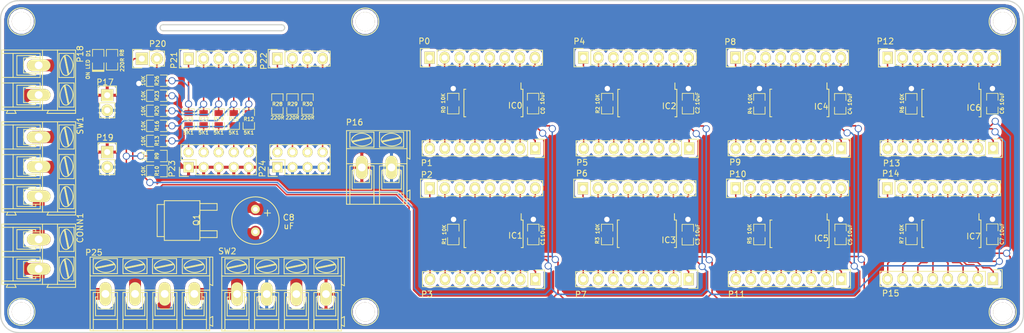
<source format=kicad_pcb>
(kicad_pcb (version 4) (host pcbnew 0.201505162027+5655~23~ubuntu14.04.1-product)
  (layers (0 F.Cu signal) (31 B.Cu signal) (34 B.Paste user) (35 F.Paste user) (36 B.SilkS user) (37 F.SilkS user) (38 B.Mask user) (39 F.Mask user) (44 Edge.Cuts user))
  (net 0 "")
  (net 1 +5V)
  (net 2 GND)
  (net 3 /PWM0)
  (net 4 /PWM1)
  (net 5 /PWM2)
  (net 6 /PWM3)
  (net 7 /PWM4)
  (net 8 /PWM5)
  (net 9 /PWM6)
  (net 10 /PWM7)
  (net 11 /PWM8)
  (net 12 /PWM9)
  (net 13 /PWM10)
  (net 14 /PWM11)
  (net 15 /PWM12)
  (net 16 /PWM13)
  (net 17 /PWM14)
  (net 18 /PWM15)
  (net 19 "Net-(IC0-Pad23)")
  (net 20 /SCL)
  (net 21 /SDA)
  (net 22 /PWM16)
  (net 23 /PWM17)
  (net 24 /PWM18)
  (net 25 /PWM19)
  (net 26 /PWM20)
  (net 27 /PWM21)
  (net 28 /PWM22)
  (net 29 /PWM23)
  (net 30 /PWM24)
  (net 31 /PWM25)
  (net 32 /PWM26)
  (net 33 /PWM27)
  (net 34 /PWM28)
  (net 35 /PWM29)
  (net 36 /PWM30)
  (net 37 /PWM31)
  (net 38 "Net-(IC1-Pad23)")
  (net 39 /PWM32)
  (net 40 /PWM33)
  (net 41 /PWM34)
  (net 42 /PWM35)
  (net 43 /PWM36)
  (net 44 /PWM37)
  (net 45 /PWM38)
  (net 46 /PWM39)
  (net 47 /PWM40)
  (net 48 /PWM41)
  (net 49 /PWM42)
  (net 50 /PWM43)
  (net 51 /PWM44)
  (net 52 /PWM45)
  (net 53 /PWM46)
  (net 54 /PWM47)
  (net 55 "Net-(IC2-Pad23)")
  (net 56 /PWM48)
  (net 57 /PWM49)
  (net 58 /PWM50)
  (net 59 /PWM51)
  (net 60 /PWM52)
  (net 61 /PWM53)
  (net 62 /PWM54)
  (net 63 /PWM55)
  (net 64 /PWM56)
  (net 65 /PWM57)
  (net 66 /PWM58)
  (net 67 /PWM59)
  (net 68 /PWM60)
  (net 69 /PWM61)
  (net 70 /PWM62)
  (net 71 /PWM63)
  (net 72 "Net-(IC3-Pad23)")
  (net 73 /PWM64)
  (net 74 /PWM65)
  (net 75 /PWM66)
  (net 76 /PWM67)
  (net 77 /PWM68)
  (net 78 /PWM69)
  (net 79 /PWM70)
  (net 80 /PWM71)
  (net 81 /PWM72)
  (net 82 /PWM73)
  (net 83 /PWM74)
  (net 84 /PWM75)
  (net 85 /PWM76)
  (net 86 /PWM77)
  (net 87 /PWM78)
  (net 88 /PWM79)
  (net 89 "Net-(IC4-Pad23)")
  (net 90 /PWM80)
  (net 91 /PWM81)
  (net 92 /PWM82)
  (net 93 /PWM83)
  (net 94 /PWM84)
  (net 95 /PWM85)
  (net 96 /PWM86)
  (net 97 /PWM87)
  (net 98 /PWM88)
  (net 99 /PWM89)
  (net 100 /PWM90)
  (net 101 /PWM91)
  (net 102 /PWM92)
  (net 103 /PWM93)
  (net 104 /PWM94)
  (net 105 /PWM95)
  (net 106 "Net-(IC5-Pad23)")
  (net 107 /PWM96)
  (net 108 /PWM97)
  (net 109 /PWM98)
  (net 110 /PWM99)
  (net 111 /PWM100)
  (net 112 /PWM101)
  (net 113 /PWM102)
  (net 114 /PWM103)
  (net 115 /PWM104)
  (net 116 /PWM105)
  (net 117 /PWM106)
  (net 118 /PWM107)
  (net 119 /PWM108)
  (net 120 /PWM109)
  (net 121 /PWM110)
  (net 122 /PWM111)
  (net 123 "Net-(IC6-Pad23)")
  (net 124 /PWM112)
  (net 125 /PWM113)
  (net 126 /PWM114)
  (net 127 /PWM115)
  (net 128 /PWM116)
  (net 129 /PWM117)
  (net 130 /PWM118)
  (net 131 /PWM119)
  (net 132 /PWM120)
  (net 133 /PWM121)
  (net 134 /PWM122)
  (net 135 /PWM123)
  (net 136 /PWM124)
  (net 137 /PWM125)
  (net 138 /PWM126)
  (net 139 /PWM127)
  (net 140 "Net-(IC7-Pad23)")
  (net 141 "Net-(P18-Pad1)")
  (net 142 "Net-(P21-Pad1)")
  (net 143 "Net-(P22-Pad1)")
  (net 144 "Net-(P21-Pad5)")
  (net 145 "Net-(P21-Pad4)")
  (net 146 "Net-(P21-Pad3)")
  (net 147 "Net-(P21-Pad2)")
  (net 148 "Net-(P22-Pad2)")
  (net 149 "Net-(P22-Pad3)")
  (net 150 "Net-(P22-Pad4)")
  (net 151 "Net-(P23-Pad2)")
  (net 152 "Net-(P23-Pad4)")
  (net 153 "Net-(P23-Pad6)")
  (net 154 "Net-(P23-Pad8)")
  (net 155 "Net-(P23-Pad10)")
  (net 156 "Net-(P24-Pad2)")
  (net 157 "Net-(P24-Pad4)")
  (net 158 "Net-(P24-Pad6)")
  (net 159 "Net-(CONN1-Pad1)")
  (net 160 "Net-(C8-Pad2)")
  (net 161 "Net-(C8-Pad1)")
  (net 162 "Net-(D1-Pad2)")
  (net 163 "Net-(CONN1-Pad2)")
  (net 164 "Net-(P25-Pad1)")
  (net 165 "Net-(P25-Pad2)")
  (module Connect:1pin (layer F.Cu) (at 87.0712 78.2828)
    (fp_text reference REF** hide)
    (fp_text value 1pin hide)
    (pad "" thru_hole circle (at 0 0) (size 3.2 3.2) (drill 3.2) (layers *.Cu *.Mask F.SilkS))
  )
  (module "module library:TSSOP-28_4.4x9.7mm_Pitch0.65mm" (layer F.Cu) (at 160.2908 43.0074 270)
    (fp_text reference IC4 (at 0.6096 -3.683 360) (layer F.SilkS))
    (fp_text value PCA9685)
    (pad 1 smd rect (at -2.85 -4.225 270) (size 1.1 0.4) (layers F.Cu F.Paste F.Mask) (net 2 GND))
    (pad 2 smd rect (at -2.85 -3.575 270) (size 1.1 0.4) (layers F.Cu F.Paste F.Mask) (net 2 GND))
    (pad 3 smd rect (at -2.85 -2.925 270) (size 1.1 0.4) (layers F.Cu F.Paste F.Mask) (net 1 +5V))
    (pad 4 smd rect (at -2.85 -2.275 270) (size 1.1 0.4) (layers F.Cu F.Paste F.Mask) (net 2 GND))
    (pad 5 smd rect (at -2.85 -1.625 270) (size 1.1 0.4) (layers F.Cu F.Paste F.Mask) (net 2 GND))
    (pad 6 smd rect (at -2.85 -0.975 270) (size 1.1 0.4) (layers F.Cu F.Paste F.Mask) (net 73 /PWM64))
    (pad 7 smd rect (at -2.85 -0.325 270) (size 1.1 0.4) (layers F.Cu F.Paste F.Mask) (net 74 /PWM65))
    (pad 8 smd rect (at -2.85 0.325 270) (size 1.1 0.4) (layers F.Cu F.Paste F.Mask) (net 75 /PWM66))
    (pad 9 smd rect (at -2.85 0.975 270) (size 1.1 0.4) (layers F.Cu F.Paste F.Mask) (net 76 /PWM67))
    (pad 10 smd rect (at -2.85 1.625 270) (size 1.1 0.4) (layers F.Cu F.Paste F.Mask) (net 77 /PWM68))
    (pad 11 smd rect (at -2.85 2.275 270) (size 1.1 0.4) (layers F.Cu F.Paste F.Mask) (net 78 /PWM69))
    (pad 12 smd rect (at -2.85 2.925 270) (size 1.1 0.4) (layers F.Cu F.Paste F.Mask) (net 79 /PWM70))
    (pad 13 smd rect (at -2.85 3.575 270) (size 1.1 0.4) (layers F.Cu F.Paste F.Mask) (net 80 /PWM71))
    (pad 14 smd rect (at -2.85 4.225 270) (size 1.1 0.4) (layers F.Cu F.Paste F.Mask) (net 2 GND))
    (pad 15 smd rect (at 2.85 4.225 270) (size 1.1 0.4) (layers F.Cu F.Paste F.Mask) (net 81 /PWM72))
    (pad 16 smd rect (at 2.85 3.575 270) (size 1.1 0.4) (layers F.Cu F.Paste F.Mask) (net 82 /PWM73))
    (pad 17 smd rect (at 2.85 2.925 270) (size 1.1 0.4) (layers F.Cu F.Paste F.Mask) (net 83 /PWM74))
    (pad 18 smd rect (at 2.85 2.275 270) (size 1.1 0.4) (layers F.Cu F.Paste F.Mask) (net 84 /PWM75))
    (pad 19 smd rect (at 2.85 1.625 270) (size 1.1 0.4) (layers F.Cu F.Paste F.Mask) (net 85 /PWM76))
    (pad 20 smd rect (at 2.85 0.975 270) (size 1.1 0.4) (layers F.Cu F.Paste F.Mask) (net 86 /PWM77))
    (pad 21 smd rect (at 2.85 0.325 270) (size 1.1 0.4) (layers F.Cu F.Paste F.Mask) (net 87 /PWM78))
    (pad 22 smd rect (at 2.85 -0.325 270) (size 1.1 0.4) (layers F.Cu F.Paste F.Mask) (net 88 /PWM79))
    (pad 23 smd rect (at 2.85 -0.975 270) (size 1.1 0.4) (layers F.Cu F.Paste F.Mask) (net 89 "Net-(IC4-Pad23)"))
    (pad 24 smd rect (at 2.85 -1.625 270) (size 1.1 0.4) (layers F.Cu F.Paste F.Mask) (net 2 GND))
    (pad 25 smd rect (at 2.85 -2.275 270) (size 1.1 0.4) (layers F.Cu F.Paste F.Mask) (net 2 GND))
    (pad 26 smd rect (at 2.85 -2.925 270) (size 1.1 0.4) (layers F.Cu F.Paste F.Mask) (net 20 /SCL))
    (pad 27 smd rect (at 2.85 -3.575 270) (size 1.1 0.4) (layers F.Cu F.Paste F.Mask) (net 21 /SDA))
    (pad 28 smd rect (at 2.85 -4.225 270) (size 1.1 0.4) (layers F.Cu F.Paste F.Mask) (net 1 +5V))
  )
  (module Connect:1pin (layer F.Cu) (at 29.083 78.2828)
    (fp_text reference REF** hide)
    (fp_text value 1pin hide)
    (pad "" thru_hole circle (at 0 0) (size 3.2 3.2) (drill 3.2) (layers *.Cu *.Mask F.SilkS))
  )
  (module Connect:1pin (layer F.Cu) (at 194.5767 78.2955)
    (fp_text reference REF** hide)
    (fp_text value 1pin hide)
    (pad "" thru_hole circle (at 0 0) (size 3.2 3.2) (drill 3.2) (layers *.Cu *.Mask F.SilkS))
  )
  (module Connect:1pin (layer F.Cu) (at 87.0712 29.2608)
    (fp_text reference REF** hide)
    (fp_text value 1pin hide)
    (pad "" thru_hole circle (at 0 0) (size 3.2 3.2) (drill 3.2) (layers *.Cu *.Mask F.SilkS))
  )
  (module Connect:1pin (layer F.Cu) (at 194.5767 29.2481)
    (fp_text reference REF** hide)
    (fp_text value 1pin hide)
    (pad "" thru_hole circle (at 0 0) (size 3.2 3.2) (drill 3.2) (layers *.Cu *.Mask F.SilkS))
  )
  (module "module library:SMD0805" (layer F.Cu) (at 115.3795 43.1165 90)
    (fp_text reference C0 (at -1.2065 1.651 270) (layer F.SilkS) (effects (font (size 0.6 0.6) (thickness 0.127))))
    (fp_text value 10uF (at 0.9525 1.5875 270) (layer F.SilkS) (effects (font (size 0.6 0.6) (thickness 0.127))))
    (pad 1 smd rect (at -1.016 0 90) (size 1 1.397) (layers F.Cu F.Paste F.Mask) (net 1 +5V))
    (pad 2 smd rect (at 1.016 0 90) (size 1 1.397) (layers F.Cu F.Paste F.Mask) (net 2 GND))
  )
  (module "module library:SMD0805" (layer F.Cu) (at 115.4176 65.2272 90)
    (fp_text reference C1 (at -1.2192 1.6002 270) (layer F.SilkS) (effects (font (size 0.6 0.6) (thickness 0.127))))
    (fp_text value 10uF (at 0.5842 1.6002 270) (layer F.SilkS) (effects (font (size 0.6 0.6) (thickness 0.127))))
    (pad 1 smd rect (at -1.016 0 90) (size 1 1.397) (layers F.Cu F.Paste F.Mask) (net 1 +5V))
    (pad 2 smd rect (at 1.016 0 90) (size 1 1.397) (layers F.Cu F.Paste F.Mask) (net 2 GND))
  )
  (module "module library:SMD0805" (layer F.Cu) (at 141.5034 43.1292 90)
    (fp_text reference C2 (at -1.1176 1.6256 270) (layer F.SilkS) (effects (font (size 0.6 0.6) (thickness 0.127))))
    (fp_text value 10uF (at 0.8636 1.6002 270) (layer F.SilkS) (effects (font (size 0.6 0.6) (thickness 0.127))))
    (pad 1 smd rect (at -1.016 0 90) (size 1 1.397) (layers F.Cu F.Paste F.Mask) (net 1 +5V))
    (pad 2 smd rect (at 1.016 0 90) (size 1 1.397) (layers F.Cu F.Paste F.Mask) (net 2 GND))
  )
  (module "module library:SMD0805" (layer F.Cu) (at 141.478 65.2526 90)
    (fp_text reference C3 (at -1.1938 1.651 270) (layer F.SilkS) (effects (font (size 0.6 0.6) (thickness 0.127))))
    (fp_text value 10uF (at 0.7366 1.651 270) (layer F.SilkS) (effects (font (size 0.6 0.6) (thickness 0.127))))
    (pad 1 smd rect (at -1.016 0 90) (size 1 1.397) (layers F.Cu F.Paste F.Mask) (net 1 +5V))
    (pad 2 smd rect (at 1.016 0 90) (size 1 1.397) (layers F.Cu F.Paste F.Mask) (net 2 GND))
  )
  (module "module library:SMD0805" (layer F.Cu) (at 167.1828 43.1546 90)
    (fp_text reference C4 (at -1.2192 1.651 270) (layer F.SilkS) (effects (font (size 0.6 0.6) (thickness 0.127))))
    (fp_text value 10uF (at 0.7874 1.6256 270) (layer F.SilkS) (effects (font (size 0.6 0.6) (thickness 0.127))))
    (pad 1 smd rect (at -1.016 0 90) (size 1 1.397) (layers F.Cu F.Paste F.Mask) (net 1 +5V))
    (pad 2 smd rect (at 1.016 0 90) (size 1 1.397) (layers F.Cu F.Paste F.Mask) (net 2 GND))
  )
  (module "module library:SMD0805" (layer F.Cu) (at 167.2336 65.2018 90)
    (fp_text reference C5 (at -1.27 1.6256 270) (layer F.SilkS) (effects (font (size 0.6 0.6) (thickness 0.127))))
    (fp_text value 10uF (at 0.635 1.6002 270) (layer F.SilkS) (effects (font (size 0.6 0.6) (thickness 0.127))))
    (pad 1 smd rect (at -1.016 0 90) (size 1 1.397) (layers F.Cu F.Paste F.Mask) (net 1 +5V))
    (pad 2 smd rect (at 1.016 0 90) (size 1 1.397) (layers F.Cu F.Paste F.Mask) (net 2 GND))
  )
  (module "module library:SMD0805" (layer F.Cu) (at 192.8368 43.1292 90)
    (fp_text reference C6 (at -1.1684 1.6256 270) (layer F.SilkS) (effects (font (size 0.6 0.6) (thickness 0.127))))
    (fp_text value 10uF (at 0.8382 1.6256 270) (layer F.SilkS) (effects (font (size 0.6 0.6) (thickness 0.127))))
    (pad 1 smd rect (at -1.016 0 90) (size 1 1.397) (layers F.Cu F.Paste F.Mask) (net 1 +5V))
    (pad 2 smd rect (at 1.016 0 90) (size 1 1.397) (layers F.Cu F.Paste F.Mask) (net 2 GND))
  )
  (module "module library:SMD0805" (layer F.Cu) (at 192.8368 65.1764 90)
    (fp_text reference C7 (at -1.1938 1.6256 270) (layer F.SilkS) (effects (font (size 0.6 0.6) (thickness 0.127))))
    (fp_text value 10uF (at 0.8128 1.6256 270) (layer F.SilkS) (effects (font (size 0.6 0.6) (thickness 0.127))))
    (pad 1 smd rect (at -1.016 0 90) (size 1 1.397) (layers F.Cu F.Paste F.Mask) (net 1 +5V))
    (pad 2 smd rect (at 1.016 0 90) (size 1 1.397) (layers F.Cu F.Paste F.Mask) (net 2 GND))
  )
  (module "module library:TSSOP-28_4.4x9.7mm_Pitch0.65mm" (layer F.Cu) (at 108.6866 43.0149 270)
    (fp_text reference IC0 (at 0.4318 -3.683 360) (layer F.SilkS))
    (fp_text value PCA9685)
    (pad 1 smd rect (at -2.85 -4.225 270) (size 1.1 0.4) (layers F.Cu F.Paste F.Mask) (net 2 GND))
    (pad 2 smd rect (at -2.85 -3.575 270) (size 1.1 0.4) (layers F.Cu F.Paste F.Mask) (net 2 GND))
    (pad 3 smd rect (at -2.85 -2.925 270) (size 1.1 0.4) (layers F.Cu F.Paste F.Mask) (net 2 GND))
    (pad 4 smd rect (at -2.85 -2.275 270) (size 1.1 0.4) (layers F.Cu F.Paste F.Mask) (net 2 GND))
    (pad 5 smd rect (at -2.85 -1.625 270) (size 1.1 0.4) (layers F.Cu F.Paste F.Mask) (net 2 GND))
    (pad 6 smd rect (at -2.85 -0.975 270) (size 1.1 0.4) (layers F.Cu F.Paste F.Mask) (net 3 /PWM0))
    (pad 7 smd rect (at -2.85 -0.325 270) (size 1.1 0.4) (layers F.Cu F.Paste F.Mask) (net 4 /PWM1))
    (pad 8 smd rect (at -2.85 0.325 270) (size 1.1 0.4) (layers F.Cu F.Paste F.Mask) (net 5 /PWM2))
    (pad 9 smd rect (at -2.85 0.975 270) (size 1.1 0.4) (layers F.Cu F.Paste F.Mask) (net 6 /PWM3))
    (pad 10 smd rect (at -2.85 1.625 270) (size 1.1 0.4) (layers F.Cu F.Paste F.Mask) (net 7 /PWM4))
    (pad 11 smd rect (at -2.85 2.275 270) (size 1.1 0.4) (layers F.Cu F.Paste F.Mask) (net 8 /PWM5))
    (pad 12 smd rect (at -2.85 2.925 270) (size 1.1 0.4) (layers F.Cu F.Paste F.Mask) (net 9 /PWM6))
    (pad 13 smd rect (at -2.85 3.575 270) (size 1.1 0.4) (layers F.Cu F.Paste F.Mask) (net 10 /PWM7))
    (pad 14 smd rect (at -2.85 4.225 270) (size 1.1 0.4) (layers F.Cu F.Paste F.Mask) (net 2 GND))
    (pad 15 smd rect (at 2.85 4.225 270) (size 1.1 0.4) (layers F.Cu F.Paste F.Mask) (net 11 /PWM8))
    (pad 16 smd rect (at 2.85 3.575 270) (size 1.1 0.4) (layers F.Cu F.Paste F.Mask) (net 12 /PWM9))
    (pad 17 smd rect (at 2.85 2.925 270) (size 1.1 0.4) (layers F.Cu F.Paste F.Mask) (net 13 /PWM10))
    (pad 18 smd rect (at 2.85 2.275 270) (size 1.1 0.4) (layers F.Cu F.Paste F.Mask) (net 14 /PWM11))
    (pad 19 smd rect (at 2.85 1.625 270) (size 1.1 0.4) (layers F.Cu F.Paste F.Mask) (net 15 /PWM12))
    (pad 20 smd rect (at 2.85 0.975 270) (size 1.1 0.4) (layers F.Cu F.Paste F.Mask) (net 16 /PWM13))
    (pad 21 smd rect (at 2.85 0.325 270) (size 1.1 0.4) (layers F.Cu F.Paste F.Mask) (net 17 /PWM14))
    (pad 22 smd rect (at 2.85 -0.325 270) (size 1.1 0.4) (layers F.Cu F.Paste F.Mask) (net 18 /PWM15))
    (pad 23 smd rect (at 2.85 -0.975 270) (size 1.1 0.4) (layers F.Cu F.Paste F.Mask) (net 19 "Net-(IC0-Pad23)"))
    (pad 24 smd rect (at 2.85 -1.625 270) (size 1.1 0.4) (layers F.Cu F.Paste F.Mask) (net 2 GND))
    (pad 25 smd rect (at 2.85 -2.275 270) (size 1.1 0.4) (layers F.Cu F.Paste F.Mask) (net 2 GND))
    (pad 26 smd rect (at 2.85 -2.925 270) (size 1.1 0.4) (layers F.Cu F.Paste F.Mask) (net 20 /SCL))
    (pad 27 smd rect (at 2.85 -3.575 270) (size 1.1 0.4) (layers F.Cu F.Paste F.Mask) (net 21 /SDA))
    (pad 28 smd rect (at 2.85 -4.225 270) (size 1.1 0.4) (layers F.Cu F.Paste F.Mask) (net 1 +5V))
  )
  (module "module library:TSSOP-28_4.4x9.7mm_Pitch0.65mm" (layer F.Cu) (at 108.723 65.1054 270)
    (fp_text reference IC1 (at 0.3048 -3.683 360) (layer F.SilkS))
    (fp_text value PCA9685)
    (pad 1 smd rect (at -2.85 -4.225 270) (size 1.1 0.4) (layers F.Cu F.Paste F.Mask) (net 1 +5V))
    (pad 2 smd rect (at -2.85 -3.575 270) (size 1.1 0.4) (layers F.Cu F.Paste F.Mask) (net 2 GND))
    (pad 3 smd rect (at -2.85 -2.925 270) (size 1.1 0.4) (layers F.Cu F.Paste F.Mask) (net 2 GND))
    (pad 4 smd rect (at -2.85 -2.275 270) (size 1.1 0.4) (layers F.Cu F.Paste F.Mask) (net 2 GND))
    (pad 5 smd rect (at -2.85 -1.625 270) (size 1.1 0.4) (layers F.Cu F.Paste F.Mask) (net 2 GND))
    (pad 6 smd rect (at -2.85 -0.975 270) (size 1.1 0.4) (layers F.Cu F.Paste F.Mask) (net 22 /PWM16))
    (pad 7 smd rect (at -2.85 -0.325 270) (size 1.1 0.4) (layers F.Cu F.Paste F.Mask) (net 23 /PWM17))
    (pad 8 smd rect (at -2.85 0.325 270) (size 1.1 0.4) (layers F.Cu F.Paste F.Mask) (net 24 /PWM18))
    (pad 9 smd rect (at -2.85 0.975 270) (size 1.1 0.4) (layers F.Cu F.Paste F.Mask) (net 25 /PWM19))
    (pad 10 smd rect (at -2.85 1.625 270) (size 1.1 0.4) (layers F.Cu F.Paste F.Mask) (net 26 /PWM20))
    (pad 11 smd rect (at -2.85 2.275 270) (size 1.1 0.4) (layers F.Cu F.Paste F.Mask) (net 27 /PWM21))
    (pad 12 smd rect (at -2.85 2.925 270) (size 1.1 0.4) (layers F.Cu F.Paste F.Mask) (net 28 /PWM22))
    (pad 13 smd rect (at -2.85 3.575 270) (size 1.1 0.4) (layers F.Cu F.Paste F.Mask) (net 29 /PWM23))
    (pad 14 smd rect (at -2.85 4.225 270) (size 1.1 0.4) (layers F.Cu F.Paste F.Mask) (net 2 GND))
    (pad 15 smd rect (at 2.85 4.225 270) (size 1.1 0.4) (layers F.Cu F.Paste F.Mask) (net 30 /PWM24))
    (pad 16 smd rect (at 2.85 3.575 270) (size 1.1 0.4) (layers F.Cu F.Paste F.Mask) (net 31 /PWM25))
    (pad 17 smd rect (at 2.85 2.925 270) (size 1.1 0.4) (layers F.Cu F.Paste F.Mask) (net 32 /PWM26))
    (pad 18 smd rect (at 2.85 2.275 270) (size 1.1 0.4) (layers F.Cu F.Paste F.Mask) (net 33 /PWM27))
    (pad 19 smd rect (at 2.85 1.625 270) (size 1.1 0.4) (layers F.Cu F.Paste F.Mask) (net 34 /PWM28))
    (pad 20 smd rect (at 2.85 0.975 270) (size 1.1 0.4) (layers F.Cu F.Paste F.Mask) (net 35 /PWM29))
    (pad 21 smd rect (at 2.85 0.325 270) (size 1.1 0.4) (layers F.Cu F.Paste F.Mask) (net 36 /PWM30))
    (pad 22 smd rect (at 2.85 -0.325 270) (size 1.1 0.4) (layers F.Cu F.Paste F.Mask) (net 37 /PWM31))
    (pad 23 smd rect (at 2.85 -0.975 270) (size 1.1 0.4) (layers F.Cu F.Paste F.Mask) (net 38 "Net-(IC1-Pad23)"))
    (pad 24 smd rect (at 2.85 -1.625 270) (size 1.1 0.4) (layers F.Cu F.Paste F.Mask) (net 2 GND))
    (pad 25 smd rect (at 2.85 -2.275 270) (size 1.1 0.4) (layers F.Cu F.Paste F.Mask) (net 2 GND))
    (pad 26 smd rect (at 2.85 -2.925 270) (size 1.1 0.4) (layers F.Cu F.Paste F.Mask) (net 20 /SCL))
    (pad 27 smd rect (at 2.85 -3.575 270) (size 1.1 0.4) (layers F.Cu F.Paste F.Mask) (net 21 /SDA))
    (pad 28 smd rect (at 2.85 -4.225 270) (size 1.1 0.4) (layers F.Cu F.Paste F.Mask) (net 1 +5V))
  )
  (module "module library:TSSOP-28_4.4x9.7mm_Pitch0.65mm" (layer F.Cu) (at 134.6454 43.0276 270)
    (fp_text reference IC2 (at 0.508 -3.683 360) (layer F.SilkS))
    (fp_text value PCA9685)
    (pad 1 smd rect (at -2.85 -4.225 270) (size 1.1 0.4) (layers F.Cu F.Paste F.Mask) (net 2 GND))
    (pad 2 smd rect (at -2.85 -3.575 270) (size 1.1 0.4) (layers F.Cu F.Paste F.Mask) (net 1 +5V))
    (pad 3 smd rect (at -2.85 -2.925 270) (size 1.1 0.4) (layers F.Cu F.Paste F.Mask) (net 2 GND))
    (pad 4 smd rect (at -2.85 -2.275 270) (size 1.1 0.4) (layers F.Cu F.Paste F.Mask) (net 2 GND))
    (pad 5 smd rect (at -2.85 -1.625 270) (size 1.1 0.4) (layers F.Cu F.Paste F.Mask) (net 2 GND))
    (pad 6 smd rect (at -2.85 -0.975 270) (size 1.1 0.4) (layers F.Cu F.Paste F.Mask) (net 39 /PWM32))
    (pad 7 smd rect (at -2.85 -0.325 270) (size 1.1 0.4) (layers F.Cu F.Paste F.Mask) (net 40 /PWM33))
    (pad 8 smd rect (at -2.85 0.325 270) (size 1.1 0.4) (layers F.Cu F.Paste F.Mask) (net 41 /PWM34))
    (pad 9 smd rect (at -2.85 0.975 270) (size 1.1 0.4) (layers F.Cu F.Paste F.Mask) (net 42 /PWM35))
    (pad 10 smd rect (at -2.85 1.625 270) (size 1.1 0.4) (layers F.Cu F.Paste F.Mask) (net 43 /PWM36))
    (pad 11 smd rect (at -2.85 2.275 270) (size 1.1 0.4) (layers F.Cu F.Paste F.Mask) (net 44 /PWM37))
    (pad 12 smd rect (at -2.85 2.925 270) (size 1.1 0.4) (layers F.Cu F.Paste F.Mask) (net 45 /PWM38))
    (pad 13 smd rect (at -2.85 3.575 270) (size 1.1 0.4) (layers F.Cu F.Paste F.Mask) (net 46 /PWM39))
    (pad 14 smd rect (at -2.85 4.225 270) (size 1.1 0.4) (layers F.Cu F.Paste F.Mask) (net 2 GND))
    (pad 15 smd rect (at 2.85 4.225 270) (size 1.1 0.4) (layers F.Cu F.Paste F.Mask) (net 47 /PWM40))
    (pad 16 smd rect (at 2.85 3.575 270) (size 1.1 0.4) (layers F.Cu F.Paste F.Mask) (net 48 /PWM41))
    (pad 17 smd rect (at 2.85 2.925 270) (size 1.1 0.4) (layers F.Cu F.Paste F.Mask) (net 49 /PWM42))
    (pad 18 smd rect (at 2.85 2.275 270) (size 1.1 0.4) (layers F.Cu F.Paste F.Mask) (net 50 /PWM43))
    (pad 19 smd rect (at 2.85 1.625 270) (size 1.1 0.4) (layers F.Cu F.Paste F.Mask) (net 51 /PWM44))
    (pad 20 smd rect (at 2.85 0.975 270) (size 1.1 0.4) (layers F.Cu F.Paste F.Mask) (net 52 /PWM45))
    (pad 21 smd rect (at 2.85 0.325 270) (size 1.1 0.4) (layers F.Cu F.Paste F.Mask) (net 53 /PWM46))
    (pad 22 smd rect (at 2.85 -0.325 270) (size 1.1 0.4) (layers F.Cu F.Paste F.Mask) (net 54 /PWM47))
    (pad 23 smd rect (at 2.85 -0.975 270) (size 1.1 0.4) (layers F.Cu F.Paste F.Mask) (net 55 "Net-(IC2-Pad23)"))
    (pad 24 smd rect (at 2.85 -1.625 270) (size 1.1 0.4) (layers F.Cu F.Paste F.Mask) (net 2 GND))
    (pad 25 smd rect (at 2.85 -2.275 270) (size 1.1 0.4) (layers F.Cu F.Paste F.Mask) (net 2 GND))
    (pad 26 smd rect (at 2.85 -2.925 270) (size 1.1 0.4) (layers F.Cu F.Paste F.Mask) (net 20 /SCL))
    (pad 27 smd rect (at 2.85 -3.575 270) (size 1.1 0.4) (layers F.Cu F.Paste F.Mask) (net 21 /SDA))
    (pad 28 smd rect (at 2.85 -4.225 270) (size 1.1 0.4) (layers F.Cu F.Paste F.Mask) (net 1 +5V))
  )
  (module "module library:TSSOP-28_4.4x9.7mm_Pitch0.65mm" (layer F.Cu) (at 134.5692 65.1002 270)
    (fp_text reference IC3 (at 1.0668 -3.683 360) (layer F.SilkS))
    (fp_text value PCA9685)
    (pad 1 smd rect (at -2.85 -4.225 270) (size 1.1 0.4) (layers F.Cu F.Paste F.Mask) (net 1 +5V))
    (pad 2 smd rect (at -2.85 -3.575 270) (size 1.1 0.4) (layers F.Cu F.Paste F.Mask) (net 1 +5V))
    (pad 3 smd rect (at -2.85 -2.925 270) (size 1.1 0.4) (layers F.Cu F.Paste F.Mask) (net 2 GND))
    (pad 4 smd rect (at -2.85 -2.275 270) (size 1.1 0.4) (layers F.Cu F.Paste F.Mask) (net 2 GND))
    (pad 5 smd rect (at -2.85 -1.625 270) (size 1.1 0.4) (layers F.Cu F.Paste F.Mask) (net 2 GND))
    (pad 6 smd rect (at -2.85 -0.975 270) (size 1.1 0.4) (layers F.Cu F.Paste F.Mask) (net 56 /PWM48))
    (pad 7 smd rect (at -2.85 -0.325 270) (size 1.1 0.4) (layers F.Cu F.Paste F.Mask) (net 57 /PWM49))
    (pad 8 smd rect (at -2.85 0.325 270) (size 1.1 0.4) (layers F.Cu F.Paste F.Mask) (net 58 /PWM50))
    (pad 9 smd rect (at -2.85 0.975 270) (size 1.1 0.4) (layers F.Cu F.Paste F.Mask) (net 59 /PWM51))
    (pad 10 smd rect (at -2.85 1.625 270) (size 1.1 0.4) (layers F.Cu F.Paste F.Mask) (net 60 /PWM52))
    (pad 11 smd rect (at -2.85 2.275 270) (size 1.1 0.4) (layers F.Cu F.Paste F.Mask) (net 61 /PWM53))
    (pad 12 smd rect (at -2.85 2.925 270) (size 1.1 0.4) (layers F.Cu F.Paste F.Mask) (net 62 /PWM54))
    (pad 13 smd rect (at -2.85 3.575 270) (size 1.1 0.4) (layers F.Cu F.Paste F.Mask) (net 63 /PWM55))
    (pad 14 smd rect (at -2.85 4.225 270) (size 1.1 0.4) (layers F.Cu F.Paste F.Mask) (net 2 GND))
    (pad 15 smd rect (at 2.85 4.225 270) (size 1.1 0.4) (layers F.Cu F.Paste F.Mask) (net 64 /PWM56))
    (pad 16 smd rect (at 2.85 3.575 270) (size 1.1 0.4) (layers F.Cu F.Paste F.Mask) (net 65 /PWM57))
    (pad 17 smd rect (at 2.85 2.925 270) (size 1.1 0.4) (layers F.Cu F.Paste F.Mask) (net 66 /PWM58))
    (pad 18 smd rect (at 2.85 2.275 270) (size 1.1 0.4) (layers F.Cu F.Paste F.Mask) (net 67 /PWM59))
    (pad 19 smd rect (at 2.85 1.625 270) (size 1.1 0.4) (layers F.Cu F.Paste F.Mask) (net 68 /PWM60))
    (pad 20 smd rect (at 2.85 0.975 270) (size 1.1 0.4) (layers F.Cu F.Paste F.Mask) (net 69 /PWM61))
    (pad 21 smd rect (at 2.85 0.325 270) (size 1.1 0.4) (layers F.Cu F.Paste F.Mask) (net 70 /PWM62))
    (pad 22 smd rect (at 2.85 -0.325 270) (size 1.1 0.4) (layers F.Cu F.Paste F.Mask) (net 71 /PWM63))
    (pad 23 smd rect (at 2.85 -0.975 270) (size 1.1 0.4) (layers F.Cu F.Paste F.Mask) (net 72 "Net-(IC3-Pad23)"))
    (pad 24 smd rect (at 2.85 -1.625 270) (size 1.1 0.4) (layers F.Cu F.Paste F.Mask) (net 2 GND))
    (pad 25 smd rect (at 2.85 -2.275 270) (size 1.1 0.4) (layers F.Cu F.Paste F.Mask) (net 2 GND))
    (pad 26 smd rect (at 2.85 -2.925 270) (size 1.1 0.4) (layers F.Cu F.Paste F.Mask) (net 20 /SCL))
    (pad 27 smd rect (at 2.85 -3.575 270) (size 1.1 0.4) (layers F.Cu F.Paste F.Mask) (net 21 /SDA))
    (pad 28 smd rect (at 2.85 -4.225 270) (size 1.1 0.4) (layers F.Cu F.Paste F.Mask) (net 1 +5V))
  )
  (module "module library:TSSOP-28_4.4x9.7mm_Pitch0.65mm" (layer F.Cu) (at 160.3248 65.1054 270)
    (fp_text reference IC5 (at 0.762 -3.683 360) (layer F.SilkS))
    (fp_text value PCA9685)
    (pad 1 smd rect (at -2.85 -4.225 270) (size 1.1 0.4) (layers F.Cu F.Paste F.Mask) (net 1 +5V))
    (pad 2 smd rect (at -2.85 -3.575 270) (size 1.1 0.4) (layers F.Cu F.Paste F.Mask) (net 2 GND))
    (pad 3 smd rect (at -2.85 -2.925 270) (size 1.1 0.4) (layers F.Cu F.Paste F.Mask) (net 1 +5V))
    (pad 4 smd rect (at -2.85 -2.275 270) (size 1.1 0.4) (layers F.Cu F.Paste F.Mask) (net 2 GND))
    (pad 5 smd rect (at -2.85 -1.625 270) (size 1.1 0.4) (layers F.Cu F.Paste F.Mask) (net 2 GND))
    (pad 6 smd rect (at -2.85 -0.975 270) (size 1.1 0.4) (layers F.Cu F.Paste F.Mask) (net 90 /PWM80))
    (pad 7 smd rect (at -2.85 -0.325 270) (size 1.1 0.4) (layers F.Cu F.Paste F.Mask) (net 91 /PWM81))
    (pad 8 smd rect (at -2.85 0.325 270) (size 1.1 0.4) (layers F.Cu F.Paste F.Mask) (net 92 /PWM82))
    (pad 9 smd rect (at -2.85 0.975 270) (size 1.1 0.4) (layers F.Cu F.Paste F.Mask) (net 93 /PWM83))
    (pad 10 smd rect (at -2.85 1.625 270) (size 1.1 0.4) (layers F.Cu F.Paste F.Mask) (net 94 /PWM84))
    (pad 11 smd rect (at -2.85 2.275 270) (size 1.1 0.4) (layers F.Cu F.Paste F.Mask) (net 95 /PWM85))
    (pad 12 smd rect (at -2.85 2.925 270) (size 1.1 0.4) (layers F.Cu F.Paste F.Mask) (net 96 /PWM86))
    (pad 13 smd rect (at -2.85 3.575 270) (size 1.1 0.4) (layers F.Cu F.Paste F.Mask) (net 97 /PWM87))
    (pad 14 smd rect (at -2.85 4.225 270) (size 1.1 0.4) (layers F.Cu F.Paste F.Mask) (net 2 GND))
    (pad 15 smd rect (at 2.85 4.225 270) (size 1.1 0.4) (layers F.Cu F.Paste F.Mask) (net 98 /PWM88))
    (pad 16 smd rect (at 2.85 3.575 270) (size 1.1 0.4) (layers F.Cu F.Paste F.Mask) (net 99 /PWM89))
    (pad 17 smd rect (at 2.85 2.925 270) (size 1.1 0.4) (layers F.Cu F.Paste F.Mask) (net 100 /PWM90))
    (pad 18 smd rect (at 2.85 2.275 270) (size 1.1 0.4) (layers F.Cu F.Paste F.Mask) (net 101 /PWM91))
    (pad 19 smd rect (at 2.85 1.625 270) (size 1.1 0.4) (layers F.Cu F.Paste F.Mask) (net 102 /PWM92))
    (pad 20 smd rect (at 2.85 0.975 270) (size 1.1 0.4) (layers F.Cu F.Paste F.Mask) (net 103 /PWM93))
    (pad 21 smd rect (at 2.85 0.325 270) (size 1.1 0.4) (layers F.Cu F.Paste F.Mask) (net 104 /PWM94))
    (pad 22 smd rect (at 2.85 -0.325 270) (size 1.1 0.4) (layers F.Cu F.Paste F.Mask) (net 105 /PWM95))
    (pad 23 smd rect (at 2.85 -0.975 270) (size 1.1 0.4) (layers F.Cu F.Paste F.Mask) (net 106 "Net-(IC5-Pad23)"))
    (pad 24 smd rect (at 2.85 -1.625 270) (size 1.1 0.4) (layers F.Cu F.Paste F.Mask) (net 2 GND))
    (pad 25 smd rect (at 2.85 -2.275 270) (size 1.1 0.4) (layers F.Cu F.Paste F.Mask) (net 2 GND))
    (pad 26 smd rect (at 2.85 -2.925 270) (size 1.1 0.4) (layers F.Cu F.Paste F.Mask) (net 20 /SCL))
    (pad 27 smd rect (at 2.85 -3.575 270) (size 1.1 0.4) (layers F.Cu F.Paste F.Mask) (net 21 /SDA))
    (pad 28 smd rect (at 2.85 -4.225 270) (size 1.1 0.4) (layers F.Cu F.Paste F.Mask) (net 1 +5V))
  )
  (module "module library:TSSOP-28_4.4x9.7mm_Pitch0.65mm" (layer F.Cu) (at 185.928 43.0276 270)
    (fp_text reference IC6 (at 0.7874 -3.7846 360) (layer F.SilkS))
    (fp_text value PCA9685)
    (pad 1 smd rect (at -2.85 -4.225 270) (size 1.1 0.4) (layers F.Cu F.Paste F.Mask) (net 2 GND))
    (pad 2 smd rect (at -2.85 -3.575 270) (size 1.1 0.4) (layers F.Cu F.Paste F.Mask) (net 1 +5V))
    (pad 3 smd rect (at -2.85 -2.925 270) (size 1.1 0.4) (layers F.Cu F.Paste F.Mask) (net 1 +5V))
    (pad 4 smd rect (at -2.85 -2.275 270) (size 1.1 0.4) (layers F.Cu F.Paste F.Mask) (net 2 GND))
    (pad 5 smd rect (at -2.85 -1.625 270) (size 1.1 0.4) (layers F.Cu F.Paste F.Mask) (net 2 GND))
    (pad 6 smd rect (at -2.85 -0.975 270) (size 1.1 0.4) (layers F.Cu F.Paste F.Mask) (net 107 /PWM96))
    (pad 7 smd rect (at -2.85 -0.325 270) (size 1.1 0.4) (layers F.Cu F.Paste F.Mask) (net 108 /PWM97))
    (pad 8 smd rect (at -2.85 0.325 270) (size 1.1 0.4) (layers F.Cu F.Paste F.Mask) (net 109 /PWM98))
    (pad 9 smd rect (at -2.85 0.975 270) (size 1.1 0.4) (layers F.Cu F.Paste F.Mask) (net 110 /PWM99))
    (pad 10 smd rect (at -2.85 1.625 270) (size 1.1 0.4) (layers F.Cu F.Paste F.Mask) (net 111 /PWM100))
    (pad 11 smd rect (at -2.85 2.275 270) (size 1.1 0.4) (layers F.Cu F.Paste F.Mask) (net 112 /PWM101))
    (pad 12 smd rect (at -2.85 2.925 270) (size 1.1 0.4) (layers F.Cu F.Paste F.Mask) (net 113 /PWM102))
    (pad 13 smd rect (at -2.85 3.575 270) (size 1.1 0.4) (layers F.Cu F.Paste F.Mask) (net 114 /PWM103))
    (pad 14 smd rect (at -2.85 4.225 270) (size 1.1 0.4) (layers F.Cu F.Paste F.Mask) (net 2 GND))
    (pad 15 smd rect (at 2.85 4.225 270) (size 1.1 0.4) (layers F.Cu F.Paste F.Mask) (net 115 /PWM104))
    (pad 16 smd rect (at 2.85 3.575 270) (size 1.1 0.4) (layers F.Cu F.Paste F.Mask) (net 116 /PWM105))
    (pad 17 smd rect (at 2.85 2.925 270) (size 1.1 0.4) (layers F.Cu F.Paste F.Mask) (net 117 /PWM106))
    (pad 18 smd rect (at 2.85 2.275 270) (size 1.1 0.4) (layers F.Cu F.Paste F.Mask) (net 118 /PWM107))
    (pad 19 smd rect (at 2.85 1.625 270) (size 1.1 0.4) (layers F.Cu F.Paste F.Mask) (net 119 /PWM108))
    (pad 20 smd rect (at 2.85 0.975 270) (size 1.1 0.4) (layers F.Cu F.Paste F.Mask) (net 120 /PWM109))
    (pad 21 smd rect (at 2.85 0.325 270) (size 1.1 0.4) (layers F.Cu F.Paste F.Mask) (net 121 /PWM110))
    (pad 22 smd rect (at 2.85 -0.325 270) (size 1.1 0.4) (layers F.Cu F.Paste F.Mask) (net 122 /PWM111))
    (pad 23 smd rect (at 2.85 -0.975 270) (size 1.1 0.4) (layers F.Cu F.Paste F.Mask) (net 123 "Net-(IC6-Pad23)"))
    (pad 24 smd rect (at 2.85 -1.625 270) (size 1.1 0.4) (layers F.Cu F.Paste F.Mask) (net 2 GND))
    (pad 25 smd rect (at 2.85 -2.275 270) (size 1.1 0.4) (layers F.Cu F.Paste F.Mask) (net 2 GND))
    (pad 26 smd rect (at 2.85 -2.925 270) (size 1.1 0.4) (layers F.Cu F.Paste F.Mask) (net 20 /SCL))
    (pad 27 smd rect (at 2.85 -3.575 270) (size 1.1 0.4) (layers F.Cu F.Paste F.Mask) (net 21 /SDA))
    (pad 28 smd rect (at 2.85 -4.225 270) (size 1.1 0.4) (layers F.Cu F.Paste F.Mask) (net 1 +5V))
  )
  (module "module library:TSSOP-28_4.4x9.7mm_Pitch0.65mm" (layer F.Cu) (at 185.928 65.1002 270)
    (fp_text reference IC7 (at 0.4318 -3.7338 360) (layer F.SilkS))
    (fp_text value PCA9685)
    (pad 1 smd rect (at -2.85 -4.225 270) (size 1.1 0.4) (layers F.Cu F.Paste F.Mask) (net 1 +5V))
    (pad 2 smd rect (at -2.85 -3.575 270) (size 1.1 0.4) (layers F.Cu F.Paste F.Mask) (net 1 +5V))
    (pad 3 smd rect (at -2.85 -2.925 270) (size 1.1 0.4) (layers F.Cu F.Paste F.Mask) (net 1 +5V))
    (pad 4 smd rect (at -2.85 -2.275 270) (size 1.1 0.4) (layers F.Cu F.Paste F.Mask) (net 2 GND))
    (pad 5 smd rect (at -2.85 -1.625 270) (size 1.1 0.4) (layers F.Cu F.Paste F.Mask) (net 2 GND))
    (pad 6 smd rect (at -2.85 -0.975 270) (size 1.1 0.4) (layers F.Cu F.Paste F.Mask) (net 124 /PWM112))
    (pad 7 smd rect (at -2.85 -0.325 270) (size 1.1 0.4) (layers F.Cu F.Paste F.Mask) (net 125 /PWM113))
    (pad 8 smd rect (at -2.85 0.325 270) (size 1.1 0.4) (layers F.Cu F.Paste F.Mask) (net 126 /PWM114))
    (pad 9 smd rect (at -2.85 0.975 270) (size 1.1 0.4) (layers F.Cu F.Paste F.Mask) (net 127 /PWM115))
    (pad 10 smd rect (at -2.85 1.625 270) (size 1.1 0.4) (layers F.Cu F.Paste F.Mask) (net 128 /PWM116))
    (pad 11 smd rect (at -2.85 2.275 270) (size 1.1 0.4) (layers F.Cu F.Paste F.Mask) (net 129 /PWM117))
    (pad 12 smd rect (at -2.85 2.925 270) (size 1.1 0.4) (layers F.Cu F.Paste F.Mask) (net 130 /PWM118))
    (pad 13 smd rect (at -2.85 3.575 270) (size 1.1 0.4) (layers F.Cu F.Paste F.Mask) (net 131 /PWM119))
    (pad 14 smd rect (at -2.85 4.225 270) (size 1.1 0.4) (layers F.Cu F.Paste F.Mask) (net 2 GND))
    (pad 15 smd rect (at 2.85 4.225 270) (size 1.1 0.4) (layers F.Cu F.Paste F.Mask) (net 132 /PWM120))
    (pad 16 smd rect (at 2.85 3.575 270) (size 1.1 0.4) (layers F.Cu F.Paste F.Mask) (net 133 /PWM121))
    (pad 17 smd rect (at 2.85 2.925 270) (size 1.1 0.4) (layers F.Cu F.Paste F.Mask) (net 134 /PWM122))
    (pad 18 smd rect (at 2.85 2.275 270) (size 1.1 0.4) (layers F.Cu F.Paste F.Mask) (net 135 /PWM123))
    (pad 19 smd rect (at 2.85 1.625 270) (size 1.1 0.4) (layers F.Cu F.Paste F.Mask) (net 136 /PWM124))
    (pad 20 smd rect (at 2.85 0.975 270) (size 1.1 0.4) (layers F.Cu F.Paste F.Mask) (net 137 /PWM125))
    (pad 21 smd rect (at 2.85 0.325 270) (size 1.1 0.4) (layers F.Cu F.Paste F.Mask) (net 138 /PWM126))
    (pad 22 smd rect (at 2.85 -0.325 270) (size 1.1 0.4) (layers F.Cu F.Paste F.Mask) (net 139 /PWM127))
    (pad 23 smd rect (at 2.85 -0.975 270) (size 1.1 0.4) (layers F.Cu F.Paste F.Mask) (net 140 "Net-(IC7-Pad23)"))
    (pad 24 smd rect (at 2.85 -1.625 270) (size 1.1 0.4) (layers F.Cu F.Paste F.Mask) (net 2 GND))
    (pad 25 smd rect (at 2.85 -2.275 270) (size 1.1 0.4) (layers F.Cu F.Paste F.Mask) (net 2 GND))
    (pad 26 smd rect (at 2.85 -2.925 270) (size 1.1 0.4) (layers F.Cu F.Paste F.Mask) (net 20 /SCL))
    (pad 27 smd rect (at 2.85 -3.575 270) (size 1.1 0.4) (layers F.Cu F.Paste F.Mask) (net 21 /SDA))
    (pad 28 smd rect (at 2.85 -4.225 270) (size 1.1 0.4) (layers F.Cu F.Paste F.Mask) (net 1 +5V))
  )
  (module Pin_Headers:Pin_Header_Straight_1x08 (layer F.Cu) (at 97.917 35.3695 90)
    (fp_text reference P0 (at 2.794 -0.889 180) (layer F.SilkS))
    (fp_text value CONN_01X08)
    (pad 1 thru_hole rect (at 0 0 90) (size 2.032 1.7272) (drill 1.016) (layers *.Cu *.Mask F.SilkS) (net 10 /PWM7))
    (pad 2 thru_hole oval (at 0 2.54 90) (size 2.032 1.7272) (drill 1.016) (layers *.Cu *.Mask F.SilkS) (net 9 /PWM6))
    (pad 3 thru_hole oval (at 0 5.08 90) (size 2.032 1.7272) (drill 1.016) (layers *.Cu *.Mask F.SilkS) (net 8 /PWM5))
    (pad 4 thru_hole oval (at 0 7.62 90) (size 2.032 1.7272) (drill 1.016) (layers *.Cu *.Mask F.SilkS) (net 7 /PWM4))
    (pad 5 thru_hole oval (at 0 10.16 90) (size 2.032 1.7272) (drill 1.016) (layers *.Cu *.Mask F.SilkS) (net 6 /PWM3))
    (pad 6 thru_hole oval (at 0 12.7 90) (size 2.032 1.7272) (drill 1.016) (layers *.Cu *.Mask F.SilkS) (net 5 /PWM2))
    (pad 7 thru_hole oval (at 0 15.24 90) (size 2.032 1.7272) (drill 1.016) (layers *.Cu *.Mask F.SilkS) (net 4 /PWM1))
    (pad 8 thru_hole oval (at 0 17.78 90) (size 2.032 1.7272) (drill 1.016) (layers *.Cu *.Mask F.SilkS) (net 3 /PWM0))
  )
  (module Pin_Headers:Pin_Header_Straight_1x08 (layer F.Cu) (at 115.7351 50.673 270)
    (fp_text reference P1 (at 2.4638 18.288 360) (layer F.SilkS))
    (fp_text value CONN_01X08)
    (pad 1 thru_hole rect (at 0 0 270) (size 2.032 1.7272) (drill 1.016) (layers *.Cu *.Mask F.SilkS) (net 18 /PWM15))
    (pad 2 thru_hole oval (at 0 2.54 270) (size 2.032 1.7272) (drill 1.016) (layers *.Cu *.Mask F.SilkS) (net 17 /PWM14))
    (pad 3 thru_hole oval (at 0 5.08 270) (size 2.032 1.7272) (drill 1.016) (layers *.Cu *.Mask F.SilkS) (net 16 /PWM13))
    (pad 4 thru_hole oval (at 0 7.62 270) (size 2.032 1.7272) (drill 1.016) (layers *.Cu *.Mask F.SilkS) (net 15 /PWM12))
    (pad 5 thru_hole oval (at 0 10.16 270) (size 2.032 1.7272) (drill 1.016) (layers *.Cu *.Mask F.SilkS) (net 14 /PWM11))
    (pad 6 thru_hole oval (at 0 12.7 270) (size 2.032 1.7272) (drill 1.016) (layers *.Cu *.Mask F.SilkS) (net 13 /PWM10))
    (pad 7 thru_hole oval (at 0 15.24 270) (size 2.032 1.7272) (drill 1.016) (layers *.Cu *.Mask F.SilkS) (net 12 /PWM9))
    (pad 8 thru_hole oval (at 0 17.78 270) (size 2.032 1.7272) (drill 1.016) (layers *.Cu *.Mask F.SilkS) (net 11 /PWM8))
  )
  (module Pin_Headers:Pin_Header_Straight_1x08 (layer F.Cu) (at 97.9551 57.4167 90)
    (fp_text reference P2 (at 2.286 -0.508 180) (layer F.SilkS))
    (fp_text value CONN_01X08)
    (pad 1 thru_hole rect (at 0 0 90) (size 2.032 1.7272) (drill 1.016) (layers *.Cu *.Mask F.SilkS) (net 29 /PWM23))
    (pad 2 thru_hole oval (at 0 2.54 90) (size 2.032 1.7272) (drill 1.016) (layers *.Cu *.Mask F.SilkS) (net 28 /PWM22))
    (pad 3 thru_hole oval (at 0 5.08 90) (size 2.032 1.7272) (drill 1.016) (layers *.Cu *.Mask F.SilkS) (net 27 /PWM21))
    (pad 4 thru_hole oval (at 0 7.62 90) (size 2.032 1.7272) (drill 1.016) (layers *.Cu *.Mask F.SilkS) (net 26 /PWM20))
    (pad 5 thru_hole oval (at 0 10.16 90) (size 2.032 1.7272) (drill 1.016) (layers *.Cu *.Mask F.SilkS) (net 25 /PWM19))
    (pad 6 thru_hole oval (at 0 12.7 90) (size 2.032 1.7272) (drill 1.016) (layers *.Cu *.Mask F.SilkS) (net 24 /PWM18))
    (pad 7 thru_hole oval (at 0 15.24 90) (size 2.032 1.7272) (drill 1.016) (layers *.Cu *.Mask F.SilkS) (net 23 /PWM17))
    (pad 8 thru_hole oval (at 0 17.78 90) (size 2.032 1.7272) (drill 1.016) (layers *.Cu *.Mask F.SilkS) (net 22 /PWM16))
  )
  (module Pin_Headers:Pin_Header_Straight_1x08 (layer F.Cu) (at 115.7732 72.771 270)
    (fp_text reference P3 (at 2.54 18.288 360) (layer F.SilkS))
    (fp_text value CONN_01X08)
    (pad 1 thru_hole rect (at 0 0 270) (size 2.032 1.7272) (drill 1.016) (layers *.Cu *.Mask F.SilkS) (net 37 /PWM31))
    (pad 2 thru_hole oval (at 0 2.54 270) (size 2.032 1.7272) (drill 1.016) (layers *.Cu *.Mask F.SilkS) (net 36 /PWM30))
    (pad 3 thru_hole oval (at 0 5.08 270) (size 2.032 1.7272) (drill 1.016) (layers *.Cu *.Mask F.SilkS) (net 35 /PWM29))
    (pad 4 thru_hole oval (at 0 7.62 270) (size 2.032 1.7272) (drill 1.016) (layers *.Cu *.Mask F.SilkS) (net 34 /PWM28))
    (pad 5 thru_hole oval (at 0 10.16 270) (size 2.032 1.7272) (drill 1.016) (layers *.Cu *.Mask F.SilkS) (net 33 /PWM27))
    (pad 6 thru_hole oval (at 0 12.7 270) (size 2.032 1.7272) (drill 1.016) (layers *.Cu *.Mask F.SilkS) (net 32 /PWM26))
    (pad 7 thru_hole oval (at 0 15.24 270) (size 2.032 1.7272) (drill 1.016) (layers *.Cu *.Mask F.SilkS) (net 31 /PWM25))
    (pad 8 thru_hole oval (at 0 17.78 270) (size 2.032 1.7272) (drill 1.016) (layers *.Cu *.Mask F.SilkS) (net 30 /PWM24))
  )
  (module Pin_Headers:Pin_Header_Straight_1x08 (layer F.Cu) (at 123.8377 35.3441 90)
    (fp_text reference P4 (at 2.7432 -0.6604 180) (layer F.SilkS))
    (fp_text value CONN_01X08)
    (pad 1 thru_hole rect (at 0 0 90) (size 2.032 1.7272) (drill 1.016) (layers *.Cu *.Mask F.SilkS) (net 46 /PWM39))
    (pad 2 thru_hole oval (at 0 2.54 90) (size 2.032 1.7272) (drill 1.016) (layers *.Cu *.Mask F.SilkS) (net 45 /PWM38))
    (pad 3 thru_hole oval (at 0 5.08 90) (size 2.032 1.7272) (drill 1.016) (layers *.Cu *.Mask F.SilkS) (net 44 /PWM37))
    (pad 4 thru_hole oval (at 0 7.62 90) (size 2.032 1.7272) (drill 1.016) (layers *.Cu *.Mask F.SilkS) (net 43 /PWM36))
    (pad 5 thru_hole oval (at 0 10.16 90) (size 2.032 1.7272) (drill 1.016) (layers *.Cu *.Mask F.SilkS) (net 42 /PWM35))
    (pad 6 thru_hole oval (at 0 12.7 90) (size 2.032 1.7272) (drill 1.016) (layers *.Cu *.Mask F.SilkS) (net 41 /PWM34))
    (pad 7 thru_hole oval (at 0 15.24 90) (size 2.032 1.7272) (drill 1.016) (layers *.Cu *.Mask F.SilkS) (net 40 /PWM33))
    (pad 8 thru_hole oval (at 0 17.78 90) (size 2.032 1.7272) (drill 1.016) (layers *.Cu *.Mask F.SilkS) (net 39 /PWM32))
  )
  (module Pin_Headers:Pin_Header_Straight_1x08 (layer F.Cu) (at 141.6939 50.673 270)
    (fp_text reference P5 (at 2.413 18.034 360) (layer F.SilkS))
    (fp_text value CONN_01X08)
    (pad 1 thru_hole rect (at 0 0 270) (size 2.032 1.7272) (drill 1.016) (layers *.Cu *.Mask F.SilkS) (net 54 /PWM47))
    (pad 2 thru_hole oval (at 0 2.54 270) (size 2.032 1.7272) (drill 1.016) (layers *.Cu *.Mask F.SilkS) (net 53 /PWM46))
    (pad 3 thru_hole oval (at 0 5.08 270) (size 2.032 1.7272) (drill 1.016) (layers *.Cu *.Mask F.SilkS) (net 52 /PWM45))
    (pad 4 thru_hole oval (at 0 7.62 270) (size 2.032 1.7272) (drill 1.016) (layers *.Cu *.Mask F.SilkS) (net 51 /PWM44))
    (pad 5 thru_hole oval (at 0 10.16 270) (size 2.032 1.7272) (drill 1.016) (layers *.Cu *.Mask F.SilkS) (net 50 /PWM43))
    (pad 6 thru_hole oval (at 0 12.7 270) (size 2.032 1.7272) (drill 1.016) (layers *.Cu *.Mask F.SilkS) (net 49 /PWM42))
    (pad 7 thru_hole oval (at 0 15.24 270) (size 2.032 1.7272) (drill 1.016) (layers *.Cu *.Mask F.SilkS) (net 48 /PWM41))
    (pad 8 thru_hole oval (at 0 17.78 270) (size 2.032 1.7272) (drill 1.016) (layers *.Cu *.Mask F.SilkS) (net 47 /PWM40))
  )
  (module Pin_Headers:Pin_Header_Straight_1x08 (layer F.Cu) (at 123.7869 57.4294 90)
    (fp_text reference P6 (at 2.5146 -0.1778 180) (layer F.SilkS))
    (fp_text value CONN_01X08)
    (pad 1 thru_hole rect (at 0 0 90) (size 2.032 1.7272) (drill 1.016) (layers *.Cu *.Mask F.SilkS) (net 63 /PWM55))
    (pad 2 thru_hole oval (at 0 2.54 90) (size 2.032 1.7272) (drill 1.016) (layers *.Cu *.Mask F.SilkS) (net 62 /PWM54))
    (pad 3 thru_hole oval (at 0 5.08 90) (size 2.032 1.7272) (drill 1.016) (layers *.Cu *.Mask F.SilkS) (net 61 /PWM53))
    (pad 4 thru_hole oval (at 0 7.62 90) (size 2.032 1.7272) (drill 1.016) (layers *.Cu *.Mask F.SilkS) (net 60 /PWM52))
    (pad 5 thru_hole oval (at 0 10.16 90) (size 2.032 1.7272) (drill 1.016) (layers *.Cu *.Mask F.SilkS) (net 59 /PWM51))
    (pad 6 thru_hole oval (at 0 12.7 90) (size 2.032 1.7272) (drill 1.016) (layers *.Cu *.Mask F.SilkS) (net 58 /PWM50))
    (pad 7 thru_hole oval (at 0 15.24 90) (size 2.032 1.7272) (drill 1.016) (layers *.Cu *.Mask F.SilkS) (net 57 /PWM49))
    (pad 8 thru_hole oval (at 0 17.78 90) (size 2.032 1.7272) (drill 1.016) (layers *.Cu *.Mask F.SilkS) (net 56 /PWM48))
  )
  (module Pin_Headers:Pin_Header_Straight_1x08 (layer F.Cu) (at 141.6177 72.771 270)
    (fp_text reference P7 (at 2.5908 18.1864 360) (layer F.SilkS))
    (fp_text value CONN_01X08)
    (pad 1 thru_hole rect (at 0 0 270) (size 2.032 1.7272) (drill 1.016) (layers *.Cu *.Mask F.SilkS) (net 71 /PWM63))
    (pad 2 thru_hole oval (at 0 2.54 270) (size 2.032 1.7272) (drill 1.016) (layers *.Cu *.Mask F.SilkS) (net 70 /PWM62))
    (pad 3 thru_hole oval (at 0 5.08 270) (size 2.032 1.7272) (drill 1.016) (layers *.Cu *.Mask F.SilkS) (net 69 /PWM61))
    (pad 4 thru_hole oval (at 0 7.62 270) (size 2.032 1.7272) (drill 1.016) (layers *.Cu *.Mask F.SilkS) (net 68 /PWM60))
    (pad 5 thru_hole oval (at 0 10.16 270) (size 2.032 1.7272) (drill 1.016) (layers *.Cu *.Mask F.SilkS) (net 67 /PWM59))
    (pad 6 thru_hole oval (at 0 12.7 270) (size 2.032 1.7272) (drill 1.016) (layers *.Cu *.Mask F.SilkS) (net 66 /PWM58))
    (pad 7 thru_hole oval (at 0 15.24 270) (size 2.032 1.7272) (drill 1.016) (layers *.Cu *.Mask F.SilkS) (net 65 /PWM57))
    (pad 8 thru_hole oval (at 0 17.78 270) (size 2.032 1.7272) (drill 1.016) (layers *.Cu *.Mask F.SilkS) (net 64 /PWM56))
  )
  (module Pin_Headers:Pin_Header_Straight_1x08 (layer F.Cu) (at 149.5171 35.3568 90)
    (fp_text reference P8 (at 2.667 -0.889 180) (layer F.SilkS))
    (fp_text value CONN_01X08)
    (pad 1 thru_hole rect (at 0 0 90) (size 2.032 1.7272) (drill 1.016) (layers *.Cu *.Mask F.SilkS) (net 80 /PWM71))
    (pad 2 thru_hole oval (at 0 2.54 90) (size 2.032 1.7272) (drill 1.016) (layers *.Cu *.Mask F.SilkS) (net 79 /PWM70))
    (pad 3 thru_hole oval (at 0 5.08 90) (size 2.032 1.7272) (drill 1.016) (layers *.Cu *.Mask F.SilkS) (net 78 /PWM69))
    (pad 4 thru_hole oval (at 0 7.62 90) (size 2.032 1.7272) (drill 1.016) (layers *.Cu *.Mask F.SilkS) (net 77 /PWM68))
    (pad 5 thru_hole oval (at 0 10.16 90) (size 2.032 1.7272) (drill 1.016) (layers *.Cu *.Mask F.SilkS) (net 76 /PWM67))
    (pad 6 thru_hole oval (at 0 12.7 90) (size 2.032 1.7272) (drill 1.016) (layers *.Cu *.Mask F.SilkS) (net 75 /PWM66))
    (pad 7 thru_hole oval (at 0 15.24 90) (size 2.032 1.7272) (drill 1.016) (layers *.Cu *.Mask F.SilkS) (net 74 /PWM65))
    (pad 8 thru_hole oval (at 0 17.78 90) (size 2.032 1.7272) (drill 1.016) (layers *.Cu *.Mask F.SilkS) (net 73 /PWM64))
  )
  (module Pin_Headers:Pin_Header_Straight_1x08 (layer F.Cu) (at 167.3352 50.6476 270)
    (fp_text reference P9 (at 2.3749 17.8816 360) (layer F.SilkS))
    (fp_text value CONN_01X08)
    (pad 1 thru_hole rect (at 0 0 270) (size 2.032 1.7272) (drill 1.016) (layers *.Cu *.Mask F.SilkS) (net 88 /PWM79))
    (pad 2 thru_hole oval (at 0 2.54 270) (size 2.032 1.7272) (drill 1.016) (layers *.Cu *.Mask F.SilkS) (net 87 /PWM78))
    (pad 3 thru_hole oval (at 0 5.08 270) (size 2.032 1.7272) (drill 1.016) (layers *.Cu *.Mask F.SilkS) (net 86 /PWM77))
    (pad 4 thru_hole oval (at 0 7.62 270) (size 2.032 1.7272) (drill 1.016) (layers *.Cu *.Mask F.SilkS) (net 85 /PWM76))
    (pad 5 thru_hole oval (at 0 10.16 270) (size 2.032 1.7272) (drill 1.016) (layers *.Cu *.Mask F.SilkS) (net 84 /PWM75))
    (pad 6 thru_hole oval (at 0 12.7 270) (size 2.032 1.7272) (drill 1.016) (layers *.Cu *.Mask F.SilkS) (net 83 /PWM74))
    (pad 7 thru_hole oval (at 0 15.24 270) (size 2.032 1.7272) (drill 1.016) (layers *.Cu *.Mask F.SilkS) (net 82 /PWM73))
    (pad 8 thru_hole oval (at 0 17.78 270) (size 2.032 1.7272) (drill 1.016) (layers *.Cu *.Mask F.SilkS) (net 81 /PWM72))
  )
  (module Pin_Headers:Pin_Header_Straight_1x08 (layer F.Cu) (at 149.5425 57.4167 90)
    (fp_text reference P10 (at 2.3876 0.3556 180) (layer F.SilkS))
    (fp_text value CONN_01X08)
    (pad 1 thru_hole rect (at 0 0 90) (size 2.032 1.7272) (drill 1.016) (layers *.Cu *.Mask F.SilkS) (net 97 /PWM87))
    (pad 2 thru_hole oval (at 0 2.54 90) (size 2.032 1.7272) (drill 1.016) (layers *.Cu *.Mask F.SilkS) (net 96 /PWM86))
    (pad 3 thru_hole oval (at 0 5.08 90) (size 2.032 1.7272) (drill 1.016) (layers *.Cu *.Mask F.SilkS) (net 95 /PWM85))
    (pad 4 thru_hole oval (at 0 7.62 90) (size 2.032 1.7272) (drill 1.016) (layers *.Cu *.Mask F.SilkS) (net 94 /PWM84))
    (pad 5 thru_hole oval (at 0 10.16 90) (size 2.032 1.7272) (drill 1.016) (layers *.Cu *.Mask F.SilkS) (net 93 /PWM83))
    (pad 6 thru_hole oval (at 0 12.7 90) (size 2.032 1.7272) (drill 1.016) (layers *.Cu *.Mask F.SilkS) (net 92 /PWM82))
    (pad 7 thru_hole oval (at 0 15.24 90) (size 2.032 1.7272) (drill 1.016) (layers *.Cu *.Mask F.SilkS) (net 91 /PWM81))
    (pad 8 thru_hole oval (at 0 17.78 90) (size 2.032 1.7272) (drill 1.016) (layers *.Cu *.Mask F.SilkS) (net 90 /PWM80))
  )
  (module Pin_Headers:Pin_Header_Straight_1x08 (layer F.Cu) (at 167.3606 72.7456 270)
    (fp_text reference P11 (at 2.5654 17.653 360) (layer F.SilkS))
    (fp_text value CONN_01X08)
    (pad 1 thru_hole rect (at 0 0 270) (size 2.032 1.7272) (drill 1.016) (layers *.Cu *.Mask F.SilkS) (net 105 /PWM95))
    (pad 2 thru_hole oval (at 0 2.54 270) (size 2.032 1.7272) (drill 1.016) (layers *.Cu *.Mask F.SilkS) (net 104 /PWM94))
    (pad 3 thru_hole oval (at 0 5.08 270) (size 2.032 1.7272) (drill 1.016) (layers *.Cu *.Mask F.SilkS) (net 103 /PWM93))
    (pad 4 thru_hole oval (at 0 7.62 270) (size 2.032 1.7272) (drill 1.016) (layers *.Cu *.Mask F.SilkS) (net 102 /PWM92))
    (pad 5 thru_hole oval (at 0 10.16 270) (size 2.032 1.7272) (drill 1.016) (layers *.Cu *.Mask F.SilkS) (net 101 /PWM91))
    (pad 6 thru_hole oval (at 0 12.7 270) (size 2.032 1.7272) (drill 1.016) (layers *.Cu *.Mask F.SilkS) (net 100 /PWM90))
    (pad 7 thru_hole oval (at 0 15.24 270) (size 2.032 1.7272) (drill 1.016) (layers *.Cu *.Mask F.SilkS) (net 99 /PWM89))
    (pad 8 thru_hole oval (at 0 17.78 270) (size 2.032 1.7272) (drill 1.016) (layers *.Cu *.Mask F.SilkS) (net 98 /PWM88))
  )
  (module Pin_Headers:Pin_Header_Straight_1x08 (layer F.Cu) (at 175.1711 35.3822 90)
    (fp_text reference P12 (at 2.794 -0.381 180) (layer F.SilkS))
    (fp_text value CONN_01X08)
    (pad 1 thru_hole rect (at 0 0 90) (size 2.032 1.7272) (drill 1.016) (layers *.Cu *.Mask F.SilkS) (net 114 /PWM103))
    (pad 2 thru_hole oval (at 0 2.54 90) (size 2.032 1.7272) (drill 1.016) (layers *.Cu *.Mask F.SilkS) (net 113 /PWM102))
    (pad 3 thru_hole oval (at 0 5.08 90) (size 2.032 1.7272) (drill 1.016) (layers *.Cu *.Mask F.SilkS) (net 112 /PWM101))
    (pad 4 thru_hole oval (at 0 7.62 90) (size 2.032 1.7272) (drill 1.016) (layers *.Cu *.Mask F.SilkS) (net 111 /PWM100))
    (pad 5 thru_hole oval (at 0 10.16 90) (size 2.032 1.7272) (drill 1.016) (layers *.Cu *.Mask F.SilkS) (net 110 /PWM99))
    (pad 6 thru_hole oval (at 0 12.7 90) (size 2.032 1.7272) (drill 1.016) (layers *.Cu *.Mask F.SilkS) (net 109 /PWM98))
    (pad 7 thru_hole oval (at 0 15.24 90) (size 2.032 1.7272) (drill 1.016) (layers *.Cu *.Mask F.SilkS) (net 108 /PWM97))
    (pad 8 thru_hole oval (at 0 17.78 90) (size 2.032 1.7272) (drill 1.016) (layers *.Cu *.Mask F.SilkS) (net 107 /PWM96))
  )
  (module Pin_Headers:Pin_Header_Straight_1x08 (layer F.Cu) (at 192.9638 50.6476 270)
    (fp_text reference P13 (at 2.54 17.1196 360) (layer F.SilkS))
    (fp_text value CONN_01X08)
    (pad 1 thru_hole rect (at 0 0 270) (size 2.032 1.7272) (drill 1.016) (layers *.Cu *.Mask F.SilkS) (net 122 /PWM111))
    (pad 2 thru_hole oval (at 0 2.54 270) (size 2.032 1.7272) (drill 1.016) (layers *.Cu *.Mask F.SilkS) (net 121 /PWM110))
    (pad 3 thru_hole oval (at 0 5.08 270) (size 2.032 1.7272) (drill 1.016) (layers *.Cu *.Mask F.SilkS) (net 120 /PWM109))
    (pad 4 thru_hole oval (at 0 7.62 270) (size 2.032 1.7272) (drill 1.016) (layers *.Cu *.Mask F.SilkS) (net 119 /PWM108))
    (pad 5 thru_hole oval (at 0 10.16 270) (size 2.032 1.7272) (drill 1.016) (layers *.Cu *.Mask F.SilkS) (net 118 /PWM107))
    (pad 6 thru_hole oval (at 0 12.7 270) (size 2.032 1.7272) (drill 1.016) (layers *.Cu *.Mask F.SilkS) (net 117 /PWM106))
    (pad 7 thru_hole oval (at 0 15.24 270) (size 2.032 1.7272) (drill 1.016) (layers *.Cu *.Mask F.SilkS) (net 116 /PWM105))
    (pad 8 thru_hole oval (at 0 17.78 270) (size 2.032 1.7272) (drill 1.016) (layers *.Cu *.Mask F.SilkS) (net 115 /PWM104))
  )
  (module Pin_Headers:Pin_Header_Straight_1x08 (layer F.Cu) (at 175.1457 57.4167 90)
    (fp_text reference P14 (at 2.4892 0.5588 180) (layer F.SilkS))
    (fp_text value CONN_01X08)
    (pad 1 thru_hole rect (at 0 0 90) (size 2.032 1.7272) (drill 1.016) (layers *.Cu *.Mask F.SilkS) (net 131 /PWM119))
    (pad 2 thru_hole oval (at 0 2.54 90) (size 2.032 1.7272) (drill 1.016) (layers *.Cu *.Mask F.SilkS) (net 130 /PWM118))
    (pad 3 thru_hole oval (at 0 5.08 90) (size 2.032 1.7272) (drill 1.016) (layers *.Cu *.Mask F.SilkS) (net 129 /PWM117))
    (pad 4 thru_hole oval (at 0 7.62 90) (size 2.032 1.7272) (drill 1.016) (layers *.Cu *.Mask F.SilkS) (net 128 /PWM116))
    (pad 5 thru_hole oval (at 0 10.16 90) (size 2.032 1.7272) (drill 1.016) (layers *.Cu *.Mask F.SilkS) (net 127 /PWM115))
    (pad 6 thru_hole oval (at 0 12.7 90) (size 2.032 1.7272) (drill 1.016) (layers *.Cu *.Mask F.SilkS) (net 126 /PWM114))
    (pad 7 thru_hole oval (at 0 15.24 90) (size 2.032 1.7272) (drill 1.016) (layers *.Cu *.Mask F.SilkS) (net 125 /PWM113))
    (pad 8 thru_hole oval (at 0 17.78 90) (size 2.032 1.7272) (drill 1.016) (layers *.Cu *.Mask F.SilkS) (net 124 /PWM112))
  )
  (module Pin_Headers:Pin_Header_Straight_1x08 (layer F.Cu) (at 192.9384 72.7202 270)
    (fp_text reference P15 (at 2.4384 17.2466 360) (layer F.SilkS))
    (fp_text value CONN_01X08)
    (pad 1 thru_hole rect (at 0 0 270) (size 2.032 1.7272) (drill 1.016) (layers *.Cu *.Mask F.SilkS) (net 139 /PWM127))
    (pad 2 thru_hole oval (at 0 2.54 270) (size 2.032 1.7272) (drill 1.016) (layers *.Cu *.Mask F.SilkS) (net 138 /PWM126))
    (pad 3 thru_hole oval (at 0 5.08 270) (size 2.032 1.7272) (drill 1.016) (layers *.Cu *.Mask F.SilkS) (net 137 /PWM125))
    (pad 4 thru_hole oval (at 0 7.62 270) (size 2.032 1.7272) (drill 1.016) (layers *.Cu *.Mask F.SilkS) (net 136 /PWM124))
    (pad 5 thru_hole oval (at 0 10.16 270) (size 2.032 1.7272) (drill 1.016) (layers *.Cu *.Mask F.SilkS) (net 135 /PWM123))
    (pad 6 thru_hole oval (at 0 12.7 270) (size 2.032 1.7272) (drill 1.016) (layers *.Cu *.Mask F.SilkS) (net 134 /PWM122))
    (pad 7 thru_hole oval (at 0 15.24 270) (size 2.032 1.7272) (drill 1.016) (layers *.Cu *.Mask F.SilkS) (net 133 /PWM121))
    (pad 8 thru_hole oval (at 0 17.78 270) (size 2.032 1.7272) (drill 1.016) (layers *.Cu *.Mask F.SilkS) (net 132 /PWM120))
  )
  (module Connect:AK300-2 (layer F.Cu) (at 86.4997 53.8988)
    (fp_text reference P16 (at -1.223 -7.62 180) (layer F.SilkS))
    (fp_text value "PWR Bus")
    (pad 1 thru_hole oval (at 0 0) (size 1.9812 3.9624) (drill 1.3208) (layers *.Cu F.Paste F.SilkS F.Mask) (net 1 +5V))
    (pad 2 thru_hole oval (at 5 0) (size 1.9812 3.9624) (drill 1.3208) (layers *.Cu F.Paste F.SilkS F.Mask) (net 2 GND))
  )
  (module Pin_Headers:Pin_Header_Straight_1x02 (layer F.Cu) (at 43.561 41.7068)
    (fp_text reference P17 (at -0.36576 -2.20472) (layer F.SilkS))
    (fp_text value Fan)
    (pad 1 thru_hole rect (at 0 0) (size 2.032 2.032) (drill 1.016) (layers *.Cu *.Mask F.SilkS) (net 1 +5V))
    (pad 2 thru_hole oval (at 0 2.54) (size 2.032 2.032) (drill 1.016) (layers *.Cu *.Mask F.SilkS) (net 2 GND))
  )
  (module Connect:AK300-2 (layer F.Cu) (at 32.004 36.656 270)
    (fp_text reference P18 (at -1.92 -6.985 270) (layer F.SilkS))
    (fp_text value BATT)
    (pad 1 thru_hole oval (at 0 0 270) (size 1.9812 3.9624) (drill 1.3208) (layers *.Cu F.Paste F.SilkS F.Mask) (net 141 "Net-(P18-Pad1)"))
    (pad 2 thru_hole oval (at 5 0 270) (size 1.9812 3.9624) (drill 1.3208) (layers *.Cu F.Paste F.SilkS F.Mask) (net 163 "Net-(CONN1-Pad2)"))
  )
  (module "module library:SMD0805" (layer F.Cu) (at 67.437 45.7327 90)
    (fp_text reference R12 (at 0 0 360) (layer F.SilkS) (effects (font (size 0.6 0.6) (thickness 0.127))))
    (fp_text value 5K1 (at -2.286 0 360) (layer F.SilkS) (effects (font (size 0.6 0.6) (thickness 0.127))))
    (pad 1 smd rect (at -1.016 0 90) (size 1 1.397) (layers F.Cu F.Paste F.Mask) (net 155 "Net-(P23-Pad10)"))
    (pad 2 smd rect (at 1.016 0 90) (size 1 1.397) (layers F.Cu F.Paste F.Mask) (net 144 "Net-(P21-Pad5)"))
  )
  (module "module library:SMD0805" (layer F.Cu) (at 51.943 49.4157 180)
    (fp_text reference R13 (at 0 0 450) (layer F.SilkS) (effects (font (size 0.6 0.6) (thickness 0.127))))
    (fp_text value 10K (at 2.286 0 450) (layer F.SilkS) (effects (font (size 0.6 0.6) (thickness 0.127))))
    (pad 1 smd rect (at -1.016 0 180) (size 1 1.397) (layers F.Cu F.Paste F.Mask) (net 144 "Net-(P21-Pad5)"))
    (pad 2 smd rect (at 1.016 0 180) (size 1 1.397) (layers F.Cu F.Paste F.Mask) (net 2 GND))
  )
  (module "module library:SMD0805" (layer F.Cu) (at 64.897 45.7327 90)
    (fp_text reference R15 (at 0 0 360) (layer F.SilkS) (effects (font (size 0.6 0.6) (thickness 0.127))))
    (fp_text value 5K1 (at -2.286 0 360) (layer F.SilkS) (effects (font (size 0.6 0.6) (thickness 0.127))))
    (pad 1 smd rect (at -1.016 0 90) (size 1 1.397) (layers F.Cu F.Paste F.Mask) (net 154 "Net-(P23-Pad8)"))
    (pad 2 smd rect (at 1.016 0 90) (size 1 1.397) (layers F.Cu F.Paste F.Mask) (net 145 "Net-(P21-Pad4)"))
  )
  (module "module library:SMD0805" (layer F.Cu) (at 51.943 46.8757 180)
    (fp_text reference R16 (at 0 0 450) (layer F.SilkS) (effects (font (size 0.6 0.6) (thickness 0.127))))
    (fp_text value 10K (at 2.286 0 450) (layer F.SilkS) (effects (font (size 0.6 0.6) (thickness 0.127))))
    (pad 1 smd rect (at -1.016 0 180) (size 1 1.397) (layers F.Cu F.Paste F.Mask) (net 145 "Net-(P21-Pad4)"))
    (pad 2 smd rect (at 1.016 0 180) (size 1 1.397) (layers F.Cu F.Paste F.Mask) (net 2 GND))
  )
  (module "module library:SMD0805" (layer F.Cu) (at 62.357 45.7327 90)
    (fp_text reference R19 (at 0 0 360) (layer F.SilkS) (effects (font (size 0.6 0.6) (thickness 0.127))))
    (fp_text value 5K1 (at -2.286 0 360) (layer F.SilkS) (effects (font (size 0.6 0.6) (thickness 0.127))))
    (pad 1 smd rect (at -1.016 0 90) (size 1 1.397) (layers F.Cu F.Paste F.Mask) (net 153 "Net-(P23-Pad6)"))
    (pad 2 smd rect (at 1.016 0 90) (size 1 1.397) (layers F.Cu F.Paste F.Mask) (net 146 "Net-(P21-Pad3)"))
  )
  (module "module library:SMD0805" (layer F.Cu) (at 51.943 44.3357 180)
    (fp_text reference R20 (at 0 0 450) (layer F.SilkS) (effects (font (size 0.6 0.6) (thickness 0.127))))
    (fp_text value 10K (at 2.286 0 450) (layer F.SilkS) (effects (font (size 0.6 0.6) (thickness 0.127))))
    (pad 1 smd rect (at -1.016 0 180) (size 1 1.397) (layers F.Cu F.Paste F.Mask) (net 146 "Net-(P21-Pad3)"))
    (pad 2 smd rect (at 1.016 0 180) (size 1 1.397) (layers F.Cu F.Paste F.Mask) (net 2 GND))
  )
  (module "module library:SMD0805" (layer F.Cu) (at 59.817 45.7327 90)
    (fp_text reference R22 (at 0 0 360) (layer F.SilkS) (effects (font (size 0.6 0.6) (thickness 0.127))))
    (fp_text value 5K1 (at -2.286 0 360) (layer F.SilkS) (effects (font (size 0.6 0.6) (thickness 0.127))))
    (pad 1 smd rect (at -1.016 0 90) (size 1 1.397) (layers F.Cu F.Paste F.Mask) (net 152 "Net-(P23-Pad4)"))
    (pad 2 smd rect (at 1.016 0 90) (size 1 1.397) (layers F.Cu F.Paste F.Mask) (net 147 "Net-(P21-Pad2)"))
  )
  (module "module library:SMD0805" (layer F.Cu) (at 51.943 41.7957 180)
    (fp_text reference R23 (at 0 0 450) (layer F.SilkS) (effects (font (size 0.6 0.6) (thickness 0.127))))
    (fp_text value 10K (at 2.286 0 450) (layer F.SilkS) (effects (font (size 0.6 0.6) (thickness 0.127))))
    (pad 1 smd rect (at -1.016 0 180) (size 1 1.397) (layers F.Cu F.Paste F.Mask) (net 147 "Net-(P21-Pad2)"))
    (pad 2 smd rect (at 1.016 0 180) (size 1 1.397) (layers F.Cu F.Paste F.Mask) (net 2 GND))
  )
  (module "module library:SMD0805" (layer F.Cu) (at 57.277 45.7327 90)
    (fp_text reference R25 (at 0 0 360) (layer F.SilkS) (effects (font (size 0.6 0.6) (thickness 0.127))))
    (fp_text value 5K1 (at -2.286 0 360) (layer F.SilkS) (effects (font (size 0.6 0.6) (thickness 0.127))))
    (pad 1 smd rect (at -1.016 0 90) (size 1 1.397) (layers F.Cu F.Paste F.Mask) (net 151 "Net-(P23-Pad2)"))
    (pad 2 smd rect (at 1.016 0 90) (size 1 1.397) (layers F.Cu F.Paste F.Mask) (net 142 "Net-(P21-Pad1)"))
  )
  (module "module library:SMD0805" (layer F.Cu) (at 51.943 39.2557 180)
    (fp_text reference R26 (at 0 0 450) (layer F.SilkS) (effects (font (size 0.6 0.6) (thickness 0.127))))
    (fp_text value 10K (at 2.286 0 450) (layer F.SilkS) (effects (font (size 0.6 0.6) (thickness 0.127))))
    (pad 1 smd rect (at -1.016 0 180) (size 1 1.397) (layers F.Cu F.Paste F.Mask) (net 142 "Net-(P21-Pad1)"))
    (pad 2 smd rect (at 1.016 0 180) (size 1 1.397) (layers F.Cu F.Paste F.Mask) (net 2 GND))
  )
  (module "module library:SMD0805" (layer F.Cu) (at 72.263 43.1927 270)
    (fp_text reference R28 (at 0 0 540) (layer F.SilkS) (effects (font (size 0.6 0.6) (thickness 0.127))))
    (fp_text value 220R (at 2.286 0 540) (layer F.SilkS) (effects (font (size 0.6 0.6) (thickness 0.127))))
    (pad 1 smd rect (at -1.016 0 270) (size 1 1.397) (layers F.Cu F.Paste F.Mask) (net 143 "Net-(P22-Pad1)"))
    (pad 2 smd rect (at 1.016 0 270) (size 1 1.397) (layers F.Cu F.Paste F.Mask) (net 156 "Net-(P24-Pad2)"))
  )
  (module "module library:SMD0805" (layer F.Cu) (at 74.803 43.1927 270)
    (fp_text reference R29 (at 0 0 540) (layer F.SilkS) (effects (font (size 0.6 0.6) (thickness 0.127))))
    (fp_text value 220R (at 2.286 0 540) (layer F.SilkS) (effects (font (size 0.6 0.6) (thickness 0.127))))
    (pad 1 smd rect (at -1.016 0 270) (size 1 1.397) (layers F.Cu F.Paste F.Mask) (net 148 "Net-(P22-Pad2)"))
    (pad 2 smd rect (at 1.016 0 270) (size 1 1.397) (layers F.Cu F.Paste F.Mask) (net 157 "Net-(P24-Pad4)"))
  )
  (module "module library:SMD0805" (layer F.Cu) (at 77.343 43.1927 270)
    (fp_text reference R30 (at 0 0 540) (layer F.SilkS) (effects (font (size 0.6 0.6) (thickness 0.127))))
    (fp_text value 220R (at 2.286 0 540) (layer F.SilkS) (effects (font (size 0.6 0.6) (thickness 0.127))))
    (pad 1 smd rect (at -1.016 0 270) (size 1 1.397) (layers F.Cu F.Paste F.Mask) (net 149 "Net-(P22-Pad3)"))
    (pad 2 smd rect (at 1.016 0 270) (size 1 1.397) (layers F.Cu F.Paste F.Mask) (net 158 "Net-(P24-Pad6)"))
  )
  (module Pin_Headers:Pin_Header_Straight_2x05 (layer F.Cu) (at 57.277 53.8607 90)
    (fp_text reference P23 (at -0.254 -2.794 90) (layer F.SilkS))
    (fp_text value GPIO_INPUTS_SWITCHES)
    (pad 1 thru_hole rect (at 0 0 90) (size 1.7272 1.7272) (drill 1.016) (layers *.Cu *.Mask F.SilkS) (net 1 +5V))
    (pad 2 thru_hole oval (at 2.54 0 90) (size 1.7272 1.7272) (drill 1.016) (layers *.Cu *.Mask F.SilkS) (net 151 "Net-(P23-Pad2)"))
    (pad 3 thru_hole oval (at 0 2.54 90) (size 1.7272 1.7272) (drill 1.016) (layers *.Cu *.Mask F.SilkS) (net 1 +5V))
    (pad 4 thru_hole oval (at 2.54 2.54 90) (size 1.7272 1.7272) (drill 1.016) (layers *.Cu *.Mask F.SilkS) (net 152 "Net-(P23-Pad4)"))
    (pad 5 thru_hole oval (at 0 5.08 90) (size 1.7272 1.7272) (drill 1.016) (layers *.Cu *.Mask F.SilkS) (net 1 +5V))
    (pad 6 thru_hole oval (at 2.54 5.08 90) (size 1.7272 1.7272) (drill 1.016) (layers *.Cu *.Mask F.SilkS) (net 153 "Net-(P23-Pad6)"))
    (pad 7 thru_hole oval (at 0 7.62 90) (size 1.7272 1.7272) (drill 1.016) (layers *.Cu *.Mask F.SilkS) (net 1 +5V))
    (pad 8 thru_hole oval (at 2.54 7.62 90) (size 1.7272 1.7272) (drill 1.016) (layers *.Cu *.Mask F.SilkS) (net 154 "Net-(P23-Pad8)"))
    (pad 9 thru_hole oval (at 0 10.16 90) (size 1.7272 1.7272) (drill 1.016) (layers *.Cu *.Mask F.SilkS) (net 1 +5V))
    (pad 10 thru_hole oval (at 2.54 10.16 90) (size 1.7272 1.7272) (drill 1.016) (layers *.Cu *.Mask F.SilkS) (net 155 "Net-(P23-Pad10)"))
  )
  (module Pin_Headers:Pin_Header_Straight_2x04 (layer F.Cu) (at 72.263 53.8607 90)
    (fp_text reference P24 (at -0.254 -2.54 90) (layer F.SilkS))
    (fp_text value GPIO_OUTPUTS_LEDs/SPKR)
    (pad 1 thru_hole rect (at 0 0 90) (size 1.7272 1.7272) (drill 1.016) (layers *.Cu *.Mask F.SilkS) (net 2 GND))
    (pad 2 thru_hole oval (at 2.54 0 90) (size 1.7272 1.7272) (drill 1.016) (layers *.Cu *.Mask F.SilkS) (net 156 "Net-(P24-Pad2)"))
    (pad 3 thru_hole oval (at 0 2.54 90) (size 1.7272 1.7272) (drill 1.016) (layers *.Cu *.Mask F.SilkS) (net 2 GND))
    (pad 4 thru_hole oval (at 2.54 2.54 90) (size 1.7272 1.7272) (drill 1.016) (layers *.Cu *.Mask F.SilkS) (net 157 "Net-(P24-Pad4)"))
    (pad 5 thru_hole oval (at 0 5.08 90) (size 1.7272 1.7272) (drill 1.016) (layers *.Cu *.Mask F.SilkS) (net 2 GND))
    (pad 6 thru_hole oval (at 2.54 5.08 90) (size 1.7272 1.7272) (drill 1.016) (layers *.Cu *.Mask F.SilkS) (net 158 "Net-(P24-Pad6)"))
    (pad 7 thru_hole oval (at 0 7.62 90) (size 1.7272 1.7272) (drill 1.016) (layers *.Cu *.Mask F.SilkS) (net 2 GND))
    (pad 8 thru_hole oval (at 2.54 7.62 90) (size 1.7272 1.7272) (drill 1.016) (layers *.Cu *.Mask F.SilkS) (net 150 "Net-(P22-Pad4)"))
  )
  (module Connect:1pin (layer F.Cu) (at 29.083 29.2354)
    (fp_text reference REF** hide)
    (fp_text value 1pin hide)
    (pad "" thru_hole circle (at 0 0) (size 3.2 3.2) (drill 3.2) (layers *.Cu *.Mask F.SilkS))
  )
  (module Connect:AK300-2 (layer F.Cu) (at 32.004 66.04 270)
    (fp_text reference CONN1 (at -1.92 -6.985 270) (layer F.SilkS))
    (fp_text value "P. SUP. IN")
    (pad 1 thru_hole oval (at 0 0 270) (size 1.9812 3.9624) (drill 1.3208) (layers *.Cu F.Paste F.SilkS F.Mask) (net 159 "Net-(CONN1-Pad1)"))
    (pad 2 thru_hole oval (at 5 0 270) (size 1.9812 3.9624) (drill 1.3208) (layers *.Cu F.Paste F.SilkS F.Mask) (net 163 "Net-(CONN1-Pad2)"))
  )
  (module Capacitors_Elko_ThroughHole:Elko_vert_11.5x8mm_RM3.5_CopperClear (layer F.Cu) (at 68.5546 60.96 270)
    (fp_text reference C8 (at 1.397 -5.6134 360) (layer F.SilkS))
    (fp_text value uF (at 2.8448 -5.6388 360) (layer F.SilkS))
    (pad 2 thru_hole circle (at 3.81 0 270) (size 1.50114 1.50114) (drill 0.8001) (layers *.Cu *.Mask F.SilkS) (net 160 "Net-(C8-Pad2)"))
    (pad 1 thru_hole circle (at 0 0 270) (size 1.50114 1.50114) (drill 0.8001) (layers *.Cu *.Mask F.SilkS) (net 161 "Net-(C8-Pad1)"))
  )
  (module "module library:SMD0805_LED" (layer F.Cu) (at 42.037 35.7124 90)
    (fp_text reference D1 (at 1.1176 -1.6764 90) (layer F.SilkS) (effects (font (size 0.6 0.6) (thickness 0.127))))
    (fp_text value "ON LED" (at -1.6256 -1.7272 270) (layer F.SilkS) (effects (font (size 0.6 0.6) (thickness 0.127))))
    (pad 1 smd rect (at -1.016 0 90) (size 1 1.397) (layers F.Cu F.Paste F.Mask) (net 2 GND))
    (pad 2 smd rect (at 1.016 0 90) (size 1 1.397) (layers F.Cu F.Paste F.Mask) (net 162 "Net-(D1-Pad2)"))
  )
  (module Connect:AK300-3 (layer F.Cu) (at 32.004 48.768 270)
    (fp_text reference SW1 (at -1.945 -6.995 270) (layer F.SilkS))
    (fp_text value "P. SUPPLY/BATT")
    (pad 1 thru_hole oval (at 0 0 270) (size 1.9812 3.9624) (drill 1.3208) (layers *.Cu F.Paste F.SilkS F.Mask) (net 141 "Net-(P18-Pad1)"))
    (pad 2 thru_hole oval (at 5 0 270) (size 1.9812 3.9624) (drill 1.3208) (layers *.Cu F.Paste F.SilkS F.Mask) (net 164 "Net-(P25-Pad1)"))
    (pad 3 thru_hole oval (at 10 0 270) (size 1.9812 3.9624) (drill 1.3208) (layers *.Cu F.Paste F.SilkS F.Mask) (net 159 "Net-(CONN1-Pad1)"))
  )
  (module Connect:AK300-4 (layer F.Cu) (at 65.4558 75.2856)
    (fp_text reference SW2 (at -1.651 -7.239) (layer F.SilkS))
    (fp_text value ON/OFF)
    (pad 1 thru_hole oval (at 0 0) (size 1.9812 3.9624) (drill 1.3208) (layers *.Cu F.Paste F.SilkS F.Mask) (net 160 "Net-(C8-Pad2)"))
    (pad 2 thru_hole oval (at 5 0) (size 1.9812 3.9624) (drill 1.3208) (layers *.Cu F.Paste F.SilkS F.Mask) (net 2 GND))
    (pad 4 thru_hole oval (at 15 0) (size 1.9812 3.9624) (drill 1.3208) (layers *.Cu F.Paste F.SilkS F.Mask) (net 1 +5V))
    (pad 3 thru_hole oval (at 10 0) (size 1.9812 3.9624) (drill 1.3208) (layers *.Cu *.Mask F.SilkS) (net 161 "Net-(C8-Pad1)"))
  )
  (module "module library:TO-252" (layer F.Cu) (at 57.61228 62.86754 90)
    (fp_text reference Q1 (at 0.09906 1.00076 90) (layer F.SilkS))
    (fp_text value P-MOSFET)
    (pad 2 smd rect (at -2.27584 3.44932 90) (size 1.50114 2.49936) (layers F.Cu F.Paste F.Mask) (net 160 "Net-(C8-Pad2)"))
    (pad 3 smd rect (at 2.27584 3.44932 90) (size 1.50114 2.49936) (layers F.Cu F.Paste F.Mask) (net 161 "Net-(C8-Pad1)"))
    (pad 1 smd rect (at 0 -3.44932 90) (size 5.69 7.00024) (layers F.Cu F.Paste F.Mask) (net 165 "Net-(P25-Pad2)"))
  )
  (module "module library:SMD0805" (layer F.Cu) (at 101.9175 43.1165 90)
    (fp_text reference R0 (at -1.016 -1.651 90) (layer F.SilkS) (effects (font (size 0.6 0.6) (thickness 0.127))))
    (fp_text value 10K (at 0.889 -1.6891 270) (layer F.SilkS) (effects (font (size 0.6 0.6) (thickness 0.127))))
    (pad 1 smd rect (at -1.016 0 90) (size 1 1.397) (layers F.Cu F.Paste F.Mask) (net 19 "Net-(IC0-Pad23)"))
    (pad 2 smd rect (at 1.016 0 90) (size 1 1.397) (layers F.Cu F.Paste F.Mask) (net 2 GND))
  )
  (module "module library:SMD0805" (layer F.Cu) (at 101.9302 65.2272 90)
    (fp_text reference R1 (at -1.1176 -1.5494 90) (layer F.SilkS) (effects (font (size 0.6 0.6) (thickness 0.127))))
    (fp_text value 10K (at 0.8128 -1.524 270) (layer F.SilkS) (effects (font (size 0.6 0.6) (thickness 0.127))))
    (pad 1 smd rect (at -1.016 0 90) (size 1 1.397) (layers F.Cu F.Paste F.Mask) (net 38 "Net-(IC1-Pad23)"))
    (pad 2 smd rect (at 1.016 0 90) (size 1 1.397) (layers F.Cu F.Paste F.Mask) (net 2 GND))
  )
  (module "module library:SMD0805" (layer F.Cu) (at 127.889 43.1292 90)
    (fp_text reference R2 (at -1.0668 -1.6002 90) (layer F.SilkS) (effects (font (size 0.6 0.6) (thickness 0.127))))
    (fp_text value 10K (at 0.762 -1.6256 270) (layer F.SilkS) (effects (font (size 0.6 0.6) (thickness 0.127))))
    (pad 1 smd rect (at -1.016 0 90) (size 1 1.397) (layers F.Cu F.Paste F.Mask) (net 55 "Net-(IC2-Pad23)"))
    (pad 2 smd rect (at 1.016 0 90) (size 1 1.397) (layers F.Cu F.Paste F.Mask) (net 2 GND))
  )
  (module "module library:SMD0805" (layer F.Cu) (at 127.8636 65.2272 90)
    (fp_text reference R3 (at -1.016 -1.651 90) (layer F.SilkS) (effects (font (size 0.6 0.6) (thickness 0.127))))
    (fp_text value 10K (at 0.9652 -1.6002 270) (layer F.SilkS) (effects (font (size 0.6 0.6) (thickness 0.127))))
    (pad 1 smd rect (at -1.016 0 90) (size 1 1.397) (layers F.Cu F.Paste F.Mask) (net 72 "Net-(IC3-Pad23)"))
    (pad 2 smd rect (at 1.016 0 90) (size 1 1.397) (layers F.Cu F.Paste F.Mask) (net 2 GND))
  )
  (module "module library:SMD0805" (layer F.Cu) (at 153.543 43.1546 90)
    (fp_text reference R4 (at -1.1684 -1.5494 90) (layer F.SilkS) (effects (font (size 0.6 0.6) (thickness 0.127))))
    (fp_text value 10K (at 0.8382 -1.5494 270) (layer F.SilkS) (effects (font (size 0.6 0.6) (thickness 0.127))))
    (pad 1 smd rect (at -1.016 0 90) (size 1 1.397) (layers F.Cu F.Paste F.Mask) (net 89 "Net-(IC4-Pad23)"))
    (pad 2 smd rect (at 1.016 0 90) (size 1 1.397) (layers F.Cu F.Paste F.Mask) (net 2 GND))
  )
  (module "module library:SMD0805" (layer F.Cu) (at 153.543 65.2272 90)
    (fp_text reference R5 (at -1.016 -1.651 90) (layer F.SilkS) (effects (font (size 0.6 0.6) (thickness 0.127))))
    (fp_text value 10K (at 0.9144 -1.651 270) (layer F.SilkS) (effects (font (size 0.6 0.6) (thickness 0.127))))
    (pad 1 smd rect (at -1.016 0 90) (size 1 1.397) (layers F.Cu F.Paste F.Mask) (net 106 "Net-(IC5-Pad23)"))
    (pad 2 smd rect (at 1.016 0 90) (size 1 1.397) (layers F.Cu F.Paste F.Mask) (net 2 GND))
  )
  (module "module library:SMD0805" (layer F.Cu) (at 179.1716 43.1546 90)
    (fp_text reference R6 (at -0.9906 -1.5748 90) (layer F.SilkS) (effects (font (size 0.6 0.6) (thickness 0.127))))
    (fp_text value 10K (at 0.889 -1.5748 270) (layer F.SilkS) (effects (font (size 0.6 0.6) (thickness 0.127))))
    (pad 1 smd rect (at -1.016 0 90) (size 1 1.397) (layers F.Cu F.Paste F.Mask) (net 123 "Net-(IC6-Pad23)"))
    (pad 2 smd rect (at 1.016 0 90) (size 1 1.397) (layers F.Cu F.Paste F.Mask) (net 2 GND))
  )
  (module "module library:SMD0805" (layer F.Cu) (at 179.197 65.2018 90)
    (fp_text reference R7 (at -1.016 -1.651 90) (layer F.SilkS) (effects (font (size 0.6 0.6) (thickness 0.127))))
    (fp_text value 10K (at 0.8382 -1.651 270) (layer F.SilkS) (effects (font (size 0.6 0.6) (thickness 0.127))))
    (pad 1 smd rect (at -1.016 0 90) (size 1 1.397) (layers F.Cu F.Paste F.Mask) (net 140 "Net-(IC7-Pad23)"))
    (pad 2 smd rect (at 1.016 0 90) (size 1 1.397) (layers F.Cu F.Paste F.Mask) (net 2 GND))
  )
  (module "module library:SMD0805" (layer F.Cu) (at 44.3738 35.7124 90)
    (fp_text reference R8 (at 1.1684 1.6764 90) (layer F.SilkS) (effects (font (size 0.6 0.6) (thickness 0.127))))
    (fp_text value 220R (at -0.8636 1.7272 270) (layer F.SilkS) (effects (font (size 0.6 0.6) (thickness 0.127))))
    (pad 1 smd rect (at -1.016 0 90) (size 1 1.397) (layers F.Cu F.Paste F.Mask) (net 1 +5V))
    (pad 2 smd rect (at 1.016 0 90) (size 1 1.397) (layers F.Cu F.Paste F.Mask) (net 162 "Net-(D1-Pad2)"))
  )
  (module "module library:SMD0805" (layer F.Cu) (at 51.943 51.9684)
    (fp_text reference R9 (at 0 0 270) (layer F.SilkS) (effects (font (size 0.6 0.6) (thickness 0.127))))
    (fp_text value 10K (at -2.286 0 270) (layer F.SilkS) (effects (font (size 0.6 0.6) (thickness 0.127))))
    (pad 1 smd rect (at -1.016 0) (size 1 1.397) (layers F.Cu F.Paste F.Mask) (net 21 /SDA))
    (pad 2 smd rect (at 1.016 0) (size 1 1.397) (layers F.Cu F.Paste F.Mask) (net 1 +5V))
  )
  (module "module library:SMD0805" (layer F.Cu) (at 51.943 54.5084)
    (fp_text reference R10 (at 0 0 90) (layer F.SilkS) (effects (font (size 0.6 0.6) (thickness 0.127))))
    (fp_text value 10K (at -2.286 0 270) (layer F.SilkS) (effects (font (size 0.6 0.6) (thickness 0.127))))
    (pad 1 smd rect (at -1.016 0) (size 1 1.397) (layers F.Cu F.Paste F.Mask) (net 20 /SCL))
    (pad 2 smd rect (at 1.016 0) (size 1 1.397) (layers F.Cu F.Paste F.Mask) (net 1 +5V))
  )
  (module Pin_Headers:Pin_Header_Straight_1x04 (layer F.Cu) (at 72.263 35.5219 90)
    (fp_text reference P22 (at -0.4191 -2.3114 90) (layer F.SilkS))
    (fp_text value GPIO_OUTPUTS)
    (pad 1 thru_hole rect (at 0 0 90) (size 2.032 1.7272) (drill 1.016) (layers *.Cu *.Mask F.SilkS) (net 143 "Net-(P22-Pad1)"))
    (pad 2 thru_hole oval (at 0 2.54 90) (size 2.032 1.7272) (drill 1.016) (layers *.Cu *.Mask F.SilkS) (net 148 "Net-(P22-Pad2)"))
    (pad 3 thru_hole oval (at 0 5.08 90) (size 2.032 1.7272) (drill 1.016) (layers *.Cu *.Mask F.SilkS) (net 149 "Net-(P22-Pad3)"))
    (pad 4 thru_hole oval (at 0 7.62 90) (size 2.032 1.7272) (drill 1.016) (layers *.Cu *.Mask F.SilkS) (net 150 "Net-(P22-Pad4)"))
  )
  (module Connect:AK300-4 (layer F.Cu) (at 43.2562 75.2602)
    (fp_text reference P25 (at -1.945 -6.985) (layer F.SilkS))
    (fp_text value "Buck Converter")
    (pad 1 thru_hole oval (at 0 0) (size 1.9812 3.9624) (drill 1.3208) (layers *.Cu F.Paste F.SilkS F.Mask) (net 164 "Net-(P25-Pad1)"))
    (pad 2 thru_hole oval (at 5 0) (size 1.9812 3.9624) (drill 1.3208) (layers *.Cu F.Paste F.SilkS F.Mask) (net 165 "Net-(P25-Pad2)"))
    (pad 4 thru_hole oval (at 15 0) (size 1.9812 3.9624) (drill 1.3208) (layers *.Cu F.Paste F.SilkS F.Mask) (net 160 "Net-(C8-Pad2)"))
    (pad 3 thru_hole oval (at 10 0) (size 1.9812 3.9624) (drill 1.3208) (layers *.Cu *.Mask F.SilkS) (net 163 "Net-(CONN1-Pad2)"))
  )
  (module Pin_Headers:Pin_Header_Straight_1x05 (layer F.Cu) (at 57.277 35.5219 90)
    (fp_text reference P21 (at -0.2667 -2.4638 90) (layer F.SilkS))
    (fp_text value GPIO_INPUTS)
    (pad 1 thru_hole rect (at 0 0 90) (size 2.032 1.7272) (drill 1.016) (layers *.Cu *.Mask F.SilkS) (net 142 "Net-(P21-Pad1)"))
    (pad 2 thru_hole oval (at 0 2.54 90) (size 2.032 1.7272) (drill 1.016) (layers *.Cu *.Mask F.SilkS) (net 147 "Net-(P21-Pad2)"))
    (pad 3 thru_hole oval (at 0 5.08 90) (size 2.032 1.7272) (drill 1.016) (layers *.Cu *.Mask F.SilkS) (net 146 "Net-(P21-Pad3)"))
    (pad 4 thru_hole oval (at 0 7.62 90) (size 2.032 1.7272) (drill 1.016) (layers *.Cu *.Mask F.SilkS) (net 145 "Net-(P21-Pad4)"))
    (pad 5 thru_hole oval (at 0 10.16 90) (size 2.032 1.7272) (drill 1.016) (layers *.Cu *.Mask F.SilkS) (net 144 "Net-(P21-Pad5)"))
  )
  (module Pin_Headers:Pin_Header_Straight_1x02 (layer F.Cu) (at 49.403 35.5219 90)
    (fp_text reference P20 (at 2.5019 2.667 180) (layer F.SilkS))
    (fp_text value I2C)
    (pad 1 thru_hole rect (at 0 0 90) (size 2.032 2.032) (drill 1.016) (layers *.Cu *.Mask F.SilkS) (net 21 /SDA))
    (pad 2 thru_hole oval (at 0 2.54 90) (size 2.032 2.032) (drill 1.016) (layers *.Cu *.Mask F.SilkS) (net 20 /SCL))
  )
  (module Pin_Headers:Pin_Header_Straight_1x02 (layer F.Cu) (at 43.561 51.308)
    (fp_text reference P19 (at -0.3937 -2.4638) (layer F.SilkS))
    (fp_text value "RPi2 Power")
    (pad 1 thru_hole rect (at 0 0) (size 2.032 2.032) (drill 1.016) (layers *.Cu *.Mask F.SilkS) (net 1 +5V))
    (pad 2 thru_hole oval (at 0 2.54) (size 2.032 2.032) (drill 1.016) (layers *.Cu *.Mask F.SilkS) (net 2 GND))
  )
  (gr_arc (start 52.9844 30.3022) (end 52.959 30.8102) (angle 90) (layer Edge.Cuts) (width 0.2))
  (gr_arc (start 52.9844 30.3022) (end 52.4764 30.2768) (angle 90) (layer Edge.Cuts) (width 0.2))
  (gr_arc (start 72.9742 30.3022) (end 73.4822 30.3276) (angle 90) (layer Edge.Cuts) (width 0.2))
  (gr_arc (start 72.9742 30.3022) (end 72.9996 29.7942) (angle 90) (layer Edge.Cuts) (width 0.2))
  (gr_line (start 73 29.7942) (end 53 29.7942) (angle 90) (layer Edge.Cuts) (width 0.2))
  (gr_line (start 73 30.8102) (end 53 30.8102) (angle 90) (layer Edge.Cuts) (width 0.2))
  (gr_arc (start 195.0466 78.7781) (end 198.0692 78.7527) (angle 90) (layer Edge.Cuts) (width 0.2))
  (gr_arc (start 195.0554 28.7401) (end 195.03 25.7175) (angle 90) (layer Edge.Cuts) (width 0.2))
  (gr_arc (start 28.603 78.7578) (end 28.6284 81.7804) (angle 90) (layer Edge.Cuts) (width 0.2))
  (gr_arc (start 28.6004 28.7528) (end 25.5778 28.7782) (angle 90) (layer Edge.Cuts) (width 0.2))
  (gr_line (start 198.078 28.7) (end 198.078 78.8416) (angle 90) (layer Edge.Cuts) (width 0.2))
  (gr_line (start 28.5 25.7175) (end 195.0339 25.7175) (angle 90) (layer Edge.Cuts) (width 0.2))
  (gr_line (start 28.58 81.8) (end 195.072 81.8) (angle 90) (layer Edge.Cuts) (width 0.2))
  (gr_line (start 25.58 28.8) (end 25.58 78.8) (angle 90) (layer Edge.Cuts) (width 0.2))
  (segment (start 119.875265 35.318665) (end 117.6782 33.1216) (width 0.4) (layer F.Cu) (net 1))
  (segment (start 96.5454 33.1216) (end 95.25 34.417) (width 0.4) (layer F.Cu) (net 1))
  (segment (start 117.6782 33.1216) (end 96.5454 33.1216) (width 0.4) (layer F.Cu) (net 1))
  (segment (start 194.962065 44.1452) (end 192.8368 44.1452) (width 0.4) (layer F.Cu) (net 1))
  (segment (start 195.453 44.633088) (end 195.453 65.151) (width 0.4) (layer F.Cu) (net 1))
  (segment (start 194.962065 44.1452) (end 194.965112 44.1452) (width 0.4) (layer F.Cu) (net 1))
  (segment (start 194.965112 44.1452) (end 195.453 44.633088) (width 0.4) (layer F.Cu) (net 1))
  (segment (start 195.453 65.151) (end 194.4116 66.1924) (width 0.4) (layer F.Cu) (net 1))
  (segment (start 194.4116 66.1924) (end 192.8368 66.1924) (width 0.4) (layer F.Cu) (net 1))
  (segment (start 169.113338 66.2178) (end 168.3766 66.2178) (width 0.4) (layer F.Cu) (net 1))
  (segment (start 170.2816 66.2178) (end 169.113338 66.2178) (width 0.4) (layer F.Cu) (net 1))
  (segment (start 169.113338 66.2178) (end 169.037 66.2178) (width 0.4) (layer F.Cu) (net 1))
  (segment (start 169.037 66.2178) (end 168.7068 65.8876) (width 0.4) (layer F.Cu) (net 1))
  (segment (start 168.7068 65.8876) (end 168.3766 66.2178) (width 0.4) (layer F.Cu) (net 1))
  (segment (start 170.149714 44.1706) (end 170.215491 44.1706) (width 0.4) (layer F.Cu) (net 1))
  (segment (start 170.215491 44.1706) (end 171.45 45.405109) (width 0.4) (layer F.Cu) (net 1))
  (segment (start 171.45 45.405109) (end 171.45 65.0494) (width 0.4) (layer F.Cu) (net 1))
  (segment (start 171.45 65.0494) (end 170.2816 66.2178) (width 0.4) (layer F.Cu) (net 1))
  (segment (start 171.45 35.687) (end 171.45 42.870314) (width 0.4) (layer F.Cu) (net 1))
  (segment (start 167.1828 44.1706) (end 170.149714 44.1706) (width 0.4) (layer F.Cu) (net 1))
  (segment (start 170.149714 44.1706) (end 171.45 42.870314) (width 0.4) (layer F.Cu) (net 1))
  (segment (start 145.8976 65.0748) (end 144.7038 66.2686) (width 0.4) (layer F.Cu) (net 1))
  (segment (start 144.7038 66.2686) (end 141.478 66.2686) (width 0.4) (layer F.Cu) (net 1))
  (segment (start 145.8976 45.3136) (end 145.8976 65.0748) (width 0.4) (layer F.Cu) (net 1))
  (segment (start 144.735349 44.151349) (end 145.8976 45.3136) (width 0.4) (layer F.Cu) (net 1))
  (segment (start 144.735349 44.1325) (end 144.735349 44.151349) (width 0.4) (layer F.Cu) (net 1))
  (segment (start 145.923 35.687) (end 145.923 42.944849) (width 0.4) (layer F.Cu) (net 1))
  (segment (start 144.596185 44.1325) (end 144.735349 44.1325) (width 0.4) (layer F.Cu) (net 1))
  (segment (start 144.735349 44.1325) (end 145.923 42.944849) (width 0.4) (layer F.Cu) (net 1))
  (segment (start 141.1859 44.1325) (end 144.551899 44.1325) (width 0.4) (layer F.Cu) (net 1))
  (segment (start 120.1166 47.324533) (end 120.1166 45.459315) (width 0.4) (layer F.Cu) (net 1))
  (segment (start 118.745499 44.1325) (end 118.789785 44.1325) (width 0.4) (layer F.Cu) (net 1))
  (segment (start 118.789785 44.1325) (end 120.1166 45.459315) (width 0.4) (layer F.Cu) (net 1))
  (segment (start 120.1166 42.761399) (end 120.1166 35.56) (width 0.4) (layer F.Cu) (net 1))
  (segment (start 115.3795 44.1325) (end 118.745499 44.1325) (width 0.4) (layer F.Cu) (net 1))
  (segment (start 118.745499 44.1325) (end 120.1166 42.761399) (width 0.4) (layer F.Cu) (net 1))
  (segment (start 120.1166 47.324533) (end 120.1166 64.8208) (width 0.4) (layer F.Cu) (net 1))
  (segment (start 120.1166 64.8208) (end 118.6942 66.2432) (width 0.4) (layer F.Cu) (net 1))
  (segment (start 118.6942 66.2432) (end 115.4176 66.2432) (width 0.4) (layer F.Cu) (net 1))
  (segment (start 189.503 62.2502) (end 190.153 62.2502) (width 0.4) (layer F.Cu) (net 1))
  (segment (start 190.9354 66.2178) (end 192.786 66.2178) (width 0.4) (layer F.Cu) (net 1))
  (segment (start 190.153 67.0002) (end 190.9354 66.2178) (width 0.4) (layer F.Cu) (net 1))
  (segment (start 189.503 66.3502) (end 190.153 67.0002) (width 0.4) (layer F.Cu) (net 1))
  (segment (start 190.153 67.9502) (end 190.153 67.0002) (width 0.4) (layer F.Cu) (net 1))
  (segment (start 189.503 64.2556) (end 189.503 66.3502) (width 0.4) (layer F.Cu) (net 1))
  (segment (start 188.8444 62.23) (end 188.8444 63.597) (width 0.4) (layer F.Cu) (net 1))
  (segment (start 189.503 62.2502) (end 188.853 62.2502) (width 0.4) (layer F.Cu) (net 1))
  (segment (start 188.8444 63.597) (end 189.503 64.2556) (width 0.4) (layer F.Cu) (net 1))
  (segment (start 163.2498 62.2554) (end 163.2498 64.0882) (width 0.4) (layer F.Cu) (net 1))
  (segment (start 163.2498 64.0882) (end 164.5498 65.3882) (width 0.4) (layer F.Cu) (net 1))
  (segment (start 164.5498 65.3882) (end 164.5498 67.0256) (width 0.4) (layer F.Cu) (net 1))
  (segment (start 168.3766 66.2178) (end 167.2336 66.2178) (width 0.4) (layer F.Cu) (net 1))
  (segment (start 168.7068 62.4586) (end 168.7068 65.8876) (width 0.4) (layer F.Cu) (net 1))
  (segment (start 167.9448 61.6966) (end 168.7068 62.4586) (width 0.4) (layer F.Cu) (net 1))
  (segment (start 165.7086 61.6966) (end 167.9448 61.6966) (width 0.4) (layer F.Cu) (net 1))
  (segment (start 164.5498 62.2554) (end 165.1498 62.2554) (width 0.4) (layer F.Cu) (net 1))
  (segment (start 165.1498 62.2554) (end 165.7086 61.6966) (width 0.4) (layer F.Cu) (net 1))
  (segment (start 164.5498 67.0256) (end 165.3322 66.2432) (width 0.4) (layer F.Cu) (net 1))
  (segment (start 164.5498 67.9756) (end 164.5498 67.0256) (width 0.4) (layer F.Cu) (net 1))
  (segment (start 165.3322 66.2432) (end 167.1828 66.2432) (width 0.4) (layer F.Cu) (net 1))
  (segment (start 138.1442 62.2502) (end 138.7942 62.2502) (width 0.4) (layer F.Cu) (net 1))
  (segment (start 138.7942 67.0256) (end 139.5766 66.2432) (width 0.4) (layer F.Cu) (net 1))
  (segment (start 139.5766 66.2432) (end 141.4272 66.2432) (width 0.4) (layer F.Cu) (net 1))
  (segment (start 138.1442 62.2756) (end 138.1442 66.3756) (width 0.4) (layer F.Cu) (net 1))
  (segment (start 138.1442 66.3756) (end 138.7942 67.0256) (width 0.4) (layer F.Cu) (net 1))
  (segment (start 138.7942 67.9756) (end 138.7942 67.0256) (width 0.4) (layer F.Cu) (net 1))
  (segment (start 112.948 67.9554) (end 112.948 62.2554) (width 0.4) (layer F.Cu) (net 1))
  (segment (start 112.9624 66.8569) (end 112.9624 67.9629) (width 0.4) (layer F.Cu) (net 1))
  (segment (start 113.5888 66.2305) (end 112.9624 66.8569) (width 0.4) (layer F.Cu) (net 1))
  (segment (start 115.4303 66.2305) (end 113.5888 66.2305) (width 0.4) (layer F.Cu) (net 1))
  (segment (start 189.503 40.1776) (end 188.853 40.1776) (width 0.4) (layer F.Cu) (net 1))
  (segment (start 190.9354 44.1452) (end 192.786 44.1452) (width 0.4) (layer F.Cu) (net 1))
  (segment (start 188.8444 41.5244) (end 189.503 42.183) (width 0.4) (layer F.Cu) (net 1))
  (segment (start 188.8444 40.1574) (end 188.8444 41.5244) (width 0.4) (layer F.Cu) (net 1))
  (segment (start 189.503 42.183) (end 189.503 44.2776) (width 0.4) (layer F.Cu) (net 1))
  (segment (start 190.153 45.8776) (end 190.153 44.9276) (width 0.4) (layer F.Cu) (net 1))
  (segment (start 189.503 44.2776) (end 190.153 44.9276) (width 0.4) (layer F.Cu) (net 1))
  (segment (start 190.153 44.9276) (end 190.9354 44.1452) (width 0.4) (layer F.Cu) (net 1))
  (segment (start 163.2158 41.5244) (end 163.8744 42.183) (width 0.4) (layer F.Cu) (net 1))
  (segment (start 163.8744 42.183) (end 163.8744 44.2776) (width 0.4) (layer F.Cu) (net 1))
  (segment (start 163.2158 40.1574) (end 163.2158 41.5244) (width 0.4) (layer F.Cu) (net 1))
  (segment (start 163.8744 44.2776) (end 164.5244 44.9276) (width 0.4) (layer F.Cu) (net 1))
  (segment (start 164.5244 45.8776) (end 164.5244 44.9276) (width 0.4) (layer F.Cu) (net 1))
  (segment (start 165.3068 44.1452) (end 167.1574 44.1452) (width 0.4) (layer F.Cu) (net 1))
  (segment (start 164.5244 44.9276) (end 165.3068 44.1452) (width 0.4) (layer F.Cu) (net 1))
  (segment (start 138.2204 40.1776) (end 138.2204 44.2776) (width 0.4) (layer F.Cu) (net 1))
  (segment (start 138.2204 44.2776) (end 138.8704 44.9276) (width 0.4) (layer F.Cu) (net 1))
  (segment (start 138.8704 45.8776) (end 138.8704 44.9276) (width 0.4) (layer F.Cu) (net 1))
  (segment (start 138.8704 44.9276) (end 139.6528 44.1452) (width 0.4) (layer F.Cu) (net 1))
  (segment (start 139.6528 44.1452) (end 141.5034 44.1452) (width 0.4) (layer F.Cu) (net 1))
  (segment (start 54.61 51.9684) (end 56.388 53.7464) (width 0.4) (layer F.Cu) (net 1))
  (segment (start 52.959 51.9684) (end 54.61 51.9684) (width 0.4) (layer F.Cu) (net 1))
  (segment (start 56.388 53.7464) (end 57.1627 53.7464) (width 0.4) (layer F.Cu) (net 1))
  (segment (start 57.1627 53.7464) (end 57.277 53.8607) (width 0.4) (layer F.Cu) (net 1))
  (segment (start 52.959 54.5084) (end 52.959 51.9684) (width 0.4) (layer F.Cu) (net 1))
  (segment (start 120.1166 35.56) (end 120.142 35.56) (width 0.4) (layer F.Cu) (net 1))
  (segment (start 122.428 33.274) (end 143.51 33.274) (width 0.4) (layer F.Cu) (net 1))
  (segment (start 143.51 33.274) (end 145.923 35.687) (width 0.4) (layer F.Cu) (net 1))
  (segment (start 119.875265 35.318665) (end 120.383335 35.318665) (width 0.4) (layer F.Cu) (net 1))
  (segment (start 120.383335 35.318665) (end 120.394763 35.307237) (width 0.4) (layer F.Cu) (net 1))
  (segment (start 120.394763 35.307237) (end 122.428 33.274) (width 0.4) (layer F.Cu) (net 1))
  (segment (start 120.142 35.56) (end 120.394763 35.307237) (width 0.4) (layer F.Cu) (net 1))
  (segment (start 120.1166 35.56) (end 119.875265 35.318665) (width 0.4) (layer F.Cu) (net 1))
  (segment (start 169.037 33.274) (end 171.45 35.687) (width 0.4) (layer F.Cu) (net 1))
  (segment (start 145.923 35.665474) (end 148.314474 33.274) (width 0.4) (layer F.Cu) (net 1))
  (segment (start 145.923 35.687) (end 145.923 35.665474) (width 0.4) (layer F.Cu) (net 1))
  (segment (start 148.314474 33.274) (end 169.037 33.274) (width 0.4) (layer F.Cu) (net 1))
  (segment (start 113.538 44.1325) (end 112.9116 44.7589) (width 0.4) (layer F.Cu) (net 1))
  (segment (start 112.9116 44.7589) (end 112.9116 45.8649) (width 0.4) (layer F.Cu) (net 1))
  (segment (start 115.3795 44.1325) (end 113.538 44.1325) (width 0.4) (layer F.Cu) (net 1))
  (segment (start 43.561 44.2468) (end 41.7322 44.2468) (width 0.4) (layer F.Cu) (net 2))
  (segment (start 40.8178 37.9476) (end 42.037 36.7284) (width 0.4) (layer F.Cu) (net 2))
  (segment (start 40.8178 43.3324) (end 40.8178 37.9476) (width 0.4) (layer F.Cu) (net 2))
  (segment (start 41.7322 44.2468) (end 40.8178 43.3324) (width 0.4) (layer F.Cu) (net 2))
  (via (at 101.9683 62.6745) (size 1.2) (layers F.Cu B.Cu) (net 2))
  (segment (start 179.1843 64.1731) (end 179.1843 62.6491) (width 0.4) (layer F.Cu) (net 2))
  (segment (start 181.703 63.407) (end 180.9242 64.1858) (width 0.4) (layer F.Cu) (net 2))
  (segment (start 181.703 63.4025) (end 181.703 62.2375) (width 0.4) (layer F.Cu) (net 2))
  (segment (start 181.703 62.2375) (end 181.703 62.0182) (width 0.4) (layer F.Cu) (net 2))
  (segment (start 180.9242 64.1858) (end 179.1716 64.1858) (width 0.4) (layer F.Cu) (net 2))
  (segment (start 187.579 64.0715) (end 182.372 64.0715) (width 0.4) (layer F.Cu) (net 2))
  (segment (start 188.203 67.9375) (end 187.553 67.9375) (width 0.4) (layer F.Cu) (net 2))
  (segment (start 188.203 67.9375) (end 188.203 64.6955) (width 0.4) (layer F.Cu) (net 2))
  (segment (start 188.203 64.6955) (end 188.203 64.6921) (width 0.4) (layer F.Cu) (net 2))
  (segment (start 187.553 64.0455) (end 187.579 64.0715) (width 0.4) (layer F.Cu) (net 2))
  (segment (start 188.203 64.6955) (end 187.579 64.0715) (width 0.4) (layer F.Cu) (net 2))
  (segment (start 187.553 62.2502) (end 187.553 64.0455) (width 0.4) (layer F.Cu) (net 2))
  (segment (start 187.553 62.2375) (end 188.203 62.2375) (width 0.4) (layer F.Cu) (net 2))
  (segment (start 192.8495 64.1731) (end 192.8495 62.6491) (width 0.4) (layer F.Cu) (net 2))
  (segment (start 182.372 64.0715) (end 181.703 63.4025) (width 0.4) (layer F.Cu) (net 2))
  (segment (start 181.703 63.4025) (end 181.703 63.407) (width 0.4) (layer F.Cu) (net 2))
  (via (at 192.8495 62.6491) (size 1.2) (layers F.Cu B.Cu) (net 2))
  (via (at 179.1843 62.6491) (size 1.2) (layers F.Cu B.Cu) (net 2))
  (segment (start 163.8998 62.2554) (end 163.8998 63.2054) (width 0.4) (layer F.Cu) (net 2))
  (segment (start 163.8998 63.2054) (end 164.8802 64.1858) (width 0.4) (layer F.Cu) (net 2))
  (segment (start 164.8802 64.1858) (end 166.1351 64.1858) (width 0.4) (layer F.Cu) (net 2))
  (segment (start 166.1351 64.1858) (end 167.2336 64.1858) (width 0.4) (layer F.Cu) (net 2))
  (segment (start 155.321 64.2112) (end 153.5684 64.2112) (width 0.4) (layer F.Cu) (net 2))
  (segment (start 153.5811 64.1985) (end 153.5811 62.6745) (width 0.4) (layer F.Cu) (net 2))
  (segment (start 161.9498 62.2629) (end 162.5998 62.2629) (width 0.4) (layer F.Cu) (net 2))
  (segment (start 161.9498 62.2756) (end 161.9498 64.0709) (width 0.4) (layer F.Cu) (net 2))
  (segment (start 161.9758 64.0969) (end 156.7688 64.0969) (width 0.4) (layer F.Cu) (net 2))
  (segment (start 156.0998 63.4324) (end 155.321 64.2112) (width 0.4) (layer F.Cu) (net 2))
  (segment (start 156.7688 64.0969) (end 156.0998 63.4279) (width 0.4) (layer F.Cu) (net 2))
  (segment (start 156.0998 62.2629) (end 156.0998 62.0436) (width 0.4) (layer F.Cu) (net 2))
  (segment (start 156.0998 63.4279) (end 156.0998 63.4324) (width 0.4) (layer F.Cu) (net 2))
  (segment (start 156.0998 63.4279) (end 156.0998 62.2629) (width 0.4) (layer F.Cu) (net 2))
  (segment (start 162.5998 64.7209) (end 162.5998 64.7175) (width 0.4) (layer F.Cu) (net 2))
  (segment (start 162.5998 67.9629) (end 161.9498 67.9629) (width 0.4) (layer F.Cu) (net 2))
  (segment (start 162.5998 67.9629) (end 162.5998 64.7209) (width 0.4) (layer F.Cu) (net 2))
  (segment (start 162.5998 64.7209) (end 161.9758 64.0969) (width 0.4) (layer F.Cu) (net 2))
  (segment (start 161.9498 64.0709) (end 161.9758 64.0969) (width 0.4) (layer F.Cu) (net 2))
  (segment (start 167.2463 64.1985) (end 167.2463 62.6745) (width 0.4) (layer F.Cu) (net 2))
  (via (at 167.2463 62.6745) (size 1) (layers F.Cu B.Cu) (net 2))
  (via (at 153.5811 62.6745) (size 1.2) (layers F.Cu B.Cu) (net 2))
  (segment (start 141.4907 64.1985) (end 141.4907 62.6745) (width 0.4) (layer F.Cu) (net 2))
  (segment (start 136.8442 64.7209) (end 136.2202 64.0969) (width 0.4) (layer F.Cu) (net 2))
  (segment (start 136.8442 64.7209) (end 136.8442 64.7175) (width 0.4) (layer F.Cu) (net 2))
  (segment (start 136.2202 64.0969) (end 131.0132 64.0969) (width 0.4) (layer F.Cu) (net 2))
  (segment (start 136.8442 67.9629) (end 136.8442 64.7209) (width 0.4) (layer F.Cu) (net 2))
  (segment (start 136.8442 67.9629) (end 136.1942 67.9629) (width 0.4) (layer F.Cu) (net 2))
  (segment (start 136.1942 64.0709) (end 136.2202 64.0969) (width 0.4) (layer F.Cu) (net 2))
  (segment (start 136.1942 62.2756) (end 136.1942 64.0709) (width 0.4) (layer F.Cu) (net 2))
  (segment (start 136.8442 62.2629) (end 137.4942 62.2629) (width 0.4) (layer F.Cu) (net 2))
  (segment (start 136.1942 62.2629) (end 136.8442 62.2629) (width 0.4) (layer F.Cu) (net 2))
  (segment (start 130.3442 62.2629) (end 130.3442 62.0436) (width 0.4) (layer F.Cu) (net 2))
  (segment (start 131.0132 64.0969) (end 130.3442 63.4279) (width 0.4) (layer F.Cu) (net 2))
  (segment (start 127.8255 64.1985) (end 127.8255 62.6745) (width 0.4) (layer F.Cu) (net 2))
  (segment (start 130.3442 63.4279) (end 130.3442 62.2629) (width 0.4) (layer F.Cu) (net 2))
  (segment (start 129.5654 64.2112) (end 127.8128 64.2112) (width 0.4) (layer F.Cu) (net 2))
  (segment (start 130.3442 63.4324) (end 129.5654 64.2112) (width 0.4) (layer F.Cu) (net 2))
  (segment (start 130.3442 63.4279) (end 130.3442 63.4324) (width 0.4) (layer F.Cu) (net 2))
  (via (at 127.8255 62.6745) (size 1.2) (layers F.Cu B.Cu) (net 2))
  (via (at 141.4907 62.6745) (size 1.2) (layers F.Cu B.Cu) (net 2))
  (segment (start 111.648 62.2554) (end 112.298 62.2554) (width 0.4) (layer F.Cu) (net 2))
  (segment (start 110.348 62.2554) (end 110.348 64.0565) (width 0.4) (layer F.Cu) (net 2))
  (segment (start 110.348 64.0565) (end 110.3884 64.0969) (width 0.4) (layer F.Cu) (net 2))
  (via (at 115.4303 62.6745) (size 1.2) (layers F.Cu B.Cu) (net 2))
  (segment (start 115.4303 64.1985) (end 115.4303 62.6745) (width 0.4) (layer F.Cu) (net 2))
  (segment (start 111.0124 62.2629) (end 111.6624 62.2629) (width 0.4) (layer F.Cu) (net 2))
  (segment (start 104.5124 63.4279) (end 104.5124 63.4324) (width 0.4) (layer F.Cu) (net 2))
  (segment (start 104.5124 63.4324) (end 103.7463 64.1985) (width 0.4) (layer F.Cu) (net 2))
  (segment (start 103.7463 64.1985) (end 101.9683 64.1985) (width 0.4) (layer F.Cu) (net 2))
  (segment (start 101.9683 64.1985) (end 101.9683 62.6745) (width 0.4) (layer F.Cu) (net 2))
  (segment (start 111.0124 64.7209) (end 111.0124 64.7175) (width 0.4) (layer F.Cu) (net 2))
  (segment (start 111.0124 67.9629) (end 110.3624 67.9629) (width 0.4) (layer F.Cu) (net 2))
  (segment (start 111.0124 67.9629) (end 111.0124 64.7209) (width 0.4) (layer F.Cu) (net 2))
  (segment (start 111.0124 64.7209) (end 110.3884 64.0969) (width 0.4) (layer F.Cu) (net 2))
  (segment (start 110.3624 62.2629) (end 111.0124 62.2629) (width 0.4) (layer F.Cu) (net 2))
  (segment (start 105.1814 64.0969) (end 104.5124 63.4279) (width 0.4) (layer F.Cu) (net 2))
  (segment (start 110.3884 64.0969) (end 105.1814 64.0969) (width 0.4) (layer F.Cu) (net 2))
  (segment (start 104.5124 63.4279) (end 104.5124 62.2629) (width 0.4) (layer F.Cu) (net 2))
  (segment (start 104.5124 62.2629) (end 104.5124 62.0436) (width 0.4) (layer F.Cu) (net 2))
  (segment (start 187.579 41.9989) (end 182.372 41.9989) (width 0.4) (layer F.Cu) (net 2))
  (segment (start 191.1386 42.1132) (end 192.786 42.1132) (width 0.4) (layer F.Cu) (net 2))
  (segment (start 192.8495 42.1005) (end 192.8495 40.5765) (width 0.4) (layer F.Cu) (net 2))
  (segment (start 190.153 41.1276) (end 191.1386 42.1132) (width 0.4) (layer F.Cu) (net 2))
  (segment (start 181.703 40.1649) (end 181.703 39.9456) (width 0.4) (layer F.Cu) (net 2))
  (segment (start 181.703 41.3299) (end 181.703 41.3344) (width 0.4) (layer F.Cu) (net 2))
  (segment (start 179.1843 42.1005) (end 179.1843 40.5765) (width 0.4) (layer F.Cu) (net 2))
  (segment (start 181.703 41.3299) (end 181.703 40.1649) (width 0.4) (layer F.Cu) (net 2))
  (segment (start 181.703 41.3344) (end 180.9242 42.1132) (width 0.4) (layer F.Cu) (net 2))
  (segment (start 180.9242 42.1132) (end 179.1716 42.1132) (width 0.4) (layer F.Cu) (net 2))
  (segment (start 182.372 41.9989) (end 181.703 41.3299) (width 0.4) (layer F.Cu) (net 2))
  (segment (start 188.203 42.6229) (end 187.579 41.9989) (width 0.4) (layer F.Cu) (net 2))
  (segment (start 187.553 40.1776) (end 187.553 41.9729) (width 0.4) (layer F.Cu) (net 2))
  (segment (start 187.553 40.1649) (end 188.203 40.1649) (width 0.4) (layer F.Cu) (net 2))
  (segment (start 188.203 42.6229) (end 188.203 42.6195) (width 0.4) (layer F.Cu) (net 2))
  (segment (start 187.553 41.9729) (end 187.579 41.9989) (width 0.4) (layer F.Cu) (net 2))
  (segment (start 190.153 40.1776) (end 190.153 41.1276) (width 0.4) (layer F.Cu) (net 2))
  (segment (start 188.203 45.8649) (end 187.553 45.8649) (width 0.4) (layer F.Cu) (net 2))
  (segment (start 188.203 45.8649) (end 188.203 42.6229) (width 0.4) (layer F.Cu) (net 2))
  (via (at 179.1843 40.5765) (size 1.2) (layers F.Cu B.Cu) (net 2))
  (via (at 192.8495 40.5765) (size 1.2) (layers F.Cu B.Cu) (net 2))
  (segment (start 163.8658 40.1574) (end 164.5158 40.1574) (width 0.4) (layer F.Cu) (net 2))
  (segment (start 153.5557 42.1005) (end 153.5557 40.5765) (width 0.4) (layer F.Cu) (net 2))
  (segment (start 156.0744 41.3299) (end 156.0744 41.3344) (width 0.4) (layer F.Cu) (net 2))
  (segment (start 155.2956 42.1132) (end 153.543 42.1132) (width 0.4) (layer F.Cu) (net 2))
  (segment (start 156.0744 41.3344) (end 155.2956 42.1132) (width 0.4) (layer F.Cu) (net 2))
  (segment (start 156.7434 41.9989) (end 156.0744 41.3299) (width 0.4) (layer F.Cu) (net 2))
  (segment (start 156.0744 41.3299) (end 156.0744 40.1649) (width 0.4) (layer F.Cu) (net 2))
  (segment (start 156.0744 40.1649) (end 156.0744 39.9456) (width 0.4) (layer F.Cu) (net 2))
  (segment (start 161.9244 40.1776) (end 161.9244 41.9729) (width 0.4) (layer F.Cu) (net 2))
  (segment (start 161.9244 41.9729) (end 161.9504 41.9989) (width 0.4) (layer F.Cu) (net 2))
  (segment (start 161.9504 41.9989) (end 156.7434 41.9989) (width 0.4) (layer F.Cu) (net 2))
  (segment (start 162.5744 42.6229) (end 162.5744 42.6195) (width 0.4) (layer F.Cu) (net 2))
  (segment (start 162.5744 42.6229) (end 161.9504 41.9989) (width 0.4) (layer F.Cu) (net 2))
  (segment (start 162.5744 45.8649) (end 162.5744 42.6229) (width 0.4) (layer F.Cu) (net 2))
  (segment (start 162.5744 45.8649) (end 161.9244 45.8649) (width 0.4) (layer F.Cu) (net 2))
  (segment (start 161.9244 40.1649) (end 162.5744 40.1649) (width 0.4) (layer F.Cu) (net 2))
  (segment (start 167.2209 42.1005) (end 167.2209 40.5765) (width 0.4) (layer F.Cu) (net 2))
  (segment (start 165.51 42.1132) (end 167.1574 42.1132) (width 0.4) (layer F.Cu) (net 2))
  (segment (start 164.5244 40.1776) (end 164.5244 41.1276) (width 0.4) (layer F.Cu) (net 2))
  (segment (start 164.5244 41.1276) (end 165.51 42.1132) (width 0.4) (layer F.Cu) (net 2))
  (via (at 167.2209 40.5765) (size 1.2) (layers F.Cu B.Cu) (net 2))
  (via (at 153.5557 40.5765) (size 1.2) (layers F.Cu B.Cu) (net 2))
  (via (at 141.5669 40.5765) (size 1.2) (layers F.Cu B.Cu) (net 2))
  (segment (start 141.5669 42.1005) (end 141.5669 40.5765) (width 0.4) (layer F.Cu) (net 2))
  (via (at 127.9017 40.5765) (size 1.2) (layers F.Cu B.Cu) (net 2))
  (segment (start 127.9017 42.1005) (end 127.9017 40.5765) (width 0.4) (layer F.Cu) (net 2))
  (segment (start 130.4204 41.3299) (end 130.4204 41.3344) (width 0.4) (layer F.Cu) (net 2))
  (segment (start 130.4204 41.3344) (end 129.6416 42.1132) (width 0.4) (layer F.Cu) (net 2))
  (segment (start 129.6416 42.1132) (end 127.889 42.1132) (width 0.4) (layer F.Cu) (net 2))
  (segment (start 139.856 42.1132) (end 141.5034 42.1132) (width 0.4) (layer F.Cu) (net 2))
  (segment (start 138.8704 40.1776) (end 138.8704 41.1276) (width 0.4) (layer F.Cu) (net 2))
  (segment (start 138.8704 41.1276) (end 139.856 42.1132) (width 0.4) (layer F.Cu) (net 2))
  (segment (start 136.2704 40.1776) (end 136.2704 41.9729) (width 0.4) (layer F.Cu) (net 2))
  (segment (start 136.2704 41.9729) (end 136.2964 41.9989) (width 0.4) (layer F.Cu) (net 2))
  (segment (start 70.4558 74.295) (end 70.4558 75.2856) (width 0.4) (layer F.Cu) (net 2))
  (segment (start 110.9616 42.6229) (end 110.3376 41.9989) (width 0.4) (layer F.Cu) (net 2))
  (segment (start 110.3376 41.9989) (end 105.1306 41.9989) (width 0.4) (layer F.Cu) (net 2))
  (segment (start 105.1306 41.9989) (end 104.4616 41.3299) (width 0.4) (layer F.Cu) (net 2))
  (segment (start 104.4616 41.3299) (end 104.4616 40.1649) (width 0.4) (layer F.Cu) (net 2))
  (segment (start 110.9616 45.8649) (end 110.9616 42.6229) (width 0.4) (layer F.Cu) (net 2))
  (segment (start 50.927 39.2557) (end 50.927 41.7957) (width 0.4) (layer F.Cu) (net 2))
  (segment (start 50.927 41.7957) (end 50.927 44.3357) (width 0.4) (layer F.Cu) (net 2))
  (segment (start 50.927 44.3357) (end 50.927 46.8757) (width 0.4) (layer F.Cu) (net 2))
  (segment (start 50.927 46.8757) (end 50.927 49.4157) (width 0.4) (layer F.Cu) (net 2))
  (segment (start 104.4616 40.1649) (end 104.4616 39.9456) (width 0.4) (layer F.Cu) (net 2))
  (segment (start 110.9616 40.1649) (end 111.6116 40.1649) (width 0.4) (layer F.Cu) (net 2))
  (segment (start 111.6116 40.1649) (end 112.2616 40.1649) (width 0.4) (layer F.Cu) (net 2))
  (segment (start 112.2616 40.1649) (end 112.9116 40.1649) (width 0.4) (layer F.Cu) (net 2))
  (segment (start 110.9616 42.6195) (end 111.5441 42.037) (width 0.4) (layer F.Cu) (net 2))
  (segment (start 111.5441 42.037) (end 112.4331 42.037) (width 0.4) (layer F.Cu) (net 2))
  (segment (start 112.4331 42.037) (end 112.9116 41.5585) (width 0.4) (layer F.Cu) (net 2))
  (segment (start 112.9116 41.5585) (end 112.9116 40.1649) (width 0.4) (layer F.Cu) (net 2))
  (segment (start 110.9616 42.6229) (end 110.9616 42.6195) (width 0.4) (layer F.Cu) (net 2))
  (segment (start 110.9616 45.8649) (end 110.3116 45.8649) (width 0.4) (layer F.Cu) (net 2))
  (segment (start 104.4616 41.3344) (end 103.6955 42.1005) (width 0.4) (layer F.Cu) (net 2))
  (segment (start 103.6955 42.1005) (end 101.9175 42.1005) (width 0.4) (layer F.Cu) (net 2))
  (segment (start 104.4616 41.3299) (end 104.4616 41.3344) (width 0.4) (layer F.Cu) (net 2))
  (segment (start 113.4536 42.1005) (end 112.9116 41.5585) (width 0.4) (layer F.Cu) (net 2))
  (segment (start 115.3795 42.1005) (end 113.4536 42.1005) (width 0.4) (layer F.Cu) (net 2))
  (via (at 101.9175 40.5765) (size 1.2) (layers F.Cu B.Cu) (net 2))
  (segment (start 101.9175 42.1005) (end 101.9175 40.5765) (width 0.4) (layer F.Cu) (net 2))
  (segment (start 110.3116 40.1649) (end 110.9616 40.1649) (width 0.4) (layer F.Cu) (net 2))
  (via (at 48.895 39.7129) (size 1.2) (layers F.Cu B.Cu) (net 2))
  (segment (start 49.3522 39.2557) (end 48.895 39.7129) (width 0.4) (layer F.Cu) (net 2))
  (segment (start 50.927 39.2557) (end 49.3522 39.2557) (width 0.4) (layer F.Cu) (net 2))
  (segment (start 136.2704 40.1649) (end 136.9204 40.1649) (width 0.4) (layer F.Cu) (net 2))
  (segment (start 136.9204 40.1649) (end 137.5704 40.1649) (width 0.4) (layer F.Cu) (net 2))
  (segment (start 131.0894 41.9989) (end 130.4204 41.3299) (width 0.4) (layer F.Cu) (net 2))
  (segment (start 136.2964 41.9989) (end 131.0894 41.9989) (width 0.4) (layer F.Cu) (net 2))
  (segment (start 136.9204 42.6229) (end 136.9204 42.6195) (width 0.4) (layer F.Cu) (net 2))
  (segment (start 136.9204 45.8649) (end 136.9204 42.6229) (width 0.4) (layer F.Cu) (net 2))
  (segment (start 136.9204 42.6229) (end 136.2964 41.9989) (width 0.4) (layer F.Cu) (net 2))
  (segment (start 136.9204 45.8649) (end 136.2704 45.8649) (width 0.4) (layer F.Cu) (net 2))
  (segment (start 130.4204 40.1649) (end 130.4204 39.9456) (width 0.4) (layer F.Cu) (net 2))
  (segment (start 130.4204 41.3299) (end 130.4204 40.1649) (width 0.4) (layer F.Cu) (net 2))
  (segment (start 109.6616 39.3649) (end 109.6616 40.1649) (width 0.25) (layer F.Cu) (net 3))
  (segment (start 109.974 39.0525) (end 109.6616 39.3649) (width 0.25) (layer F.Cu) (net 3))
  (segment (start 113.28 39.0525) (end 109.974 39.0525) (width 0.25) (layer F.Cu) (net 3))
  (segment (start 115.697 36.6355) (end 113.28 39.0525) (width 0.25) (layer F.Cu) (net 3))
  (segment (start 115.697 35.3695) (end 115.697 36.6355) (width 0.25) (layer F.Cu) (net 3))
  (segment (start 109.0116 39.1974) (end 109.0116 40.1649) (width 0.25) (layer F.Cu) (net 4))
  (segment (start 109.6645 38.5445) (end 109.0116 39.1974) (width 0.25) (layer F.Cu) (net 4))
  (segment (start 112.014 38.5445) (end 109.6645 38.5445) (width 0.25) (layer F.Cu) (net 4))
  (segment (start 113.157 37.4015) (end 112.014 38.5445) (width 0.25) (layer F.Cu) (net 4))
  (segment (start 113.157 35.3695) (end 113.157 37.4015) (width 0.25) (layer F.Cu) (net 4))
  (segment (start 108.3616 38.89631) (end 108.3616 40.1649) (width 0.25) (layer F.Cu) (net 5))
  (segment (start 110.617 36.64091) (end 108.3616 38.89631) (width 0.25) (layer F.Cu) (net 5))
  (segment (start 110.617 35.3695) (end 110.617 36.64091) (width 0.25) (layer F.Cu) (net 5))
  (segment (start 107.7116 40.1649) (end 107.7116 38.9099) (width 0.25) (layer F.Cu) (net 6))
  (segment (start 108.077 38.5445) (end 108.077 35.3695) (width 0.25) (layer F.Cu) (net 6))
  (segment (start 107.7116 38.9099) (end 108.077 38.5445) (width 0.25) (layer F.Cu) (net 6))
  (segment (start 107.0616 39.3649) (end 107.061 39.3643) (width 0.25) (layer F.Cu) (net 7))
  (segment (start 107.0616 40.1649) (end 107.0616 39.3649) (width 0.25) (layer F.Cu) (net 7))
  (segment (start 107.061 39.3643) (end 107.061 38.7985) (width 0.25) (layer F.Cu) (net 7))
  (segment (start 105.537 37.2745) (end 105.537 35.3695) (width 0.25) (layer F.Cu) (net 7))
  (segment (start 107.061 38.7985) (end 105.537 37.2745) (width 0.25) (layer F.Cu) (net 7))
  (segment (start 102.997 37.5285) (end 102.997 35.3695) (width 0.25) (layer F.Cu) (net 8))
  (segment (start 103.62098 38.15248) (end 102.997 37.5285) (width 0.25) (layer F.Cu) (net 8))
  (segment (start 105.19918 38.15248) (end 103.62098 38.15248) (width 0.25) (layer F.Cu) (net 8))
  (segment (start 106.4116 39.3649) (end 105.19918 38.15248) (width 0.25) (layer F.Cu) (net 8))
  (segment (start 106.4116 40.1649) (end 106.4116 39.3649) (width 0.25) (layer F.Cu) (net 8))
  (segment (start 101.34049 38.60249) (end 100.457 37.719) (width 0.25) (layer F.Cu) (net 9))
  (segment (start 100.457 37.719) (end 100.457 35.3695) (width 0.25) (layer F.Cu) (net 9))
  (segment (start 104.99919 38.60249) (end 101.34049 38.60249) (width 0.25) (layer F.Cu) (net 9))
  (segment (start 105.7616 39.3649) (end 104.99919 38.60249) (width 0.25) (layer F.Cu) (net 9))
  (segment (start 105.7616 40.1649) (end 105.7616 39.3649) (width 0.25) (layer F.Cu) (net 9))
  (segment (start 105.1116 39.3649) (end 104.7992 39.0525) (width 0.25) (layer F.Cu) (net 10))
  (segment (start 105.1116 40.1649) (end 105.1116 39.3649) (width 0.25) (layer F.Cu) (net 10))
  (segment (start 104.7992 39.0525) (end 98.9965 39.0525) (width 0.25) (layer F.Cu) (net 10))
  (segment (start 97.917 37.973) (end 97.917 35.3695) (width 0.25) (layer F.Cu) (net 10))
  (segment (start 98.9965 39.0525) (end 97.917 37.973) (width 0.25) (layer F.Cu) (net 10))
  (segment (start 104.4616 46.6649) (end 104.1365 46.99) (width 0.25) (layer F.Cu) (net 11))
  (segment (start 104.4616 45.8649) (end 104.4616 46.6649) (width 0.25) (layer F.Cu) (net 11))
  (segment (start 104.1365 46.99) (end 98.9965 46.99) (width 0.25) (layer F.Cu) (net 11))
  (segment (start 97.9551 48.0314) (end 97.9551 50.673) (width 0.25) (layer F.Cu) (net 11))
  (segment (start 98.9965 46.99) (end 97.9551 48.0314) (width 0.25) (layer F.Cu) (net 11))
  (segment (start 100.4951 48.2854) (end 100.4951 50.673) (width 0.25) (layer F.Cu) (net 12))
  (segment (start 101.34049 47.44001) (end 100.4951 48.2854) (width 0.25) (layer F.Cu) (net 12))
  (segment (start 104.33649 47.44001) (end 101.34049 47.44001) (width 0.25) (layer F.Cu) (net 12))
  (segment (start 105.1116 46.6649) (end 104.33649 47.44001) (width 0.25) (layer F.Cu) (net 12))
  (segment (start 105.1116 45.8649) (end 105.1116 46.6649) (width 0.25) (layer F.Cu) (net 12))
  (segment (start 103.0351 48.4124) (end 103.0351 50.673) (width 0.25) (layer F.Cu) (net 13))
  (segment (start 103.55748 47.89002) (end 103.0351 48.4124) (width 0.25) (layer F.Cu) (net 13))
  (segment (start 104.53648 47.89002) (end 103.55748 47.89002) (width 0.25) (layer F.Cu) (net 13))
  (segment (start 105.7616 46.6649) (end 104.53648 47.89002) (width 0.25) (layer F.Cu) (net 13))
  (segment (start 105.7616 45.8649) (end 105.7616 46.6649) (width 0.25) (layer F.Cu) (net 13))
  (segment (start 106.4116 45.8649) (end 106.4116 47.0044) (width 0.25) (layer F.Cu) (net 14))
  (segment (start 105.5751 47.8409) (end 105.5751 50.673) (width 0.25) (layer F.Cu) (net 14))
  (segment (start 106.4116 47.0044) (end 105.5751 47.8409) (width 0.25) (layer F.Cu) (net 14))
  (segment (start 107.0616 46.6649) (end 107.061 46.6655) (width 0.25) (layer F.Cu) (net 15))
  (segment (start 107.0616 45.8649) (end 107.0616 46.6649) (width 0.25) (layer F.Cu) (net 15))
  (segment (start 107.061 46.6655) (end 107.061 46.9265) (width 0.25) (layer F.Cu) (net 15))
  (segment (start 108.1151 47.9806) (end 108.1151 50.673) (width 0.25) (layer F.Cu) (net 15))
  (segment (start 107.061 46.9265) (end 108.1151 47.9806) (width 0.25) (layer F.Cu) (net 15))
  (segment (start 107.7116 46.6649) (end 108.9257 47.879) (width 0.25) (layer F.Cu) (net 16))
  (segment (start 107.7116 45.8649) (end 107.7116 46.6649) (width 0.25) (layer F.Cu) (net 16))
  (segment (start 108.9257 47.879) (end 110.109 47.879) (width 0.25) (layer F.Cu) (net 16))
  (segment (start 110.6551 48.4251) (end 110.6551 50.673) (width 0.25) (layer F.Cu) (net 16))
  (segment (start 110.109 47.879) (end 110.6551 48.4251) (width 0.25) (layer F.Cu) (net 16))
  (segment (start 109.12569 47.42899) (end 110.42099 47.42899) (width 0.25) (layer F.Cu) (net 17))
  (segment (start 108.3616 46.6649) (end 109.12569 47.42899) (width 0.25) (layer F.Cu) (net 17))
  (segment (start 108.3616 45.8649) (end 108.3616 46.6649) (width 0.25) (layer F.Cu) (net 17))
  (segment (start 110.42099 47.42899) (end 111.252 48.26) (width 0.25) (layer F.Cu) (net 17))
  (segment (start 111.252 48.26) (end 112.4585 48.26) (width 0.25) (layer F.Cu) (net 17))
  (segment (start 113.1951 48.9966) (end 113.1951 50.673) (width 0.25) (layer F.Cu) (net 17))
  (segment (start 112.4585 48.26) (end 113.1951 48.9966) (width 0.25) (layer F.Cu) (net 17))
  (segment (start 109.440678 46.97898) (end 110.79648 46.97898) (width 0.25) (layer F.Cu) (net 18))
  (segment (start 109.0116 46.549902) (end 109.440678 46.97898) (width 0.25) (layer F.Cu) (net 18))
  (segment (start 109.0116 45.8649) (end 109.0116 46.549902) (width 0.25) (layer F.Cu) (net 18))
  (segment (start 110.79648 46.97898) (end 111.62749 47.80999) (width 0.25) (layer F.Cu) (net 18))
  (segment (start 111.62749 47.80999) (end 113.08799 47.80999) (width 0.25) (layer F.Cu) (net 18))
  (segment (start 113.08799 47.80999) (end 114.046 48.768) (width 0.25) (layer F.Cu) (net 18))
  (segment (start 114.046 48.768) (end 115.1255 48.768) (width 0.25) (layer F.Cu) (net 18))
  (segment (start 115.7351 49.3776) (end 115.7351 50.673) (width 0.25) (layer F.Cu) (net 18))
  (segment (start 115.1255 48.768) (end 115.7351 49.3776) (width 0.25) (layer F.Cu) (net 18))
  (segment (start 108.9025 44.1325) (end 109.6616 44.8916) (width 0.25) (layer F.Cu) (net 19))
  (segment (start 109.6616 44.8916) (end 109.6616 45.8649) (width 0.25) (layer F.Cu) (net 19))
  (segment (start 101.9175 44.1325) (end 108.9025 44.1325) (width 0.25) (layer F.Cu) (net 19))
  (segment (start 194.9958 50.378217) (end 194.9958 66.7893) (width 0.25) (layer B.Cu) (net 20))
  (segment (start 194.9958 66.7893) (end 194.0052 67.7799) (width 0.25) (layer B.Cu) (net 20))
  (segment (start 194.0052 67.7799) (end 194.0052 69.7484) (width 0.25) (layer B.Cu) (net 20))
  (via (at 194.0052 69.7484) (size 1.2) (layers F.Cu B.Cu) (net 20))
  (segment (start 194.0052 69.7484) (end 193.9798 69.7484) (width 0.25) (layer F.Cu) (net 20))
  (segment (start 193.9798 69.7484) (end 194.0052 69.7484) (width 0.25) (layer F.Cu) (net 20))
  (segment (start 170.2816 74.428111) (end 174.196165 70.513546) (width 0.25) (layer B.Cu) (net 20))
  (segment (start 174.196165 70.513546) (end 193.240054 70.513546) (width 0.25) (layer B.Cu) (net 20))
  (segment (start 193.240054 70.513546) (end 194.0052 69.7484) (width 0.25) (layer B.Cu) (net 20))
  (segment (start 170.2816 74.4474) (end 170.2816 74.428111) (width 0.25) (layer B.Cu) (net 20))
  (segment (start 169.3926 75.3364) (end 170.2816 74.4474) (width 0.25) (layer B.Cu) (net 20))
  (segment (start 191.35258 69.43258) (end 191.6684 69.7484) (width 0.25) (layer F.Cu) (net 20))
  (segment (start 191.6684 69.7484) (end 194.0052 69.7484) (width 0.25) (layer F.Cu) (net 20))
  (segment (start 189.53018 69.43258) (end 191.35258 69.43258) (width 0.25) (layer F.Cu) (net 20))
  (segment (start 194.9958 49.9364) (end 194.9958 50.378217) (width 0.25) (layer B.Cu) (net 20))
  (segment (start 193.294 47.879) (end 194.9958 49.5808) (width 0.25) (layer B.Cu) (net 20))
  (segment (start 194.9958 49.5808) (end 194.9958 50.378217) (width 0.25) (layer B.Cu) (net 20))
  (segment (start 189.54808 47.35998) (end 192.77498 47.35998) (width 0.25) (layer F.Cu) (net 20))
  (segment (start 192.77498 47.35998) (end 193.294 47.879) (width 0.25) (layer F.Cu) (net 20))
  (via (at 193.294 47.879) (size 1.2) (drill 0.9) (layers F.Cu B.Cu) (net 20))
  (segment (start 170.2816 71.661536) (end 170.2816 72.0344) (width 0.25) (layer B.Cu) (net 20))
  (segment (start 170.2816 71.2978) (end 170.2816 71.661536) (width 0.25) (layer B.Cu) (net 20))
  (segment (start 169.545 70.5612) (end 170.2816 71.2978) (width 0.25) (layer B.Cu) (net 20))
  (segment (start 170.2816 72.0344) (end 170.2816 74.4474) (width 0.25) (layer B.Cu) (net 20))
  (segment (start 163.950865 69.456465) (end 168.440265 69.456465) (width 0.25) (layer F.Cu) (net 20))
  (segment (start 168.440265 69.456465) (end 169.545 70.5612) (width 0.25) (layer F.Cu) (net 20))
  (segment (start 169.545 69.688328) (end 169.545 70.5612) (width 0.25) (layer B.Cu) (net 20))
  (via (at 169.545 70.5612) (size 1.2) (layers F.Cu B.Cu) (net 20))
  (segment (start 144.6276 71.535596) (end 144.6276 74.4728) (width 0.25) (layer B.Cu) (net 20))
  (segment (start 144.6276 71.535596) (end 144.6276 71.374) (width 0.25) (layer B.Cu) (net 20))
  (segment (start 144.6276 71.374) (end 143.891 70.6374) (width 0.25) (layer B.Cu) (net 20))
  (segment (start 137.4942 67.9502) (end 137.4942 68.7502) (width 0.25) (layer F.Cu) (net 20))
  (segment (start 137.4942 68.7502) (end 138.20198 69.45798) (width 0.25) (layer F.Cu) (net 20))
  (segment (start 138.20198 69.45798) (end 142.71158 69.45798) (width 0.25) (layer F.Cu) (net 20))
  (segment (start 142.71158 69.45798) (end 143.891 70.6374) (width 0.25) (layer F.Cu) (net 20))
  (segment (start 143.891 69.713728) (end 143.891 70.6374) (width 0.25) (layer B.Cu) (net 20))
  (via (at 143.891 70.6374) (size 1.2) (layers F.Cu B.Cu) (net 20))
  (segment (start 143.764 75.3364) (end 119.462034 75.3364) (width 0.25) (layer B.Cu) (net 20))
  (segment (start 117.9322 70.5358) (end 118.432199 71.035799) (width 0.25) (layer B.Cu) (net 20))
  (segment (start 118.432199 71.035799) (end 118.432199 74.306565) (width 0.25) (layer B.Cu) (net 20))
  (segment (start 118.432199 74.306565) (end 119.462034 75.3364) (width 0.25) (layer B.Cu) (net 20))
  (segment (start 117.9322 70.5358) (end 117.9322 69.828694) (width 0.25) (layer F.Cu) (net 20))
  (segment (start 117.9322 69.828694) (end 117.561486 69.45798) (width 0.25) (layer F.Cu) (net 20))
  (segment (start 117.561486 69.45798) (end 112.35748 69.45798) (width 0.25) (layer F.Cu) (net 20))
  (segment (start 117.9322 69.688328) (end 117.9322 70.5358) (width 0.25) (layer B.Cu) (net 20))
  (via (at 117.9322 70.5358) (size 1.2) (layers F.Cu B.Cu) (net 20))
  (segment (start 143.891 49.36966) (end 143.891 69.713728) (width 0.25) (layer B.Cu) (net 20))
  (segment (start 142.9004 48.1838) (end 143.891 49.1744) (width 0.25) (layer B.Cu) (net 20))
  (segment (start 143.891 49.1744) (end 143.891 49.36966) (width 0.25) (layer B.Cu) (net 20))
  (segment (start 139.319 47.33841) (end 142.05501 47.33841) (width 0.25) (layer F.Cu) (net 20))
  (segment (start 142.05501 47.33841) (end 142.9004 48.1838) (width 0.25) (layer F.Cu) (net 20))
  (via (at 142.9004 48.1838) (size 1.2) (layers F.Cu B.Cu) (net 20))
  (segment (start 138.2321 47.33841) (end 139.319 47.33841) (width 0.25) (layer F.Cu) (net 20))
  (segment (start 117.9322 49.066405) (end 117.9322 69.688328) (width 0.25) (layer B.Cu) (net 20))
  (segment (start 116.9924 48.1076) (end 117.9322 49.0474) (width 0.25) (layer B.Cu) (net 20))
  (segment (start 117.9322 49.0474) (end 117.9322 49.066405) (width 0.25) (layer B.Cu) (net 20))
  (segment (start 112.30668 47.35998) (end 116.24478 47.35998) (width 0.25) (layer F.Cu) (net 20))
  (segment (start 116.24478 47.35998) (end 116.9924 48.1076) (width 0.25) (layer F.Cu) (net 20))
  (via (at 116.9924 48.1076) (size 1.2) (layers F.Cu B.Cu) (net 20))
  (segment (start 169.545 48.543494) (end 169.058306 48.0568) (width 0.25) (layer B.Cu) (net 20))
  (segment (start 169.545 69.688328) (end 169.545 48.543494) (width 0.25) (layer B.Cu) (net 20))
  (segment (start 169.058306 48.0568) (end 168.3512 48.0568) (width 0.25) (layer B.Cu) (net 20))
  (segment (start 165.905609 47.313009) (end 167.421209 47.313009) (width 0.25) (layer F.Cu) (net 20))
  (segment (start 167.421209 47.313009) (end 168.165 48.0568) (width 0.25) (layer F.Cu) (net 20))
  (segment (start 168.165 48.0568) (end 168.3512 48.0568) (width 0.25) (layer F.Cu) (net 20))
  (via (at 168.3512 48.0568) (size 1.2) (layers F.Cu B.Cu) (net 20))
  (segment (start 163.2158 46.8584) (end 163.670409 47.313009) (width 0.25) (layer F.Cu) (net 20))
  (segment (start 163.670409 47.313009) (end 165.905609 47.313009) (width 0.25) (layer F.Cu) (net 20))
  (segment (start 163.2158 45.8574) (end 163.2158 46.8584) (width 0.25) (layer F.Cu) (net 20))
  (segment (start 47.869999 53.559599) (end 48.8188 54.5084) (width 0.25) (layer F.Cu) (net 20))
  (segment (start 48.8188 54.5084) (end 50.927 54.5084) (width 0.25) (layer F.Cu) (net 20))
  (segment (start 48.768 37.592) (end 47.869999 38.490001) (width 0.25) (layer F.Cu) (net 20))
  (segment (start 47.869999 38.490001) (end 47.869999 53.559599) (width 0.25) (layer F.Cu) (net 20))
  (segment (start 51.30974 37.592) (end 48.768 37.592) (width 0.25) (layer F.Cu) (net 20))
  (segment (start 51.943 35.5219) (end 51.943 36.95874) (width 0.25) (layer F.Cu) (net 20))
  (segment (start 51.943 36.95874) (end 51.30974 37.592) (width 0.25) (layer F.Cu) (net 20))
  (segment (start 137.5704 45.8903) (end 137.5704 46.6903) (width 0.25) (layer F.Cu) (net 20))
  (segment (start 137.5704 46.6903) (end 137.58399 46.6903) (width 0.25) (layer F.Cu) (net 20))
  (segment (start 137.58399 46.6903) (end 138.2321 47.33841) (width 0.25) (layer F.Cu) (net 20))
  (segment (start 188.853 68.7554) (end 189.53018 69.43258) (width 0.25) (layer F.Cu) (net 20))
  (segment (start 188.853 67.9554) (end 188.853 68.7554) (width 0.25) (layer F.Cu) (net 20))
  (segment (start 188.853 46.6649) (end 189.54808 47.35998) (width 0.25) (layer F.Cu) (net 20))
  (segment (start 188.853 45.8649) (end 188.853 46.6649) (width 0.25) (layer F.Cu) (net 20))
  (segment (start 144.475523 74.624877) (end 143.764 75.3364) (width 0.25) (layer B.Cu) (net 20))
  (segment (start 144.638706 74.4728) (end 144.827549 74.661643) (width 0.25) (layer B.Cu) (net 20))
  (segment (start 144.475523 74.624877) (end 144.790783 74.624877) (width 0.25) (layer B.Cu) (net 20))
  (segment (start 144.6276 74.4728) (end 144.475523 74.624877) (width 0.25) (layer B.Cu) (net 20))
  (segment (start 144.827549 74.661643) (end 145.502306 75.3364) (width 0.25) (layer B.Cu) (net 20))
  (segment (start 144.790783 74.624877) (end 144.827549 74.661643) (width 0.25) (layer B.Cu) (net 20))
  (segment (start 145.502306 75.3364) (end 169.3926 75.3364) (width 0.25) (layer B.Cu) (net 20))
  (segment (start 144.6276 74.4728) (end 144.638706 74.4728) (width 0.25) (layer B.Cu) (net 20))
  (segment (start 143.7894 75.311) (end 143.764 75.3364) (width 0.25) (layer B.Cu) (net 20))
  (segment (start 163.2498 67.9554) (end 163.2498 68.7554) (width 0.25) (layer F.Cu) (net 20))
  (segment (start 163.2498 68.7554) (end 163.950865 69.456465) (width 0.25) (layer F.Cu) (net 20))
  (segment (start 111.6624 67.9629) (end 111.6624 68.7629) (width 0.25) (layer F.Cu) (net 20))
  (segment (start 111.6624 68.7629) (end 112.35748 69.45798) (width 0.25) (layer F.Cu) (net 20))
  (segment (start 111.6116 46.6649) (end 112.30668 47.35998) (width 0.25) (layer F.Cu) (net 20))
  (segment (start 111.6116 45.8649) (end 111.6116 46.6649) (width 0.25) (layer F.Cu) (net 20))
  (segment (start 118.432199 74.306565) (end 118.432199 74.353801) (width 0.25) (layer B.Cu) (net 20))
  (segment (start 118.432199 74.353801) (end 117.475 75.311) (width 0.25) (layer B.Cu) (net 20))
  (segment (start 117.475 75.311) (end 96.393 75.311) (width 0.25) (layer B.Cu) (net 20))
  (segment (start 96.393 75.311) (end 95.377 74.295) (width 0.25) (layer B.Cu) (net 20))
  (via (at 50.7492 56.4388) (size 1.2) (drill 0.9) (layers F.Cu B.Cu) (net 20))
  (segment (start 92.523258 58.1406) (end 95.377 60.994342) (width 0.25) (layer B.Cu) (net 20))
  (segment (start 95.377 74.295) (end 95.377 60.994342) (width 0.25) (layer B.Cu) (net 20))
  (segment (start 50.7492 56.4388) (end 48.8188 54.5084) (width 0.25) (layer F.Cu) (net 20))
  (segment (start 72.261648 56.4388) (end 73.963448 58.1406) (width 0.25) (layer B.Cu) (net 20))
  (segment (start 50.7492 56.4388) (end 72.261648 56.4388) (width 0.25) (layer B.Cu) (net 20))
  (segment (start 73.963448 58.1406) (end 92.523258 58.1406) (width 0.25) (layer B.Cu) (net 20))
  (segment (start 195.8594 49.44701) (end 195.8594 67.772353) (width 0.25) (layer B.Cu) (net 21))
  (segment (start 195.8594 67.772353) (end 195.240695 68.391058) (width 0.25) (layer B.Cu) (net 21))
  (segment (start 192.7352 68.8848) (end 193.228942 68.391058) (width 0.25) (layer F.Cu) (net 21))
  (segment (start 193.228942 68.391058) (end 195.240695 68.391058) (width 0.25) (layer F.Cu) (net 21))
  (via (at 195.240695 68.391058) (size 1.2) (drill 0.9) (layers F.Cu B.Cu) (net 21))
  (segment (start 171.512665 75.0824) (end 171.2214 75.0824) (width 0.25) (layer F.Cu) (net 21))
  (segment (start 171.2214 75.0824) (end 171.2214 74.761852) (width 0.25) (layer F.Cu) (net 21))
  (segment (start 171.512665 75.0824) (end 171.512665 75.053117) (width 0.25) (layer F.Cu) (net 21))
  (segment (start 171.2214 74.761852) (end 171.2214 69.942718) (width 0.25) (layer F.Cu) (net 21))
  (segment (start 171.512665 75.053117) (end 171.2214 74.761852) (width 0.25) (layer F.Cu) (net 21))
  (segment (start 189.6376 68.8848) (end 192.7352 68.8848) (width 0.25) (layer F.Cu) (net 21))
  (segment (start 189.503 68.7502) (end 189.6376 68.8848) (width 0.25) (layer F.Cu) (net 21))
  (segment (start 189.503 67.9502) (end 189.503 68.7502) (width 0.25) (layer F.Cu) (net 21))
  (segment (start 195.8594 49.44701) (end 195.8594 48.755367) (width 0.25) (layer B.Cu) (net 21))
  (segment (start 193.3194 46.101) (end 195.8594 48.641) (width 0.25) (layer B.Cu) (net 21))
  (segment (start 195.8594 48.641) (end 195.8594 49.44701) (width 0.25) (layer B.Cu) (net 21))
  (segment (start 189.7011 46.863) (end 192.5574 46.863) (width 0.25) (layer F.Cu) (net 21))
  (segment (start 192.5574 46.863) (end 193.3194 46.101) (width 0.25) (layer F.Cu) (net 21))
  (via (at 193.3194 46.101) (size 1.2) (drill 0.9) (layers F.Cu B.Cu) (net 21))
  (segment (start 163.8998 67.9554) (end 163.8998 68.7554) (width 0.25) (layer F.Cu) (net 21))
  (segment (start 163.8998 68.7554) (end 164.088882 68.944482) (width 0.25) (layer F.Cu) (net 21))
  (segment (start 164.088882 68.944482) (end 170.265082 68.944482) (width 0.25) (layer F.Cu) (net 21))
  (segment (start 170.265082 68.944482) (end 170.7388 69.4182) (width 0.25) (layer F.Cu) (net 21))
  (segment (start 170.7388 69.4182) (end 171.238799 69.918199) (width 0.25) (layer F.Cu) (net 21))
  (segment (start 171.238799 69.918199) (end 171.238799 69.925319) (width 0.25) (layer F.Cu) (net 21))
  (segment (start 171.238799 69.925319) (end 171.2214 69.942718) (width 0.25) (layer F.Cu) (net 21))
  (segment (start 170.2308 68.944482) (end 170.265082 68.944482) (width 0.25) (layer B.Cu) (net 21))
  (segment (start 170.265082 68.944482) (end 170.7388 69.4182) (width 0.25) (layer B.Cu) (net 21))
  (via (at 170.7388 69.4182) (size 1.2) (layers F.Cu B.Cu) (net 21))
  (segment (start 145.0848 69.4944) (end 144.5768 68.9864) (width 0.25) (layer F.Cu) (net 21))
  (segment (start 144.5768 68.9864) (end 144.560282 68.9864) (width 0.25) (layer F.Cu) (net 21))
  (segment (start 145.0848 69.4944) (end 145.558518 69.968118) (width 0.25) (layer F.Cu) (net 21))
  (segment (start 145.558518 69.968118) (end 145.5674 69.968118) (width 0.25) (layer F.Cu) (net 21))
  (segment (start 144.5768 68.969882) (end 144.5768 68.9864) (width 0.25) (layer B.Cu) (net 21))
  (segment (start 144.5768 68.9864) (end 145.0848 69.4944) (width 0.25) (layer B.Cu) (net 21))
  (via (at 145.0848 69.4944) (size 1.2) (layers F.Cu B.Cu) (net 21))
  (segment (start 119.126 69.4436) (end 118.626001 68.943601) (width 0.25) (layer F.Cu) (net 21))
  (segment (start 118.626001 68.943601) (end 112.493101 68.943601) (width 0.25) (layer F.Cu) (net 21))
  (segment (start 112.493101 68.943601) (end 112.3124 68.7629) (width 0.25) (layer F.Cu) (net 21))
  (segment (start 112.3124 67.9629) (end 112.3124 68.7629) (width 0.25) (layer F.Cu) (net 21))
  (segment (start 119.126 69.4436) (end 119.5832 69.9008) (width 0.25) (layer F.Cu) (net 21))
  (segment (start 119.5832 69.9008) (end 119.5832 69.942718) (width 0.25) (layer F.Cu) (net 21))
  (segment (start 118.618 68.944482) (end 118.626882 68.944482) (width 0.25) (layer B.Cu) (net 21))
  (segment (start 118.626882 68.944482) (end 119.126 69.4436) (width 0.25) (layer B.Cu) (net 21))
  (via (at 119.126 69.4436) (size 1.2) (layers F.Cu B.Cu) (net 21))
  (segment (start 46.7868 51.990836) (end 46.7868 36.8721) (width 0.25) (layer F.Cu) (net 21))
  (segment (start 49.2252 51.9684) (end 46.809236 51.9684) (width 0.25) (layer B.Cu) (net 21))
  (via (at 46.7868 51.990836) (size 1.2) (layers F.Cu B.Cu) (net 21))
  (segment (start 46.809236 51.9684) (end 46.7868 51.990836) (width 0.25) (layer B.Cu) (net 21))
  (segment (start 50.927 51.9684) (end 49.2252 51.9684) (width 0.25) (layer F.Cu) (net 21))
  (via (at 49.2252 51.9684) (size 1.2) (layers F.Cu B.Cu) (net 21))
  (segment (start 48.137 35.5219) (end 49.403 35.5219) (width 0.25) (layer F.Cu) (net 21))
  (segment (start 46.7868 36.8721) (end 48.137 35.5219) (width 0.25) (layer F.Cu) (net 21))
  (segment (start 171.065882 75.237918) (end 171.2214 75.0824) (width 0.25) (layer F.Cu) (net 21))
  (segment (start 170.930807 75.372993) (end 171.065882 75.237918) (width 0.25) (layer F.Cu) (net 21))
  (segment (start 189.503 46.6649) (end 189.7011 46.863) (width 0.25) (layer F.Cu) (net 21))
  (segment (start 189.503 45.8649) (end 189.503 46.6649) (width 0.25) (layer F.Cu) (net 21))
  (segment (start 145.341025 75.334175) (end 145.5674 75.1078) (width 0.25) (layer F.Cu) (net 21))
  (segment (start 144.3228 76.3524) (end 145.341025 75.334175) (width 0.25) (layer F.Cu) (net 21))
  (segment (start 145.5674 75.119903) (end 145.803976 75.356479) (width 0.25) (layer F.Cu) (net 21))
  (segment (start 145.781672 75.334175) (end 145.803976 75.356479) (width 0.25) (layer F.Cu) (net 21))
  (segment (start 145.803976 75.356479) (end 146.799897 76.3524) (width 0.25) (layer F.Cu) (net 21))
  (segment (start 145.341025 75.334175) (end 145.781672 75.334175) (width 0.25) (layer F.Cu) (net 21))
  (segment (start 146.799897 76.3524) (end 169.9514 76.3524) (width 0.25) (layer F.Cu) (net 21))
  (segment (start 145.5674 75.1078) (end 145.5674 75.119903) (width 0.25) (layer F.Cu) (net 21))
  (segment (start 169.9768 76.327) (end 170.930807 75.372993) (width 0.25) (layer F.Cu) (net 21))
  (segment (start 169.9514 76.3524) (end 170.930807 75.372993) (width 0.25) (layer F.Cu) (net 21))
  (segment (start 170.2308 47.3456) (end 170.2308 68.944482) (width 0.25) (layer B.Cu) (net 21))
  (via (at 170.2308 47.3456) (size 1.2) (layers F.Cu B.Cu) (net 21))
  (segment (start 169.7482 46.863) (end 170.2308 47.3456) (width 0.25) (layer F.Cu) (net 21))
  (segment (start 168.6433 46.863) (end 169.7482 46.863) (width 0.25) (layer F.Cu) (net 21))
  (segment (start 164.0725 46.863) (end 168.6433 46.863) (width 0.25) (layer F.Cu) (net 21))
  (segment (start 163.8744 46.6649) (end 164.0725 46.863) (width 0.25) (layer F.Cu) (net 21))
  (segment (start 163.8744 45.8649) (end 163.8744 46.6649) (width 0.25) (layer F.Cu) (net 21))
  (segment (start 119.78354 75.30814) (end 120.8278 76.3524) (width 0.25) (layer F.Cu) (net 21))
  (segment (start 120.8278 76.3524) (end 144.3228 76.3524) (width 0.25) (layer F.Cu) (net 21))
  (segment (start 145.5674 75.1078) (end 145.5674 69.968118) (width 0.25) (layer F.Cu) (net 21))
  (segment (start 119.371062 75.294538) (end 119.5832 75.0824) (width 0.25) (layer F.Cu) (net 21))
  (segment (start 119.5832 75.1078) (end 119.78354 75.30814) (width 0.25) (layer F.Cu) (net 21))
  (segment (start 119.769938 75.294538) (end 119.78354 75.30814) (width 0.25) (layer F.Cu) (net 21))
  (segment (start 119.371062 75.294538) (end 119.769938 75.294538) (width 0.25) (layer F.Cu) (net 21))
  (segment (start 119.5832 75.0824) (end 119.5832 75.1078) (width 0.25) (layer F.Cu) (net 21))
  (segment (start 119.5832 75.0824) (end 119.5832 69.942718) (width 0.25) (layer F.Cu) (net 21))
  (segment (start 144.560282 68.9864) (end 138.3804 68.9864) (width 0.25) (layer F.Cu) (net 21))
  (segment (start 138.3804 68.9864) (end 138.1442 68.7502) (width 0.25) (layer F.Cu) (net 21))
  (segment (start 138.1442 68.7502) (end 138.1442 67.9502) (width 0.25) (layer F.Cu) (net 21))
  (segment (start 144.5768 47.371) (end 144.5768 68.969882) (width 0.25) (layer B.Cu) (net 21))
  (via (at 144.5768 47.371) (size 1.2) (layers F.Cu B.Cu) (net 21))
  (segment (start 144.0942 46.8884) (end 144.5768 47.371) (width 0.25) (layer F.Cu) (net 21))
  (segment (start 142.9893 46.8884) (end 144.0942 46.8884) (width 0.25) (layer F.Cu) (net 21))
  (segment (start 138.2204 46.6903) (end 138.4185 46.8884) (width 0.25) (layer F.Cu) (net 21))
  (segment (start 138.4185 46.8884) (end 142.9893 46.8884) (width 0.25) (layer F.Cu) (net 21))
  (segment (start 138.2204 45.8903) (end 138.2204 46.6903) (width 0.25) (layer F.Cu) (net 21))
  (segment (start 118.618 47.3456) (end 118.618 68.944482) (width 0.25) (layer B.Cu) (net 21))
  (segment (start 117.0305 46.863) (end 118.1354 46.863) (width 0.25) (layer F.Cu) (net 21))
  (segment (start 118.1354 46.863) (end 118.618 47.3456) (width 0.25) (layer F.Cu) (net 21))
  (via (at 118.618 47.3456) (size 1.2) (layers F.Cu B.Cu) (net 21))
  (segment (start 112.2616 46.6649) (end 112.4597 46.863) (width 0.25) (layer F.Cu) (net 21))
  (segment (start 112.2616 45.8649) (end 112.2616 46.6649) (width 0.25) (layer F.Cu) (net 21))
  (segment (start 112.4597 46.863) (end 117.0305 46.863) (width 0.25) (layer F.Cu) (net 21))
  (segment (start 95.9104 76.3524) (end 118.3132 76.3524) (width 0.25) (layer F.Cu) (net 21))
  (segment (start 94.4626 74.9046) (end 95.9104 76.3524) (width 0.25) (layer F.Cu) (net 21))
  (segment (start 118.3132 76.3524) (end 119.371062 75.294538) (width 0.25) (layer F.Cu) (net 21))
  (segment (start 92.349454 58.4962) (end 94.4626 60.609346) (width 0.25) (layer F.Cu) (net 21))
  (segment (start 94.4626 60.609346) (end 94.4626 74.9046) (width 0.25) (layer F.Cu) (net 21))
  (segment (start 195.240695 68.391058) (end 195.840694 68.991057) (width 0.25) (layer F.Cu) (net 21))
  (segment (start 195.840694 73.729506) (end 195.840694 69.92112) (width 0.25) (layer F.Cu) (net 21))
  (segment (start 194.4878 75.0824) (end 195.840694 73.729506) (width 0.25) (layer F.Cu) (net 21))
  (segment (start 171.512665 75.0824) (end 194.4878 75.0824) (width 0.25) (layer F.Cu) (net 21))
  (segment (start 195.840694 69.92112) (end 195.840694 70.124) (width 0.25) (layer F.Cu) (net 21))
  (segment (start 195.840694 68.991057) (end 195.840694 69.92112) (width 0.25) (layer F.Cu) (net 21))
  (segment (start 46.7868 55.1688) (end 49.16583 57.54783) (width 0.25) (layer F.Cu) (net 21))
  (segment (start 72.121976 56.82199) (end 73.796186 58.4962) (width 0.25) (layer F.Cu) (net 21))
  (segment (start 52.894254 56.82199) (end 72.121976 56.82199) (width 0.25) (layer F.Cu) (net 21))
  (segment (start 46.7868 51.990836) (end 46.7868 55.1688) (width 0.25) (layer F.Cu) (net 21))
  (segment (start 52.168414 57.54783) (end 52.894254 56.82199) (width 0.25) (layer F.Cu) (net 21))
  (segment (start 49.16583 57.54783) (end 52.168414 57.54783) (width 0.25) (layer F.Cu) (net 21))
  (segment (start 73.796186 58.4962) (end 92.349454 58.4962) (width 0.25) (layer F.Cu) (net 21))
  (segment (start 110.0248 61.1505) (end 109.7124 61.4629) (width 0.25) (layer F.Cu) (net 22))
  (segment (start 113.3308 61.1505) (end 110.0248 61.1505) (width 0.25) (layer F.Cu) (net 22))
  (segment (start 115.7478 58.7335) (end 113.3308 61.1505) (width 0.25) (layer F.Cu) (net 22))
  (segment (start 115.7478 57.4675) (end 115.7478 58.7335) (width 0.25) (layer F.Cu) (net 22))
  (segment (start 109.7124 61.4629) (end 109.7124 62.2629) (width 0.25) (layer F.Cu) (net 22))
  (segment (start 113.2078 59.4995) (end 112.0648 60.6425) (width 0.25) (layer F.Cu) (net 23))
  (segment (start 112.0648 60.6425) (end 109.7153 60.6425) (width 0.25) (layer F.Cu) (net 23))
  (segment (start 109.0624 61.2954) (end 109.0624 62.2629) (width 0.25) (layer F.Cu) (net 23))
  (segment (start 109.7153 60.6425) (end 109.0624 61.2954) (width 0.25) (layer F.Cu) (net 23))
  (segment (start 113.2078 57.4675) (end 113.2078 59.4995) (width 0.25) (layer F.Cu) (net 23))
  (segment (start 110.6678 57.4675) (end 110.6678 58.73891) (width 0.25) (layer F.Cu) (net 24))
  (segment (start 108.4124 60.99431) (end 108.4124 62.2629) (width 0.25) (layer F.Cu) (net 24))
  (segment (start 110.6678 58.73891) (end 108.4124 60.99431) (width 0.25) (layer F.Cu) (net 24))
  (segment (start 107.7624 62.2629) (end 107.7624 61.0079) (width 0.25) (layer F.Cu) (net 25))
  (segment (start 108.1278 60.6425) (end 108.1278 57.4675) (width 0.25) (layer F.Cu) (net 25))
  (segment (start 107.7624 61.0079) (end 108.1278 60.6425) (width 0.25) (layer F.Cu) (net 25))
  (segment (start 107.1118 60.8965) (end 105.5878 59.3725) (width 0.25) (layer F.Cu) (net 26))
  (segment (start 107.1118 61.4623) (end 107.1118 60.8965) (width 0.25) (layer F.Cu) (net 26))
  (segment (start 107.1124 61.4629) (end 107.1118 61.4623) (width 0.25) (layer F.Cu) (net 26))
  (segment (start 105.5878 59.3725) (end 105.5878 57.4675) (width 0.25) (layer F.Cu) (net 26))
  (segment (start 107.1124 62.2629) (end 107.1124 61.4629) (width 0.25) (layer F.Cu) (net 26))
  (segment (start 106.4624 61.4629) (end 105.24998 60.25048) (width 0.25) (layer F.Cu) (net 27))
  (segment (start 103.67178 60.25048) (end 103.0478 59.6265) (width 0.25) (layer F.Cu) (net 27))
  (segment (start 103.0478 59.6265) (end 103.0478 57.4675) (width 0.25) (layer F.Cu) (net 27))
  (segment (start 105.24998 60.25048) (end 103.67178 60.25048) (width 0.25) (layer F.Cu) (net 27))
  (segment (start 106.4624 62.2629) (end 106.4624 61.4629) (width 0.25) (layer F.Cu) (net 27))
  (segment (start 100.5078 59.817) (end 100.5078 57.4675) (width 0.25) (layer F.Cu) (net 28))
  (segment (start 101.39129 60.70049) (end 100.5078 59.817) (width 0.25) (layer F.Cu) (net 28))
  (segment (start 105.8124 62.2629) (end 105.8124 61.4629) (width 0.25) (layer F.Cu) (net 28))
  (segment (start 105.04999 60.70049) (end 101.39129 60.70049) (width 0.25) (layer F.Cu) (net 28))
  (segment (start 105.8124 61.4629) (end 105.04999 60.70049) (width 0.25) (layer F.Cu) (net 28))
  (segment (start 104.85 61.1505) (end 99.0473 61.1505) (width 0.25) (layer F.Cu) (net 29))
  (segment (start 99.0473 61.1505) (end 97.9678 60.071) (width 0.25) (layer F.Cu) (net 29))
  (segment (start 97.9678 60.071) (end 97.9678 57.4675) (width 0.25) (layer F.Cu) (net 29))
  (segment (start 105.1624 62.2629) (end 105.1624 61.4629) (width 0.25) (layer F.Cu) (net 29))
  (segment (start 105.1624 61.4629) (end 104.85 61.1505) (width 0.25) (layer F.Cu) (net 29))
  (segment (start 104.1873 69.088) (end 99.0473 69.088) (width 0.25) (layer F.Cu) (net 30))
  (segment (start 98.0059 70.1294) (end 98.0059 72.771) (width 0.25) (layer F.Cu) (net 30))
  (segment (start 99.0473 69.088) (end 98.0059 70.1294) (width 0.25) (layer F.Cu) (net 30))
  (segment (start 104.5124 67.9629) (end 104.5124 68.7629) (width 0.25) (layer F.Cu) (net 30))
  (segment (start 104.5124 68.7629) (end 104.1873 69.088) (width 0.25) (layer F.Cu) (net 30))
  (segment (start 100.5459 70.3834) (end 100.5459 72.771) (width 0.25) (layer F.Cu) (net 31))
  (segment (start 101.39129 69.53801) (end 100.5459 70.3834) (width 0.25) (layer F.Cu) (net 31))
  (segment (start 105.1624 68.7629) (end 104.38729 69.53801) (width 0.25) (layer F.Cu) (net 31))
  (segment (start 105.1624 67.9629) (end 105.1624 68.7629) (width 0.25) (layer F.Cu) (net 31))
  (segment (start 104.38729 69.53801) (end 101.39129 69.53801) (width 0.25) (layer F.Cu) (net 31))
  (segment (start 105.8124 67.9629) (end 105.8124 68.7629) (width 0.25) (layer F.Cu) (net 32))
  (segment (start 105.8124 68.7629) (end 104.58728 69.98802) (width 0.25) (layer F.Cu) (net 32))
  (segment (start 103.60828 69.98802) (end 103.0859 70.5104) (width 0.25) (layer F.Cu) (net 32))
  (segment (start 103.0859 70.5104) (end 103.0859 72.771) (width 0.25) (layer F.Cu) (net 32))
  (segment (start 104.58728 69.98802) (end 103.60828 69.98802) (width 0.25) (layer F.Cu) (net 32))
  (segment (start 106.4624 69.1024) (end 105.6259 69.9389) (width 0.25) (layer F.Cu) (net 33))
  (segment (start 106.4624 67.9629) (end 106.4624 69.1024) (width 0.25) (layer F.Cu) (net 33))
  (segment (start 105.6259 69.9389) (end 105.6259 72.771) (width 0.25) (layer F.Cu) (net 33))
  (segment (start 108.1659 70.0786) (end 108.1659 72.771) (width 0.25) (layer F.Cu) (net 34))
  (segment (start 107.1118 69.0245) (end 108.1659 70.0786) (width 0.25) (layer F.Cu) (net 34))
  (segment (start 107.1118 68.7635) (end 107.1118 69.0245) (width 0.25) (layer F.Cu) (net 34))
  (segment (start 107.1124 67.9629) (end 107.1124 68.7629) (width 0.25) (layer F.Cu) (net 34))
  (segment (start 107.1124 68.7629) (end 107.1118 68.7635) (width 0.25) (layer F.Cu) (net 34))
  (segment (start 110.1598 69.977) (end 110.7059 70.5231) (width 0.25) (layer F.Cu) (net 35))
  (segment (start 110.7059 70.5231) (end 110.7059 72.771) (width 0.25) (layer F.Cu) (net 35))
  (segment (start 108.9765 69.977) (end 110.1598 69.977) (width 0.25) (layer F.Cu) (net 35))
  (segment (start 107.7624 67.9629) (end 107.7624 68.7629) (width 0.25) (layer F.Cu) (net 35))
  (segment (start 107.7624 68.7629) (end 108.9765 69.977) (width 0.25) (layer F.Cu) (net 35))
  (segment (start 111.3028 70.358) (end 112.5093 70.358) (width 0.25) (layer F.Cu) (net 36))
  (segment (start 110.47179 69.52699) (end 111.3028 70.358) (width 0.25) (layer F.Cu) (net 36))
  (segment (start 112.5093 70.358) (end 113.2459 71.0946) (width 0.25) (layer F.Cu) (net 36))
  (segment (start 113.2459 71.0946) (end 113.2459 72.771) (width 0.25) (layer F.Cu) (net 36))
  (segment (start 109.17649 69.52699) (end 110.47179 69.52699) (width 0.25) (layer F.Cu) (net 36))
  (segment (start 108.4124 67.9629) (end 108.4124 68.7629) (width 0.25) (layer F.Cu) (net 36))
  (segment (start 108.4124 68.7629) (end 109.17649 69.52699) (width 0.25) (layer F.Cu) (net 36))
  (segment (start 110.84728 69.07698) (end 111.67829 69.90799) (width 0.25) (layer F.Cu) (net 37))
  (segment (start 111.67829 69.90799) (end 113.13879 69.90799) (width 0.25) (layer F.Cu) (net 37))
  (segment (start 115.1763 70.866) (end 115.7859 71.4756) (width 0.25) (layer F.Cu) (net 37))
  (segment (start 113.13879 69.90799) (end 114.0968 70.866) (width 0.25) (layer F.Cu) (net 37))
  (segment (start 114.0968 70.866) (end 115.1763 70.866) (width 0.25) (layer F.Cu) (net 37))
  (segment (start 115.7859 71.4756) (end 115.7859 72.771) (width 0.25) (layer F.Cu) (net 37))
  (segment (start 109.491478 69.07698) (end 110.84728 69.07698) (width 0.25) (layer F.Cu) (net 37))
  (segment (start 109.0624 67.9629) (end 109.0624 68.647902) (width 0.25) (layer F.Cu) (net 37))
  (segment (start 109.0624 68.647902) (end 109.491478 69.07698) (width 0.25) (layer F.Cu) (net 37))
  (segment (start 108.9406 66.2432) (end 109.698 67.0006) (width 0.25) (layer F.Cu) (net 38))
  (segment (start 109.698 67.0006) (end 109.698 67.9554) (width 0.25) (layer F.Cu) (net 38))
  (segment (start 101.9302 66.2432) (end 108.9406 66.2432) (width 0.25) (layer F.Cu) (net 38))
  (segment (start 135.9328 39.0525) (end 135.6204 39.3649) (width 0.25) (layer F.Cu) (net 39))
  (segment (start 135.6204 39.3649) (end 135.6204 40.1649) (width 0.25) (layer F.Cu) (net 39))
  (segment (start 141.6558 36.6355) (end 139.2388 39.0525) (width 0.25) (layer F.Cu) (net 39))
  (segment (start 139.2388 39.0525) (end 135.9328 39.0525) (width 0.25) (layer F.Cu) (net 39))
  (segment (start 141.6558 35.3695) (end 141.6558 36.6355) (width 0.25) (layer F.Cu) (net 39))
  (segment (start 135.6233 38.5445) (end 134.9704 39.1974) (width 0.25) (layer F.Cu) (net 40))
  (segment (start 134.9704 39.1974) (end 134.9704 40.1649) (width 0.25) (layer F.Cu) (net 40))
  (segment (start 139.1158 35.3695) (end 139.1158 37.4015) (width 0.25) (layer F.Cu) (net 40))
  (segment (start 139.1158 37.4015) (end 137.9728 38.5445) (width 0.25) (layer F.Cu) (net 40))
  (segment (start 137.9728 38.5445) (end 135.6233 38.5445) (width 0.25) (layer F.Cu) (net 40))
  (segment (start 136.5758 36.64091) (end 134.3204 38.89631) (width 0.25) (layer F.Cu) (net 41))
  (segment (start 134.3204 38.89631) (end 134.3204 40.1649) (width 0.25) (layer F.Cu) (net 41))
  (segment (start 136.5758 35.3695) (end 136.5758 36.64091) (width 0.25) (layer F.Cu) (net 41))
  (segment (start 134.0358 38.5445) (end 134.0358 35.3695) (width 0.25) (layer F.Cu) (net 42))
  (segment (start 133.6704 38.9099) (end 134.0358 38.5445) (width 0.25) (layer F.Cu) (net 42))
  (segment (start 133.6704 40.1649) (end 133.6704 38.9099) (width 0.25) (layer F.Cu) (net 42))
  (segment (start 133.0198 38.7985) (end 131.4958 37.2745) (width 0.25) (layer F.Cu) (net 43))
  (segment (start 131.4958 37.2745) (end 131.4958 35.3695) (width 0.25) (layer F.Cu) (net 43))
  (segment (start 133.0204 40.1649) (end 133.0204 39.3649) (width 0.25) (layer F.Cu) (net 43))
  (segment (start 133.0204 39.3649) (end 133.0198 39.3643) (width 0.25) (layer F.Cu) (net 43))
  (segment (start 133.0198 39.3643) (end 133.0198 38.7985) (width 0.25) (layer F.Cu) (net 43))
  (segment (start 128.9558 37.5285) (end 128.9558 35.3695) (width 0.25) (layer F.Cu) (net 44))
  (segment (start 131.15798 38.15248) (end 129.57978 38.15248) (width 0.25) (layer F.Cu) (net 44))
  (segment (start 132.3704 39.3649) (end 131.15798 38.15248) (width 0.25) (layer F.Cu) (net 44))
  (segment (start 132.3704 40.1649) (end 132.3704 39.3649) (width 0.25) (layer F.Cu) (net 44))
  (segment (start 129.57978 38.15248) (end 128.9558 37.5285) (width 0.25) (layer F.Cu) (net 44))
  (segment (start 127.29929 38.60249) (end 126.4158 37.719) (width 0.25) (layer F.Cu) (net 45))
  (segment (start 126.4158 37.719) (end 126.4158 35.3695) (width 0.25) (layer F.Cu) (net 45))
  (segment (start 130.95799 38.60249) (end 127.29929 38.60249) (width 0.25) (layer F.Cu) (net 45))
  (segment (start 131.7204 39.3649) (end 130.95799 38.60249) (width 0.25) (layer F.Cu) (net 45))
  (segment (start 131.7204 40.1649) (end 131.7204 39.3649) (width 0.25) (layer F.Cu) (net 45))
  (segment (start 123.8758 37.973) (end 123.8758 35.3695) (width 0.25) (layer F.Cu) (net 46))
  (segment (start 130.758 39.0525) (end 124.9553 39.0525) (width 0.25) (layer F.Cu) (net 46))
  (segment (start 131.0704 39.3649) (end 130.758 39.0525) (width 0.25) (layer F.Cu) (net 46))
  (segment (start 131.0704 40.1649) (end 131.0704 39.3649) (width 0.25) (layer F.Cu) (net 46))
  (segment (start 124.9553 39.0525) (end 123.8758 37.973) (width 0.25) (layer F.Cu) (net 46))
  (segment (start 123.9139 48.0314) (end 123.9139 50.673) (width 0.25) (layer F.Cu) (net 47))
  (segment (start 130.4204 46.6649) (end 130.0953 46.99) (width 0.25) (layer F.Cu) (net 47))
  (segment (start 130.4204 45.8649) (end 130.4204 46.6649) (width 0.25) (layer F.Cu) (net 47))
  (segment (start 124.9553 46.99) (end 123.9139 48.0314) (width 0.25) (layer F.Cu) (net 47))
  (segment (start 130.0953 46.99) (end 124.9553 46.99) (width 0.25) (layer F.Cu) (net 47))
  (segment (start 131.0704 46.6649) (end 130.29529 47.44001) (width 0.25) (layer F.Cu) (net 48))
  (segment (start 131.0704 45.8649) (end 131.0704 46.6649) (width 0.25) (layer F.Cu) (net 48))
  (segment (start 130.29529 47.44001) (end 127.29929 47.44001) (width 0.25) (layer F.Cu) (net 48))
  (segment (start 126.4539 48.2854) (end 126.4539 50.673) (width 0.25) (layer F.Cu) (net 48))
  (segment (start 127.29929 47.44001) (end 126.4539 48.2854) (width 0.25) (layer F.Cu) (net 48))
  (segment (start 131.7204 45.8649) (end 131.7204 46.6649) (width 0.25) (layer F.Cu) (net 49))
  (segment (start 131.7204 46.6649) (end 130.49528 47.89002) (width 0.25) (layer F.Cu) (net 49))
  (segment (start 128.9939 48.4124) (end 128.9939 50.673) (width 0.25) (layer F.Cu) (net 49))
  (segment (start 130.49528 47.89002) (end 129.51628 47.89002) (width 0.25) (layer F.Cu) (net 49))
  (segment (start 129.51628 47.89002) (end 128.9939 48.4124) (width 0.25) (layer F.Cu) (net 49))
  (segment (start 131.5339 47.8409) (end 131.5339 50.673) (width 0.25) (layer F.Cu) (net 50))
  (segment (start 132.3704 45.8649) (end 132.3704 47.0044) (width 0.25) (layer F.Cu) (net 50))
  (segment (start 132.3704 47.0044) (end 131.5339 47.8409) (width 0.25) (layer F.Cu) (net 50))
  (segment (start 134.0739 47.9806) (end 134.0739 50.673) (width 0.25) (layer F.Cu) (net 51))
  (segment (start 133.0204 46.6649) (end 133.0198 46.6655) (width 0.25) (layer F.Cu) (net 51))
  (segment (start 133.0198 46.6655) (end 133.0198 46.9265) (width 0.25) (layer F.Cu) (net 51))
  (segment (start 133.0198 46.9265) (end 134.0739 47.9806) (width 0.25) (layer F.Cu) (net 51))
  (segment (start 133.0204 45.8649) (end 133.0204 46.6649) (width 0.25) (layer F.Cu) (net 51))
  (segment (start 136.0678 47.879) (end 136.6139 48.4251) (width 0.25) (layer F.Cu) (net 52))
  (segment (start 134.8845 47.879) (end 136.0678 47.879) (width 0.25) (layer F.Cu) (net 52))
  (segment (start 136.6139 48.4251) (end 136.6139 50.673) (width 0.25) (layer F.Cu) (net 52))
  (segment (start 133.6704 45.8649) (end 133.6704 46.6649) (width 0.25) (layer F.Cu) (net 52))
  (segment (start 133.6704 46.6649) (end 134.8845 47.879) (width 0.25) (layer F.Cu) (net 52))
  (segment (start 137.2108 48.26) (end 138.4173 48.26) (width 0.25) (layer F.Cu) (net 53))
  (segment (start 138.4173 48.26) (end 139.1539 48.9966) (width 0.25) (layer F.Cu) (net 53))
  (segment (start 139.1539 48.9966) (end 139.1539 50.673) (width 0.25) (layer F.Cu) (net 53))
  (segment (start 135.08449 47.42899) (end 136.37979 47.42899) (width 0.25) (layer F.Cu) (net 53))
  (segment (start 136.37979 47.42899) (end 137.2108 48.26) (width 0.25) (layer F.Cu) (net 53))
  (segment (start 134.3204 46.6649) (end 135.08449 47.42899) (width 0.25) (layer F.Cu) (net 53))
  (segment (start 134.3204 45.8649) (end 134.3204 46.6649) (width 0.25) (layer F.Cu) (net 53))
  (segment (start 140.31679 47.80999) (end 141.6939 49.1871) (width 0.25) (layer F.Cu) (net 54))
  (segment (start 141.6939 49.1871) (end 141.6939 50.673) (width 0.25) (layer F.Cu) (net 54))
  (segment (start 136.86958 46.97898) (end 137.70059 47.80999) (width 0.25) (layer F.Cu) (net 54))
  (segment (start 137.70059 47.80999) (end 140.31679 47.80999) (width 0.25) (layer F.Cu) (net 54))
  (segment (start 134.9704 45.8776) (end 134.9704 46.562602) (width 0.25) (layer F.Cu) (net 54))
  (segment (start 134.9704 46.562602) (end 135.386778 46.97898) (width 0.25) (layer F.Cu) (net 54))
  (segment (start 135.386778 46.97898) (end 136.86958 46.97898) (width 0.25) (layer F.Cu) (net 54))
  (segment (start 135.0264 44.1452) (end 135.6204 44.7392) (width 0.25) (layer F.Cu) (net 55))
  (segment (start 135.6204 44.7392) (end 135.6204 45.8776) (width 0.25) (layer F.Cu) (net 55))
  (segment (start 127.889 44.1452) (end 135.0264 44.1452) (width 0.25) (layer F.Cu) (net 55))
  (segment (start 135.8566 61.1505) (end 135.5442 61.4629) (width 0.25) (layer F.Cu) (net 56))
  (segment (start 139.1626 61.1505) (end 135.8566 61.1505) (width 0.25) (layer F.Cu) (net 56))
  (segment (start 135.5442 61.4629) (end 135.5442 62.2629) (width 0.25) (layer F.Cu) (net 56))
  (segment (start 141.5796 57.4675) (end 141.5796 58.7335) (width 0.25) (layer F.Cu) (net 56))
  (segment (start 141.5796 58.7335) (end 139.1626 61.1505) (width 0.25) (layer F.Cu) (net 56))
  (segment (start 139.0396 57.4675) (end 139.0396 59.4995) (width 0.25) (layer F.Cu) (net 57))
  (segment (start 139.0396 59.4995) (end 137.8966 60.6425) (width 0.25) (layer F.Cu) (net 57))
  (segment (start 137.8966 60.6425) (end 135.5471 60.6425) (width 0.25) (layer F.Cu) (net 57))
  (segment (start 135.5471 60.6425) (end 134.8942 61.2954) (width 0.25) (layer F.Cu) (net 57))
  (segment (start 134.8942 61.2954) (end 134.8942 62.2629) (width 0.25) (layer F.Cu) (net 57))
  (segment (start 136.4996 57.4675) (end 136.4996 58.73891) (width 0.25) (layer F.Cu) (net 58))
  (segment (start 136.4996 58.73891) (end 134.2442 60.99431) (width 0.25) (layer F.Cu) (net 58))
  (segment (start 134.2442 60.99431) (end 134.2442 62.2629) (width 0.25) (layer F.Cu) (net 58))
  (segment (start 133.9596 60.6425) (end 133.9596 57.4675) (width 0.25) (layer F.Cu) (net 59))
  (segment (start 133.5942 62.2629) (end 133.5942 61.0079) (width 0.25) (layer F.Cu) (net 59))
  (segment (start 133.5942 61.0079) (end 133.9596 60.6425) (width 0.25) (layer F.Cu) (net 59))
  (segment (start 131.4196 59.3725) (end 131.4196 57.4675) (width 0.25) (layer F.Cu) (net 60))
  (segment (start 132.9436 60.8965) (end 131.4196 59.3725) (width 0.25) (layer F.Cu) (net 60))
  (segment (start 132.9436 61.4623) (end 132.9436 60.8965) (width 0.25) (layer F.Cu) (net 60))
  (segment (start 132.9442 61.4629) (end 132.9436 61.4623) (width 0.25) (layer F.Cu) (net 60))
  (segment (start 132.9442 62.2629) (end 132.9442 61.4629) (width 0.25) (layer F.Cu) (net 60))
  (segment (start 129.50358 60.25048) (end 128.8796 59.6265) (width 0.25) (layer F.Cu) (net 61))
  (segment (start 131.08178 60.25048) (end 129.50358 60.25048) (width 0.25) (layer F.Cu) (net 61))
  (segment (start 128.8796 59.6265) (end 128.8796 57.4675) (width 0.25) (layer F.Cu) (net 61))
  (segment (start 132.2942 61.4629) (end 131.08178 60.25048) (width 0.25) (layer F.Cu) (net 61))
  (segment (start 132.2942 62.2629) (end 132.2942 61.4629) (width 0.25) (layer F.Cu) (net 61))
  (segment (start 127.22309 60.70049) (end 126.3396 59.817) (width 0.25) (layer F.Cu) (net 62))
  (segment (start 126.3396 59.817) (end 126.3396 57.4675) (width 0.25) (layer F.Cu) (net 62))
  (segment (start 130.88179 60.70049) (end 127.22309 60.70049) (width 0.25) (layer F.Cu) (net 62))
  (segment (start 131.6442 61.4629) (end 130.88179 60.70049) (width 0.25) (layer F.Cu) (net 62))
  (segment (start 131.6442 62.2629) (end 131.6442 61.4629) (width 0.25) (layer F.Cu) (net 62))
  (segment (start 123.7996 60.071) (end 123.7996 57.4675) (width 0.25) (layer F.Cu) (net 63))
  (segment (start 130.6818 61.1505) (end 124.8791 61.1505) (width 0.25) (layer F.Cu) (net 63))
  (segment (start 124.8791 61.1505) (end 123.7996 60.071) (width 0.25) (layer F.Cu) (net 63))
  (segment (start 130.9942 61.4629) (end 130.6818 61.1505) (width 0.25) (layer F.Cu) (net 63))
  (segment (start 130.9942 62.2629) (end 130.9942 61.4629) (width 0.25) (layer F.Cu) (net 63))
  (segment (start 130.0191 69.088) (end 124.8791 69.088) (width 0.25) (layer F.Cu) (net 64))
  (segment (start 123.8377 70.1294) (end 123.8377 72.771) (width 0.25) (layer F.Cu) (net 64))
  (segment (start 124.8791 69.088) (end 123.8377 70.1294) (width 0.25) (layer F.Cu) (net 64))
  (segment (start 130.3442 68.7629) (end 130.0191 69.088) (width 0.25) (layer F.Cu) (net 64))
  (segment (start 130.3442 67.9629) (end 130.3442 68.7629) (width 0.25) (layer F.Cu) (net 64))
  (segment (start 126.3777 70.3834) (end 126.3777 72.771) (width 0.25) (layer F.Cu) (net 65))
  (segment (start 127.22309 69.53801) (end 126.3777 70.3834) (width 0.25) (layer F.Cu) (net 65))
  (segment (start 130.21909 69.53801) (end 127.22309 69.53801) (width 0.25) (layer F.Cu) (net 65))
  (segment (start 130.9942 68.7629) (end 130.21909 69.53801) (width 0.25) (layer F.Cu) (net 65))
  (segment (start 130.9942 67.9629) (end 130.9942 68.7629) (width 0.25) (layer F.Cu) (net 65))
  (segment (start 130.41908 69.98802) (end 129.44008 69.98802) (width 0.25) (layer F.Cu) (net 66))
  (segment (start 128.9177 70.5104) (end 128.9177 72.771) (width 0.25) (layer F.Cu) (net 66))
  (segment (start 129.44008 69.98802) (end 128.9177 70.5104) (width 0.25) (layer F.Cu) (net 66))
  (segment (start 131.6442 67.9629) (end 131.6442 68.7629) (width 0.25) (layer F.Cu) (net 66))
  (segment (start 131.6442 68.7629) (end 130.41908 69.98802) (width 0.25) (layer F.Cu) (net 66))
  (segment (start 131.4577 69.9389) (end 131.4577 72.771) (width 0.25) (layer F.Cu) (net 67))
  (segment (start 132.2942 69.1024) (end 131.4577 69.9389) (width 0.25) (layer F.Cu) (net 67))
  (segment (start 132.2942 67.9629) (end 132.2942 69.1024) (width 0.25) (layer F.Cu) (net 67))
  (segment (start 133.9977 70.0786) (end 133.9977 72.771) (width 0.25) (layer F.Cu) (net 68))
  (segment (start 132.9436 69.0245) (end 133.9977 70.0786) (width 0.25) (layer F.Cu) (net 68))
  (segment (start 132.9442 68.7629) (end 132.9436 68.7635) (width 0.25) (layer F.Cu) (net 68))
  (segment (start 132.9436 68.7635) (end 132.9436 69.0245) (width 0.25) (layer F.Cu) (net 68))
  (segment (start 132.9442 67.9629) (end 132.9442 68.7629) (width 0.25) (layer F.Cu) (net 68))
  (segment (start 133.5942 67.9629) (end 133.5942 68.7629) (width 0.25) (layer F.Cu) (net 69))
  (segment (start 134.8083 69.977) (end 135.9916 69.977) (width 0.25) (layer F.Cu) (net 69))
  (segment (start 135.9916 69.977) (end 136.5377 70.5231) (width 0.25) (layer F.Cu) (net 69))
  (segment (start 136.5377 70.5231) (end 136.5377 72.771) (width 0.25) (layer F.Cu) (net 69))
  (segment (start 133.5942 68.7629) (end 134.8083 69.977) (width 0.25) (layer F.Cu) (net 69))
  (segment (start 137.1346 70.358) (end 138.3411 70.358) (width 0.25) (layer F.Cu) (net 70))
  (segment (start 136.30359 69.52699) (end 137.1346 70.358) (width 0.25) (layer F.Cu) (net 70))
  (segment (start 138.3411 70.358) (end 139.0777 71.0946) (width 0.25) (layer F.Cu) (net 70))
  (segment (start 139.0777 71.0946) (end 139.0777 72.771) (width 0.25) (layer F.Cu) (net 70))
  (segment (start 134.2442 67.9629) (end 134.2442 68.7629) (width 0.25) (layer F.Cu) (net 70))
  (segment (start 135.00829 69.52699) (end 136.30359 69.52699) (width 0.25) (layer F.Cu) (net 70))
  (segment (start 134.2442 68.7629) (end 135.00829 69.52699) (width 0.25) (layer F.Cu) (net 70))
  (segment (start 136.67908 69.07698) (end 137.51009 69.90799) (width 0.25) (layer F.Cu) (net 71))
  (segment (start 137.51009 69.90799) (end 138.97059 69.90799) (width 0.25) (layer F.Cu) (net 71))
  (segment (start 138.97059 69.90799) (end 139.9286 70.866) (width 0.25) (layer F.Cu) (net 71))
  (segment (start 135.323278 69.07698) (end 136.67908 69.07698) (width 0.25) (layer F.Cu) (net 71))
  (segment (start 139.9286 70.866) (end 141.0081 70.866) (width 0.25) (layer F.Cu) (net 71))
  (segment (start 134.8942 67.9629) (end 134.8942 68.647902) (width 0.25) (layer F.Cu) (net 71))
  (segment (start 134.8942 68.647902) (end 135.323278 69.07698) (width 0.25) (layer F.Cu) (net 71))
  (segment (start 141.0081 70.866) (end 141.6177 71.4756) (width 0.25) (layer F.Cu) (net 71))
  (segment (start 141.6177 71.4756) (end 141.6177 72.771) (width 0.25) (layer F.Cu) (net 71))
  (segment (start 134.8486 66.2432) (end 135.5442 66.9388) (width 0.25) (layer F.Cu) (net 72))
  (segment (start 135.5442 66.9388) (end 135.5442 67.9502) (width 0.25) (layer F.Cu) (net 72))
  (segment (start 127.8636 66.2432) (end 134.8486 66.2432) (width 0.25) (layer F.Cu) (net 72))
  (segment (start 161.2744 39.3649) (end 161.2744 40.1649) (width 0.25) (layer F.Cu) (net 73))
  (segment (start 161.5868 39.0525) (end 161.2744 39.3649) (width 0.25) (layer F.Cu) (net 73))
  (segment (start 167.3098 36.6355) (end 164.8928 39.0525) (width 0.25) (layer F.Cu) (net 73))
  (segment (start 167.3098 35.3695) (end 167.3098 36.6355) (width 0.25) (layer F.Cu) (net 73))
  (segment (start 164.8928 39.0525) (end 161.5868 39.0525) (width 0.25) (layer F.Cu) (net 73))
  (segment (start 161.2773 38.5445) (end 160.6244 39.1974) (width 0.25) (layer F.Cu) (net 74))
  (segment (start 160.6244 39.1974) (end 160.6244 40.1649) (width 0.25) (layer F.Cu) (net 74))
  (segment (start 164.7698 37.4015) (end 163.6268 38.5445) (width 0.25) (layer F.Cu) (net 74))
  (segment (start 164.7698 35.3695) (end 164.7698 37.4015) (width 0.25) (layer F.Cu) (net 74))
  (segment (start 163.6268 38.5445) (end 161.2773 38.5445) (width 0.25) (layer F.Cu) (net 74))
  (segment (start 162.2298 35.3695) (end 162.2298 36.64091) (width 0.25) (layer F.Cu) (net 75))
  (segment (start 162.2298 36.64091) (end 159.9744 38.89631) (width 0.25) (layer F.Cu) (net 75))
  (segment (start 159.9744 38.89631) (end 159.9744 40.1649) (width 0.25) (layer F.Cu) (net 75))
  (segment (start 159.6898 38.5445) (end 159.6898 35.3695) (width 0.25) (layer F.Cu) (net 76))
  (segment (start 159.3244 40.1649) (end 159.3244 38.9099) (width 0.25) (layer F.Cu) (net 76))
  (segment (start 159.3244 38.9099) (end 159.6898 38.5445) (width 0.25) (layer F.Cu) (net 76))
  (segment (start 158.6738 39.3643) (end 158.6738 38.7985) (width 0.25) (layer F.Cu) (net 77))
  (segment (start 158.6744 40.1649) (end 158.6744 39.3649) (width 0.25) (layer F.Cu) (net 77))
  (segment (start 158.6744 39.3649) (end 158.6738 39.3643) (width 0.25) (layer F.Cu) (net 77))
  (segment (start 158.6738 38.7985) (end 157.1498 37.2745) (width 0.25) (layer F.Cu) (net 77))
  (segment (start 157.1498 37.2745) (end 157.1498 35.3695) (width 0.25) (layer F.Cu) (net 77))
  (segment (start 158.0244 39.3649) (end 156.81198 38.15248) (width 0.25) (layer F.Cu) (net 78))
  (segment (start 158.0244 40.1649) (end 158.0244 39.3649) (width 0.25) (layer F.Cu) (net 78))
  (segment (start 154.6098 37.5285) (end 154.6098 35.3695) (width 0.25) (layer F.Cu) (net 78))
  (segment (start 156.81198 38.15248) (end 155.23378 38.15248) (width 0.25) (layer F.Cu) (net 78))
  (segment (start 155.23378 38.15248) (end 154.6098 37.5285) (width 0.25) (layer F.Cu) (net 78))
  (segment (start 152.0698 37.719) (end 152.0698 35.3695) (width 0.25) (layer F.Cu) (net 79))
  (segment (start 156.61199 38.60249) (end 152.95329 38.60249) (width 0.25) (layer F.Cu) (net 79))
  (segment (start 152.95329 38.60249) (end 152.0698 37.719) (width 0.25) (layer F.Cu) (net 79))
  (segment (start 157.3744 40.1649) (end 157.3744 39.3649) (width 0.25) (layer F.Cu) (net 79))
  (segment (start 157.3744 39.3649) (end 156.61199 38.60249) (width 0.25) (layer F.Cu) (net 79))
  (segment (start 150.6093 39.0525) (end 149.5298 37.973) (width 0.25) (layer F.Cu) (net 80))
  (segment (start 156.412 39.0525) (end 150.6093 39.0525) (width 0.25) (layer F.Cu) (net 80))
  (segment (start 149.5298 37.973) (end 149.5298 35.3695) (width 0.25) (layer F.Cu) (net 80))
  (segment (start 156.7244 40.1649) (end 156.7244 39.3649) (width 0.25) (layer F.Cu) (net 80))
  (segment (start 156.7244 39.3649) (end 156.412 39.0525) (width 0.25) (layer F.Cu) (net 80))
  (segment (start 156.0744 46.6649) (end 155.7493 46.99) (width 0.25) (layer F.Cu) (net 81))
  (segment (start 150.6093 46.99) (end 149.5679 48.0314) (width 0.25) (layer F.Cu) (net 81))
  (segment (start 149.5679 48.0314) (end 149.5679 50.673) (width 0.25) (layer F.Cu) (net 81))
  (segment (start 155.7493 46.99) (end 150.6093 46.99) (width 0.25) (layer F.Cu) (net 81))
  (segment (start 156.0744 45.8649) (end 156.0744 46.6649) (width 0.25) (layer F.Cu) (net 81))
  (segment (start 156.7244 46.6649) (end 155.94929 47.44001) (width 0.25) (layer F.Cu) (net 82))
  (segment (start 152.95329 47.44001) (end 152.1079 48.2854) (width 0.25) (layer F.Cu) (net 82))
  (segment (start 152.1079 48.2854) (end 152.1079 50.673) (width 0.25) (layer F.Cu) (net 82))
  (segment (start 156.7244 45.8649) (end 156.7244 46.6649) (width 0.25) (layer F.Cu) (net 82))
  (segment (start 155.94929 47.44001) (end 152.95329 47.44001) (width 0.25) (layer F.Cu) (net 82))
  (segment (start 157.3744 46.6649) (end 156.14928 47.89002) (width 0.25) (layer F.Cu) (net 83))
  (segment (start 157.3744 45.8649) (end 157.3744 46.6649) (width 0.25) (layer F.Cu) (net 83))
  (segment (start 156.14928 47.89002) (end 155.17028 47.89002) (width 0.25) (layer F.Cu) (net 83))
  (segment (start 154.6479 48.4124) (end 154.6479 50.673) (width 0.25) (layer F.Cu) (net 83))
  (segment (start 155.17028 47.89002) (end 154.6479 48.4124) (width 0.25) (layer F.Cu) (net 83))
  (segment (start 158.0244 45.8649) (end 158.0244 47.0044) (width 0.25) (layer F.Cu) (net 84))
  (segment (start 158.0244 47.0044) (end 157.1879 47.8409) (width 0.25) (layer F.Cu) (net 84))
  (segment (start 157.1879 47.8409) (end 157.1879 50.673) (width 0.25) (layer F.Cu) (net 84))
  (segment (start 159.7279 47.9806) (end 159.7279 50.673) (width 0.25) (layer F.Cu) (net 85))
  (segment (start 158.6738 46.9265) (end 159.7279 47.9806) (width 0.25) (layer F.Cu) (net 85))
  (segment (start 158.6744 45.8649) (end 158.6744 46.6649) (width 0.25) (layer F.Cu) (net 85))
  (segment (start 158.6738 46.6655) (end 158.6738 46.9265) (width 0.25) (layer F.Cu) (net 85))
  (segment (start 158.6744 46.6649) (end 158.6738 46.6655) (width 0.25) (layer F.Cu) (net 85))
  (segment (start 160.5385 47.879) (end 161.7218 47.879) (width 0.25) (layer F.Cu) (net 86))
  (segment (start 162.2679 48.4251) (end 162.2679 50.673) (width 0.25) (layer F.Cu) (net 86))
  (segment (start 159.3244 46.6649) (end 160.5385 47.879) (width 0.25) (layer F.Cu) (net 86))
  (segment (start 159.3244 45.8649) (end 159.3244 46.6649) (width 0.25) (layer F.Cu) (net 86))
  (segment (start 161.7218 47.879) (end 162.2679 48.4251) (width 0.25) (layer F.Cu) (net 86))
  (segment (start 164.8079 48.9966) (end 164.8079 50.673) (width 0.25) (layer F.Cu) (net 87))
  (segment (start 160.73849 47.42899) (end 162.03379 47.42899) (width 0.25) (layer F.Cu) (net 87))
  (segment (start 159.9744 46.6649) (end 160.73849 47.42899) (width 0.25) (layer F.Cu) (net 87))
  (segment (start 159.9744 45.8649) (end 159.9744 46.6649) (width 0.25) (layer F.Cu) (net 87))
  (segment (start 164.0713 48.26) (end 164.8079 48.9966) (width 0.25) (layer F.Cu) (net 87))
  (segment (start 162.03379 47.42899) (end 162.8648 48.26) (width 0.25) (layer F.Cu) (net 87))
  (segment (start 162.8648 48.26) (end 164.0713 48.26) (width 0.25) (layer F.Cu) (net 87))
  (segment (start 167.3479 49.3776) (end 167.3479 50.673) (width 0.25) (layer F.Cu) (net 88))
  (segment (start 166.7383 48.768) (end 167.3479 49.3776) (width 0.25) (layer F.Cu) (net 88))
  (segment (start 161.053478 46.97898) (end 162.40928 46.97898) (width 0.25) (layer F.Cu) (net 88))
  (segment (start 160.6244 46.549902) (end 161.053478 46.97898) (width 0.25) (layer F.Cu) (net 88))
  (segment (start 160.6244 45.8649) (end 160.6244 46.549902) (width 0.25) (layer F.Cu) (net 88))
  (segment (start 162.40928 46.97898) (end 163.24029 47.80999) (width 0.25) (layer F.Cu) (net 88))
  (segment (start 164.70079 47.80999) (end 165.6588 48.768) (width 0.25) (layer F.Cu) (net 88))
  (segment (start 163.24029 47.80999) (end 164.70079 47.80999) (width 0.25) (layer F.Cu) (net 88))
  (segment (start 165.6588 48.768) (end 166.7383 48.768) (width 0.25) (layer F.Cu) (net 88))
  (segment (start 160.6804 44.1452) (end 161.2744 44.7392) (width 0.25) (layer F.Cu) (net 89))
  (segment (start 161.2744 44.7392) (end 161.2744 45.8776) (width 0.25) (layer F.Cu) (net 89))
  (segment (start 153.543 44.1452) (end 160.6804 44.1452) (width 0.25) (layer F.Cu) (net 89))
  (segment (start 164.9182 61.1505) (end 161.6122 61.1505) (width 0.25) (layer F.Cu) (net 90))
  (segment (start 161.6122 61.1505) (end 161.2998 61.4629) (width 0.25) (layer F.Cu) (net 90))
  (segment (start 161.2998 61.4629) (end 161.2998 62.2629) (width 0.25) (layer F.Cu) (net 90))
  (segment (start 167.3352 58.7335) (end 164.9182 61.1505) (width 0.25) (layer F.Cu) (net 90))
  (segment (start 167.3352 57.4675) (end 167.3352 58.7335) (width 0.25) (layer F.Cu) (net 90))
  (segment (start 160.6498 61.2954) (end 160.6498 62.2629) (width 0.25) (layer F.Cu) (net 91))
  (segment (start 161.3027 60.6425) (end 160.6498 61.2954) (width 0.25) (layer F.Cu) (net 91))
  (segment (start 163.6522 60.6425) (end 161.3027 60.6425) (width 0.25) (layer F.Cu) (net 91))
  (segment (start 164.7952 57.4675) (end 164.7952 59.4995) (width 0.25) (layer F.Cu) (net 91))
  (segment (start 164.7952 59.4995) (end 163.6522 60.6425) (width 0.25) (layer F.Cu) (net 91))
  (segment (start 159.9998 60.99431) (end 159.9998 62.2629) (width 0.25) (layer F.Cu) (net 92))
  (segment (start 162.2552 58.73891) (end 159.9998 60.99431) (width 0.25) (layer F.Cu) (net 92))
  (segment (start 162.2552 57.4675) (end 162.2552 58.73891) (width 0.25) (layer F.Cu) (net 92))
  (segment (start 159.3498 62.2629) (end 159.3498 61.0079) (width 0.25) (layer F.Cu) (net 93))
  (segment (start 159.7152 60.6425) (end 159.7152 57.4675) (width 0.25) (layer F.Cu) (net 93))
  (segment (start 159.3498 61.0079) (end 159.7152 60.6425) (width 0.25) (layer F.Cu) (net 93))
  (segment (start 158.6998 61.4629) (end 158.6992 61.4623) (width 0.25) (layer F.Cu) (net 94))
  (segment (start 158.6998 62.2629) (end 158.6998 61.4629) (width 0.25) (layer F.Cu) (net 94))
  (segment (start 158.6992 61.4623) (end 158.6992 60.8965) (width 0.25) (layer F.Cu) (net 94))
  (segment (start 158.6992 60.8965) (end 157.1752 59.3725) (width 0.25) (layer F.Cu) (net 94))
  (segment (start 157.1752 59.3725) (end 157.1752 57.4675) (width 0.25) (layer F.Cu) (net 94))
  (segment (start 155.25918 60.25048) (end 154.6352 59.6265) (width 0.25) (layer F.Cu) (net 95))
  (segment (start 154.6352 59.6265) (end 154.6352 57.4675) (width 0.25) (layer F.Cu) (net 95))
  (segment (start 158.0498 62.2629) (end 158.0498 61.4629) (width 0.25) (layer F.Cu) (net 95))
  (segment (start 156.83738 60.25048) (end 155.25918 60.25048) (width 0.25) (layer F.Cu) (net 95))
  (segment (start 158.0498 61.4629) (end 156.83738 60.25048) (width 0.25) (layer F.Cu) (net 95))
  (segment (start 156.63739 60.70049) (end 152.97869 60.70049) (width 0.25) (layer F.Cu) (net 96))
  (segment (start 152.0952 59.817) (end 152.0952 57.4675) (width 0.25) (layer F.Cu) (net 96))
  (segment (start 152.97869 60.70049) (end 152.0952 59.817) (width 0.25) (layer F.Cu) (net 96))
  (segment (start 157.3998 62.2629) (end 157.3998 61.4629) (width 0.25) (layer F.Cu) (net 96))
  (segment (start 157.3998 61.4629) (end 156.63739 60.70049) (width 0.25) (layer F.Cu) (net 96))
  (segment (start 156.4374 61.1505) (end 150.6347 61.1505) (width 0.25) (layer F.Cu) (net 97))
  (segment (start 150.6347 61.1505) (end 149.5552 60.071) (width 0.25) (layer F.Cu) (net 97))
  (segment (start 149.5552 60.071) (end 149.5552 57.4675) (width 0.25) (layer F.Cu) (net 97))
  (segment (start 156.7498 62.2629) (end 156.7498 61.4629) (width 0.25) (layer F.Cu) (net 97))
  (segment (start 156.7498 61.4629) (end 156.4374 61.1505) (width 0.25) (layer F.Cu) (net 97))
  (segment (start 149.5933 70.1294) (end 149.5933 72.771) (width 0.25) (layer F.Cu) (net 98))
  (segment (start 150.6347 69.088) (end 149.5933 70.1294) (width 0.25) (layer F.Cu) (net 98))
  (segment (start 155.7747 69.088) (end 150.6347 69.088) (width 0.25) (layer F.Cu) (net 98))
  (segment (start 156.0998 67.9629) (end 156.0998 68.7629) (width 0.25) (layer F.Cu) (net 98))
  (segment (start 156.0998 68.7629) (end 155.7747 69.088) (width 0.25) (layer F.Cu) (net 98))
  (segment (start 152.1333 70.3834) (end 152.1333 72.771) (width 0.25) (layer F.Cu) (net 99))
  (segment (start 155.97469 69.53801) (end 152.97869 69.53801) (width 0.25) (layer F.Cu) (net 99))
  (segment (start 152.97869 69.53801) (end 152.1333 70.3834) (width 0.25) (layer F.Cu) (net 99))
  (segment (start 156.7498 68.7629) (end 155.97469 69.53801) (width 0.25) (layer F.Cu) (net 99))
  (segment (start 156.7498 67.9629) (end 156.7498 68.7629) (width 0.25) (layer F.Cu) (net 99))
  (segment (start 154.6733 70.5104) (end 154.6733 72.771) (width 0.25) (layer F.Cu) (net 100))
  (segment (start 156.17468 69.98802) (end 155.19568 69.98802) (width 0.25) (layer F.Cu) (net 100))
  (segment (start 157.3998 68.7629) (end 156.17468 69.98802) (width 0.25) (layer F.Cu) (net 100))
  (segment (start 155.19568 69.98802) (end 154.6733 70.5104) (width 0.25) (layer F.Cu) (net 100))
  (segment (start 157.3998 67.9629) (end 157.3998 68.7629) (width 0.25) (layer F.Cu) (net 100))
  (segment (start 157.2133 69.9389) (end 157.2133 72.771) (width 0.25) (layer F.Cu) (net 101))
  (segment (start 158.0498 69.1024) (end 157.2133 69.9389) (width 0.25) (layer F.Cu) (net 101))
  (segment (start 158.0498 67.9629) (end 158.0498 69.1024) (width 0.25) (layer F.Cu) (net 101))
  (segment (start 159.7533 70.0786) (end 159.7533 72.771) (width 0.25) (layer F.Cu) (net 102))
  (segment (start 158.6998 68.7629) (end 158.6992 68.7635) (width 0.25) (layer F.Cu) (net 102))
  (segment (start 158.6992 68.7635) (end 158.6992 69.0245) (width 0.25) (layer F.Cu) (net 102))
  (segment (start 158.6992 69.0245) (end 159.7533 70.0786) (width 0.25) (layer F.Cu) (net 102))
  (segment (start 158.6998 67.9629) (end 158.6998 68.7629) (width 0.25) (layer F.Cu) (net 102))
  (segment (start 161.7472 69.977) (end 162.2933 70.5231) (width 0.25) (layer F.Cu) (net 103))
  (segment (start 159.3498 68.7629) (end 160.5639 69.977) (width 0.25) (layer F.Cu) (net 103))
  (segment (start 159.3498 67.9629) (end 159.3498 68.7629) (width 0.25) (layer F.Cu) (net 103))
  (segment (start 160.5639 69.977) (end 161.7472 69.977) (width 0.25) (layer F.Cu) (net 103))
  (segment (start 162.2933 70.5231) (end 162.2933 72.771) (width 0.25) (layer F.Cu) (net 103))
  (segment (start 164.8333 71.0946) (end 164.8333 72.771) (width 0.25) (layer F.Cu) (net 104))
  (segment (start 162.05919 69.52699) (end 162.8902 70.358) (width 0.25) (layer F.Cu) (net 104))
  (segment (start 160.76389 69.52699) (end 162.05919 69.52699) (width 0.25) (layer F.Cu) (net 104))
  (segment (start 159.9998 68.7629) (end 160.76389 69.52699) (width 0.25) (layer F.Cu) (net 104))
  (segment (start 159.9998 67.9629) (end 159.9998 68.7629) (width 0.25) (layer F.Cu) (net 104))
  (segment (start 162.8902 70.358) (end 164.0967 70.358) (width 0.25) (layer F.Cu) (net 104))
  (segment (start 164.0967 70.358) (end 164.8333 71.0946) (width 0.25) (layer F.Cu) (net 104))
  (segment (start 166.7637 70.866) (end 167.3733 71.4756) (width 0.25) (layer F.Cu) (net 105))
  (segment (start 167.3733 71.4756) (end 167.3733 72.771) (width 0.25) (layer F.Cu) (net 105))
  (segment (start 161.078878 69.07698) (end 162.43468 69.07698) (width 0.25) (layer F.Cu) (net 105))
  (segment (start 162.43468 69.07698) (end 163.26569 69.90799) (width 0.25) (layer F.Cu) (net 105))
  (segment (start 160.6498 68.647902) (end 161.078878 69.07698) (width 0.25) (layer F.Cu) (net 105))
  (segment (start 160.6498 67.9629) (end 160.6498 68.647902) (width 0.25) (layer F.Cu) (net 105))
  (segment (start 165.6842 70.866) (end 166.7637 70.866) (width 0.25) (layer F.Cu) (net 105))
  (segment (start 164.72619 69.90799) (end 165.6842 70.866) (width 0.25) (layer F.Cu) (net 105))
  (segment (start 163.26569 69.90799) (end 164.72619 69.90799) (width 0.25) (layer F.Cu) (net 105))
  (segment (start 153.6192 66.2432) (end 160.6042 66.2432) (width 0.25) (layer F.Cu) (net 106))
  (segment (start 161.2998 66.9388) (end 161.2998 67.9502) (width 0.25) (layer F.Cu) (net 106))
  (segment (start 160.6042 66.2432) (end 161.2998 66.9388) (width 0.25) (layer F.Cu) (net 106))
  (segment (start 192.9384 35.3695) (end 192.9384 36.6355) (width 0.25) (layer F.Cu) (net 107))
  (segment (start 190.5214 39.0525) (end 187.2154 39.0525) (width 0.25) (layer F.Cu) (net 107))
  (segment (start 192.9384 36.6355) (end 190.5214 39.0525) (width 0.25) (layer F.Cu) (net 107))
  (segment (start 186.903 39.3649) (end 186.903 40.1649) (width 0.25) (layer F.Cu) (net 107))
  (segment (start 187.2154 39.0525) (end 186.903 39.3649) (width 0.25) (layer F.Cu) (net 107))
  (segment (start 190.3984 37.4015) (end 189.2554 38.5445) (width 0.25) (layer F.Cu) (net 108))
  (segment (start 190.3984 35.3695) (end 190.3984 37.4015) (width 0.25) (layer F.Cu) (net 108))
  (segment (start 189.2554 38.5445) (end 186.9059 38.5445) (width 0.25) (layer F.Cu) (net 108))
  (segment (start 186.253 39.1974) (end 186.253 40.1649) (width 0.25) (layer F.Cu) (net 108))
  (segment (start 186.9059 38.5445) (end 186.253 39.1974) (width 0.25) (layer F.Cu) (net 108))
  (segment (start 185.603 38.89631) (end 185.603 40.1649) (width 0.25) (layer F.Cu) (net 109))
  (segment (start 187.8584 35.3695) (end 187.8584 36.64091) (width 0.25) (layer F.Cu) (net 109))
  (segment (start 187.8584 36.64091) (end 185.603 38.89631) (width 0.25) (layer F.Cu) (net 109))
  (segment (start 184.953 40.1649) (end 184.953 38.9099) (width 0.25) (layer F.Cu) (net 110))
  (segment (start 184.953 38.9099) (end 185.3184 38.5445) (width 0.25) (layer F.Cu) (net 110))
  (segment (start 185.3184 38.5445) (end 185.3184 35.3695) (width 0.25) (layer F.Cu) (net 110))
  (segment (start 184.3024 38.7985) (end 182.7784 37.2745) (width 0.25) (layer F.Cu) (net 111))
  (segment (start 184.303 39.3649) (end 184.3024 39.3643) (width 0.25) (layer F.Cu) (net 111))
  (segment (start 184.303 40.1649) (end 184.303 39.3649) (width 0.25) (layer F.Cu) (net 111))
  (segment (start 184.3024 39.3643) (end 184.3024 38.7985) (width 0.25) (layer F.Cu) (net 111))
  (segment (start 182.7784 37.2745) (end 182.7784 35.3695) (width 0.25) (layer F.Cu) (net 111))
  (segment (start 180.2384 37.5285) (end 180.2384 35.3695) (width 0.25) (layer F.Cu) (net 112))
  (segment (start 180.86238 38.15248) (end 180.2384 37.5285) (width 0.25) (layer F.Cu) (net 112))
  (segment (start 183.653 40.1649) (end 183.653 39.3649) (width 0.25) (layer F.Cu) (net 112))
  (segment (start 182.44058 38.15248) (end 180.86238 38.15248) (width 0.25) (layer F.Cu) (net 112))
  (segment (start 183.653 39.3649) (end 182.44058 38.15248) (width 0.25) (layer F.Cu) (net 112))
  (segment (start 178.58189 38.60249) (end 177.6984 37.719) (width 0.25) (layer F.Cu) (net 113))
  (segment (start 182.24059 38.60249) (end 178.58189 38.60249) (width 0.25) (layer F.Cu) (net 113))
  (segment (start 177.6984 37.719) (end 177.6984 35.3695) (width 0.25) (layer F.Cu) (net 113))
  (segment (start 183.003 40.1649) (end 183.003 39.3649) (width 0.25) (layer F.Cu) (net 113))
  (segment (start 183.003 39.3649) (end 182.24059 38.60249) (width 0.25) (layer F.Cu) (net 113))
  (segment (start 175.1584 37.973) (end 175.1584 35.3695) (width 0.25) (layer F.Cu) (net 114))
  (segment (start 176.2379 39.0525) (end 175.1584 37.973) (width 0.25) (layer F.Cu) (net 114))
  (segment (start 182.0406 39.0525) (end 176.2379 39.0525) (width 0.25) (layer F.Cu) (net 114))
  (segment (start 182.353 39.3649) (end 182.0406 39.0525) (width 0.25) (layer F.Cu) (net 114))
  (segment (start 182.353 40.1649) (end 182.353 39.3649) (width 0.25) (layer F.Cu) (net 114))
  (segment (start 181.3779 46.99) (end 176.2379 46.99) (width 0.25) (layer F.Cu) (net 115))
  (segment (start 181.703 46.6649) (end 181.3779 46.99) (width 0.25) (layer F.Cu) (net 115))
  (segment (start 176.2379 46.99) (end 175.1965 48.0314) (width 0.25) (layer F.Cu) (net 115))
  (segment (start 175.1965 48.0314) (end 175.1965 50.673) (width 0.25) (layer F.Cu) (net 115))
  (segment (start 181.703 45.8649) (end 181.703 46.6649) (width 0.25) (layer F.Cu) (net 115))
  (segment (start 181.57789 47.44001) (end 178.58189 47.44001) (width 0.25) (layer F.Cu) (net 116))
  (segment (start 177.7365 48.2854) (end 177.7365 50.673) (width 0.25) (layer F.Cu) (net 116))
  (segment (start 178.58189 47.44001) (end 177.7365 48.2854) (width 0.25) (layer F.Cu) (net 116))
  (segment (start 182.353 45.8649) (end 182.353 46.6649) (width 0.25) (layer F.Cu) (net 116))
  (segment (start 182.353 46.6649) (end 181.57789 47.44001) (width 0.25) (layer F.Cu) (net 116))
  (segment (start 181.77788 47.89002) (end 180.79888 47.89002) (width 0.25) (layer F.Cu) (net 117))
  (segment (start 180.79888 47.89002) (end 180.2765 48.4124) (width 0.25) (layer F.Cu) (net 117))
  (segment (start 180.2765 48.4124) (end 180.2765 50.673) (width 0.25) (layer F.Cu) (net 117))
  (segment (start 183.003 46.6649) (end 181.77788 47.89002) (width 0.25) (layer F.Cu) (net 117))
  (segment (start 183.003 45.8649) (end 183.003 46.6649) (width 0.25) (layer F.Cu) (net 117))
  (segment (start 183.653 47.0044) (end 182.8165 47.8409) (width 0.25) (layer F.Cu) (net 118))
  (segment (start 183.653 45.8649) (end 183.653 47.0044) (width 0.25) (layer F.Cu) (net 118))
  (segment (start 182.8165 47.8409) (end 182.8165 50.673) (width 0.25) (layer F.Cu) (net 118))
  (segment (start 184.303 45.8649) (end 184.303 46.6649) (width 0.25) (layer F.Cu) (net 119))
  (segment (start 184.303 46.6649) (end 184.3024 46.6655) (width 0.25) (layer F.Cu) (net 119))
  (segment (start 184.3024 46.6655) (end 184.3024 46.9265) (width 0.25) (layer F.Cu) (net 119))
  (segment (start 184.3024 46.9265) (end 185.3565 47.9806) (width 0.25) (layer F.Cu) (net 119))
  (segment (start 185.3565 47.9806) (end 185.3565 50.673) (width 0.25) (layer F.Cu) (net 119))
  (segment (start 184.953 45.8649) (end 184.953 46.6649) (width 0.25) (layer F.Cu) (net 120))
  (segment (start 184.953 46.6649) (end 186.1671 47.879) (width 0.25) (layer F.Cu) (net 120))
  (segment (start 187.8965 48.4251) (end 187.8965 50.673) (width 0.25) (layer F.Cu) (net 120))
  (segment (start 187.3504 47.879) (end 187.8965 48.4251) (width 0.25) (layer F.Cu) (net 120))
  (segment (start 186.1671 47.879) (end 187.3504 47.879) (width 0.25) (layer F.Cu) (net 120))
  (segment (start 185.603 45.8649) (end 185.603 46.6649) (width 0.25) (layer F.Cu) (net 121))
  (segment (start 188.4934 48.26) (end 189.6999 48.26) (width 0.25) (layer F.Cu) (net 121))
  (segment (start 185.603 46.6649) (end 186.36709 47.42899) (width 0.25) (layer F.Cu) (net 121))
  (segment (start 189.6999 48.26) (end 190.4365 48.9966) (width 0.25) (layer F.Cu) (net 121))
  (segment (start 190.4365 48.9966) (end 190.4365 50.673) (width 0.25) (layer F.Cu) (net 121))
  (segment (start 187.66239 47.42899) (end 188.4934 48.26) (width 0.25) (layer F.Cu) (net 121))
  (segment (start 186.36709 47.42899) (end 187.66239 47.42899) (width 0.25) (layer F.Cu) (net 121))
  (segment (start 186.253 45.8649) (end 186.253 46.549902) (width 0.25) (layer F.Cu) (net 122))
  (segment (start 188.86889 47.80999) (end 190.32939 47.80999) (width 0.25) (layer F.Cu) (net 122))
  (segment (start 186.253 46.549902) (end 186.682078 46.97898) (width 0.25) (layer F.Cu) (net 122))
  (segment (start 192.3669 48.768) (end 192.9765 49.3776) (width 0.25) (layer F.Cu) (net 122))
  (segment (start 190.32939 47.80999) (end 191.2874 48.768) (width 0.25) (layer F.Cu) (net 122))
  (segment (start 191.2874 48.768) (end 192.3669 48.768) (width 0.25) (layer F.Cu) (net 122))
  (segment (start 192.9765 49.3776) (end 192.9765 50.673) (width 0.25) (layer F.Cu) (net 122))
  (segment (start 188.03788 46.97898) (end 188.86889 47.80999) (width 0.25) (layer F.Cu) (net 122))
  (segment (start 186.682078 46.97898) (end 188.03788 46.97898) (width 0.25) (layer F.Cu) (net 122))
  (segment (start 179.1716 44.1452) (end 186.309 44.1452) (width 0.25) (layer F.Cu) (net 123))
  (segment (start 186.903 44.7392) (end 186.903 45.8776) (width 0.25) (layer F.Cu) (net 123))
  (segment (start 186.309 44.1452) (end 186.903 44.7392) (width 0.25) (layer F.Cu) (net 123))
  (segment (start 192.9384 57.4421) (end 192.9384 58.7081) (width 0.25) (layer F.Cu) (net 124))
  (segment (start 192.9384 58.7081) (end 190.5214 61.1251) (width 0.25) (layer F.Cu) (net 124))
  (segment (start 186.903 61.4375) (end 186.903 62.2375) (width 0.25) (layer F.Cu) (net 124))
  (segment (start 187.2154 61.1251) (end 186.903 61.4375) (width 0.25) (layer F.Cu) (net 124))
  (segment (start 190.5214 61.1251) (end 187.2154 61.1251) (width 0.25) (layer F.Cu) (net 124))
  (segment (start 186.253 61.27) (end 186.253 62.2375) (width 0.25) (layer F.Cu) (net 125))
  (segment (start 186.9059 60.6171) (end 186.253 61.27) (width 0.25) (layer F.Cu) (net 125))
  (segment (start 190.3984 57.4421) (end 190.3984 59.4741) (width 0.25) (layer F.Cu) (net 125))
  (segment (start 190.3984 59.4741) (end 189.2554 60.6171) (width 0.25) (layer F.Cu) (net 125))
  (segment (start 189.2554 60.6171) (end 186.9059 60.6171) (width 0.25) (layer F.Cu) (net 125))
  (segment (start 187.8584 58.71351) (end 185.603 60.96891) (width 0.25) (layer F.Cu) (net 126))
  (segment (start 187.8584 57.4421) (end 187.8584 58.71351) (width 0.25) (layer F.Cu) (net 126))
  (segment (start 185.603 60.96891) (end 185.603 62.2375) (width 0.25) (layer F.Cu) (net 126))
  (segment (start 185.3184 60.6171) (end 185.3184 57.4421) (width 0.25) (layer F.Cu) (net 127))
  (segment (start 184.953 60.9825) (end 185.3184 60.6171) (width 0.25) (layer F.Cu) (net 127))
  (segment (start 184.953 62.2375) (end 184.953 60.9825) (width 0.25) (layer F.Cu) (net 127))
  (segment (start 182.7784 59.3471) (end 182.7784 57.4421) (width 0.25) (layer F.Cu) (net 128))
  (segment (start 184.3024 61.4369) (end 184.3024 60.8711) (width 0.25) (layer F.Cu) (net 128))
  (segment (start 184.303 61.4375) (end 184.3024 61.4369) (width 0.25) (layer F.Cu) (net 128))
  (segment (start 184.3024 60.8711) (end 182.7784 59.3471) (width 0.25) (layer F.Cu) (net 128))
  (segment (start 184.303 62.2375) (end 184.303 61.4375) (width 0.25) (layer F.Cu) (net 128))
  (segment (start 182.44058 60.22508) (end 180.86238 60.22508) (width 0.25) (layer F.Cu) (net 129))
  (segment (start 180.2384 59.6011) (end 180.2384 57.4421) (width 0.25) (layer F.Cu) (net 129))
  (segment (start 180.86238 60.22508) (end 180.2384 59.6011) (width 0.25) (layer F.Cu) (net 129))
  (segment (start 183.653 61.4375) (end 182.44058 60.22508) (width 0.25) (layer F.Cu) (net 129))
  (segment (start 183.653 62.2375) (end 183.653 61.4375) (width 0.25) (layer F.Cu) (net 129))
  (segment (start 183.003 61.4375) (end 182.24059 60.67509) (width 0.25) (layer F.Cu) (net 130))
  (segment (start 182.24059 60.67509) (end 178.58189 60.67509) (width 0.25) (layer F.Cu) (net 130))
  (segment (start 177.6984 59.7916) (end 177.6984 57.4421) (width 0.25) (layer F.Cu) (net 130))
  (segment (start 178.58189 60.67509) (end 177.6984 59.7916) (width 0.25) (layer F.Cu) (net 130))
  (segment (start 183.003 62.2375) (end 183.003 61.4375) (width 0.25) (layer F.Cu) (net 130))
  (segment (start 182.353 61.4375) (end 182.0406 61.1251) (width 0.25) (layer F.Cu) (net 131))
  (segment (start 182.0406 61.1251) (end 176.2379 61.1251) (width 0.25) (layer F.Cu) (net 131))
  (segment (start 176.2379 61.1251) (end 175.1584 60.0456) (width 0.25) (layer F.Cu) (net 131))
  (segment (start 175.1584 60.0456) (end 175.1584 57.4421) (width 0.25) (layer F.Cu) (net 131))
  (segment (start 182.353 62.2375) (end 182.353 61.4375) (width 0.25) (layer F.Cu) (net 131))
  (segment (start 176.2379 69.0626) (end 175.1965 70.104) (width 0.25) (layer F.Cu) (net 132))
  (segment (start 175.1965 70.104) (end 175.1965 72.7456) (width 0.25) (layer F.Cu) (net 132))
  (segment (start 181.703 67.9375) (end 181.703 68.7375) (width 0.25) (layer F.Cu) (net 132))
  (segment (start 181.703 68.7375) (end 181.3779 69.0626) (width 0.25) (layer F.Cu) (net 132))
  (segment (start 181.3779 69.0626) (end 176.2379 69.0626) (width 0.25) (layer F.Cu) (net 132))
  (segment (start 178.58189 69.51261) (end 177.7365 70.358) (width 0.25) (layer F.Cu) (net 133))
  (segment (start 177.7365 70.358) (end 177.7365 72.7456) (width 0.25) (layer F.Cu) (net 133))
  (segment (start 182.353 68.7375) (end 181.57789 69.51261) (width 0.25) (layer F.Cu) (net 133))
  (segment (start 182.353 67.9375) (end 182.353 68.7375) (width 0.25) (layer F.Cu) (net 133))
  (segment (start 181.57789 69.51261) (end 178.58189 69.51261) (width 0.25) (layer F.Cu) (net 133))
  (segment (start 183.003 67.9375) (end 183.003 68.7375) (width 0.25) (layer F.Cu) (net 134))
  (segment (start 183.003 68.7375) (end 181.77788 69.96262) (width 0.25) (layer F.Cu) (net 134))
  (segment (start 181.77788 69.96262) (end 180.79888 69.96262) (width 0.25) (layer F.Cu) (net 134))
  (segment (start 180.2765 70.485) (end 180.2765 72.7456) (width 0.25) (layer F.Cu) (net 134))
  (segment (start 180.79888 69.96262) (end 180.2765 70.485) (width 0.25) (layer F.Cu) (net 134))
  (segment (start 183.653 67.9375) (end 183.653 69.077) (width 0.25) (layer F.Cu) (net 135))
  (segment (start 183.653 69.077) (end 182.8165 69.9135) (width 0.25) (layer F.Cu) (net 135))
  (segment (start 182.8165 69.9135) (end 182.8165 72.7456) (width 0.25) (layer F.Cu) (net 135))
  (segment (start 185.3565 70.0532) (end 185.3565 72.7456) (width 0.25) (layer F.Cu) (net 136))
  (segment (start 184.3024 68.9991) (end 185.3565 70.0532) (width 0.25) (layer F.Cu) (net 136))
  (segment (start 184.3024 68.7381) (end 184.3024 68.9991) (width 0.25) (layer F.Cu) (net 136))
  (segment (start 184.303 67.9375) (end 184.303 68.7375) (width 0.25) (layer F.Cu) (net 136))
  (segment (start 184.303 68.7375) (end 184.3024 68.7381) (width 0.25) (layer F.Cu) (net 136))
  (segment (start 187.8965 70.4977) (end 187.8965 72.7456) (width 0.25) (layer F.Cu) (net 137))
  (segment (start 186.1671 69.9516) (end 187.3504 69.9516) (width 0.25) (layer F.Cu) (net 137))
  (segment (start 187.3504 69.9516) (end 187.8965 70.4977) (width 0.25) (layer F.Cu) (net 137))
  (segment (start 184.953 68.7375) (end 186.1671 69.9516) (width 0.25) (layer F.Cu) (net 137))
  (segment (start 184.953 67.9375) (end 184.953 68.7375) (width 0.25) (layer F.Cu) (net 137))
  (segment (start 186.36709 69.50159) (end 187.66239 69.50159) (width 0.25) (layer F.Cu) (net 138))
  (segment (start 185.603 68.7375) (end 186.36709 69.50159) (width 0.25) (layer F.Cu) (net 138))
  (segment (start 185.603 67.9375) (end 185.603 68.7375) (width 0.25) (layer F.Cu) (net 138))
  (segment (start 187.66239 69.50159) (end 188.4934 70.3326) (width 0.25) (layer F.Cu) (net 138))
  (segment (start 188.4934 70.3326) (end 189.6999 70.3326) (width 0.25) (layer F.Cu) (net 138))
  (segment (start 190.4365 71.0692) (end 190.4365 72.7456) (width 0.25) (layer F.Cu) (net 138))
  (segment (start 189.6999 70.3326) (end 190.4365 71.0692) (width 0.25) (layer F.Cu) (net 138))
  (segment (start 186.253 68.622502) (end 186.682078 69.05158) (width 0.25) (layer F.Cu) (net 139))
  (segment (start 186.253 67.9375) (end 186.253 68.622502) (width 0.25) (layer F.Cu) (net 139))
  (segment (start 186.682078 69.05158) (end 188.03788 69.05158) (width 0.25) (layer F.Cu) (net 139))
  (segment (start 188.03788 69.05158) (end 188.86889 69.88259) (width 0.25) (layer F.Cu) (net 139))
  (segment (start 188.86889 69.88259) (end 190.32939 69.88259) (width 0.25) (layer F.Cu) (net 139))
  (segment (start 192.9765 71.4502) (end 192.9765 72.7456) (width 0.25) (layer F.Cu) (net 139))
  (segment (start 191.2874 70.8406) (end 192.3669 70.8406) (width 0.25) (layer F.Cu) (net 139))
  (segment (start 192.3669 70.8406) (end 192.9765 71.4502) (width 0.25) (layer F.Cu) (net 139))
  (segment (start 190.32939 69.88259) (end 191.2874 70.8406) (width 0.25) (layer F.Cu) (net 139))
  (segment (start 186.309 66.2178) (end 186.903 66.8118) (width 0.25) (layer F.Cu) (net 140))
  (segment (start 186.903 66.8118) (end 186.903 67.9502) (width 0.25) (layer F.Cu) (net 140))
  (segment (start 179.1716 66.2178) (end 186.309 66.2178) (width 0.25) (layer F.Cu) (net 140))
  (segment (start 32.004 48.768) (end 34.3408 48.768) (width 2) (layer F.Cu) (net 141))
  (segment (start 34.3192 36.656) (end 32.004 36.656) (width 2) (layer F.Cu) (net 141))
  (segment (start 37.0332 39.37) (end 34.3192 36.656) (width 2) (layer F.Cu) (net 141))
  (segment (start 37.0332 46.0756) (end 37.0332 39.37) (width 2) (layer F.Cu) (net 141))
  (segment (start 34.3408 48.768) (end 37.0332 46.0756) (width 2) (layer F.Cu) (net 141))
  (segment (start 32.9946 48.768) (end 32.004 48.768) (width 2) (layer F.Cu) (net 141))
  (segment (start 32.004 36.656) (end 31.0134 36.656) (width 2) (layer F.Cu) (net 141))
  (segment (start 31.0134 48.768) (end 32.004 48.768) (width 2) (layer F.Cu) (net 141))
  (segment (start 32.004 36.656) (end 32.9946 36.656) (width 2) (layer F.Cu) (net 141))
  (segment (start 57.277 44.7167) (end 57.277 43.1927) (width 0.25) (layer F.Cu) (net 142))
  (segment (start 54.483 39.2557) (end 53.68356 39.2557) (width 0.25) (layer F.Cu) (net 142))
  (segment (start 52.959 39.2557) (end 53.68356 39.2557) (width 0.25) (layer F.Cu) (net 142))
  (segment (start 54.61 39.2557) (end 56.2483 39.2557) (width 0.25) (layer B.Cu) (net 142))
  (segment (start 56.2483 39.2557) (end 57.277 40.2844) (width 0.25) (layer B.Cu) (net 142))
  (segment (start 57.277 40.2844) (end 57.277 43.1927) (width 0.25) (layer B.Cu) (net 142))
  (via (at 57.277 43.1927) (size 1.2) (layers F.Cu B.Cu) (net 142))
  (via (at 54.483 39.2557) (size 1.2) (layers F.Cu B.Cu) (net 142))
  (segment (start 57.277 41.6687) (end 57.277 43.1927) (width 0.25) (layer F.Cu) (net 142))
  (segment (start 57.277 39.624) (end 57.277 39.6367) (width 0.25) (layer F.Cu) (net 142))
  (segment (start 57.277 35.4457) (end 57.277 39.624) (width 0.25) (layer F.Cu) (net 142))
  (segment (start 57.277 39.624) (end 57.277 43.1927) (width 0.25) (layer F.Cu) (net 142))
  (segment (start 72.263 35.4457) (end 72.263 42.1767) (width 0.25) (layer F.Cu) (net 143))
  (segment (start 53.891374 49.4157) (end 54.483 49.4157) (width 0.25) (layer F.Cu) (net 144))
  (segment (start 52.959 49.4157) (end 53.891374 49.4157) (width 0.25) (layer F.Cu) (net 144))
  (segment (start 54.61 49.4157) (end 55.6387 49.4157) (width 0.25) (layer B.Cu) (net 144))
  (segment (start 55.6387 49.4157) (end 56.261 48.7934) (width 0.25) (layer B.Cu) (net 144))
  (segment (start 56.261 48.7934) (end 56.261 47.5234) (width 0.25) (layer B.Cu) (net 144))
  (segment (start 56.261 47.5234) (end 56.7817 47.0027) (width 0.25) (layer B.Cu) (net 144))
  (segment (start 56.7817 47.0027) (end 63.627 47.0027) (width 0.25) (layer B.Cu) (net 144))
  (segment (start 63.627 47.0027) (end 67.437 43.1927) (width 0.25) (layer B.Cu) (net 144))
  (via (at 54.483 49.4157) (size 1.2) (layers F.Cu B.Cu) (net 144))
  (via (at 67.437 43.1927) (size 1.2) (layers F.Cu B.Cu) (net 144))
  (segment (start 67.437 43.1927) (end 67.437 44.7167) (width 0.25) (layer F.Cu) (net 144))
  (segment (start 67.437 41.6687) (end 67.437 43.1927) (width 0.25) (layer F.Cu) (net 144))
  (segment (start 67.437 35.5219) (end 67.437 41.6687) (width 0.25) (layer F.Cu) (net 144))
  (segment (start 54.483 46.8757) (end 53.79903 46.8757) (width 0.25) (layer F.Cu) (net 145))
  (segment (start 52.959 46.8757) (end 53.79903 46.8757) (width 0.25) (layer F.Cu) (net 145))
  (segment (start 54.61 46.8757) (end 55.6387 46.8757) (width 0.25) (layer B.Cu) (net 145))
  (segment (start 55.6387 46.8757) (end 56.5277 45.9867) (width 0.25) (layer B.Cu) (net 145))
  (segment (start 56.5277 45.9867) (end 62.103 45.9867) (width 0.25) (layer B.Cu) (net 145))
  (segment (start 62.103 45.9867) (end 64.897 43.1927) (width 0.25) (layer B.Cu) (net 145))
  (via (at 64.897 43.1927) (size 1.2) (layers F.Cu B.Cu) (net 145))
  (via (at 54.483 46.8757) (size 1.2) (layers F.Cu B.Cu) (net 145))
  (segment (start 64.897 43.1927) (end 64.897 44.7167) (width 0.25) (layer F.Cu) (net 145))
  (segment (start 64.897 41.6687) (end 64.897 43.1927) (width 0.25) (layer F.Cu) (net 145))
  (segment (start 64.897 35.4457) (end 64.897 39.6367) (width 0.25) (layer F.Cu) (net 145))
  (segment (start 64.897 41.6687) (end 64.897 39.6367) (width 0.25) (layer F.Cu) (net 145))
  (segment (start 52.959 44.3357) (end 53.691296 44.3357) (width 0.25) (layer F.Cu) (net 146))
  (segment (start 53.691296 44.3357) (end 54.483 44.3357) (width 0.25) (layer F.Cu) (net 146))
  (segment (start 55.3593 44.3357) (end 55.9943 44.9707) (width 0.25) (layer B.Cu) (net 146))
  (segment (start 55.9943 44.9707) (end 60.579 44.9707) (width 0.25) (layer B.Cu) (net 146))
  (segment (start 54.61 44.3357) (end 55.3593 44.3357) (width 0.25) (layer B.Cu) (net 146))
  (via (at 62.357 43.1927) (size 1.2) (layers F.Cu B.Cu) (net 146))
  (segment (start 62.357 43.1927) (end 60.579 44.9707) (width 0.25) (layer B.Cu) (net 146))
  (via (at 54.483 44.3357) (size 1.2) (layers F.Cu B.Cu) (net 146))
  (segment (start 62.357 43.1927) (end 62.357 44.7167) (width 0.25) (layer F.Cu) (net 146))
  (segment (start 62.357 41.6687) (end 62.357 43.1927) (width 0.25) (layer F.Cu) (net 146))
  (segment (start 62.357 35.4457) (end 62.357 39.6367) (width 0.25) (layer F.Cu) (net 146))
  (segment (start 62.357 41.6687) (end 62.357 39.6367) (width 0.25) (layer F.Cu) (net 146))
  (segment (start 59.817 39.37) (end 59.817 39.6367) (width 0.25) (layer F.Cu) (net 147))
  (segment (start 59.817 35.4457) (end 59.817 39.37) (width 0.25) (layer F.Cu) (net 147))
  (segment (start 59.055 43.9547) (end 59.143607 43.866093) (width 0.25) (layer B.Cu) (net 147))
  (segment (start 59.143607 43.866093) (end 59.817 43.1927) (width 0.25) (layer B.Cu) (net 147))
  (segment (start 56.3626 44.5008) (end 58.5089 44.5008) (width 0.25) (layer B.Cu) (net 147))
  (segment (start 54.61 41.7957) (end 55.1053 41.7957) (width 0.25) (layer B.Cu) (net 147))
  (segment (start 55.1053 41.7957) (end 55.372 42.0624) (width 0.25) (layer B.Cu) (net 147))
  (segment (start 55.372 42.0624) (end 55.372 43.5102) (width 0.25) (layer B.Cu) (net 147))
  (segment (start 55.372 43.5102) (end 56.3626 44.5008) (width 0.25) (layer B.Cu) (net 147))
  (segment (start 58.5089 44.5008) (end 59.143607 43.866093) (width 0.25) (layer B.Cu) (net 147))
  (segment (start 54.483 41.7957) (end 53.652876 41.7957) (width 0.25) (layer F.Cu) (net 147))
  (segment (start 52.959 41.7957) (end 53.652876 41.7957) (width 0.25) (layer F.Cu) (net 147))
  (via (at 59.817 43.1927) (size 1.2) (layers F.Cu B.Cu) (net 147))
  (via (at 54.483 41.7957) (size 1.2) (layers F.Cu B.Cu) (net 147))
  (segment (start 59.817 41.783) (end 59.817 43.1927) (width 0.25) (layer F.Cu) (net 147))
  (segment (start 59.817 41.6687) (end 59.817 41.783) (width 0.25) (layer F.Cu) (net 147))
  (segment (start 59.817 43.1927) (end 59.817 44.7167) (width 0.25) (layer F.Cu) (net 147))
  (segment (start 59.817 41.783) (end 59.817 39.37) (width 0.25) (layer F.Cu) (net 147))
  (segment (start 74.803 35.4457) (end 74.803 42.1767) (width 0.25) (layer F.Cu) (net 148))
  (segment (start 77.343 35.4457) (end 77.343 42.1767) (width 0.25) (layer F.Cu) (net 149))
  (segment (start 79.883 37.3634) (end 79.883 35.4457) (width 0.25) (layer F.Cu) (net 150))
  (segment (start 79.883 36.5887) (end 79.883 37.3634) (width 0.25) (layer F.Cu) (net 150))
  (segment (start 79.883 37.3634) (end 79.883 51.3207) (width 0.25) (layer F.Cu) (net 150))
  (segment (start 57.277 46.7487) (end 57.277 51.3207) (width 0.25) (layer F.Cu) (net 151))
  (segment (start 59.817 46.7487) (end 59.817 47.4987) (width 0.25) (layer F.Cu) (net 152))
  (segment (start 59.817 47.4987) (end 59.817 51.3207) (width 0.25) (layer F.Cu) (net 152))
  (segment (start 62.357 46.7487) (end 62.357 51.3207) (width 0.25) (layer F.Cu) (net 153))
  (segment (start 64.897 46.7487) (end 64.897 51.3207) (width 0.25) (layer F.Cu) (net 154))
  (segment (start 67.437 46.7487) (end 67.437 51.3207) (width 0.25) (layer F.Cu) (net 155))
  (segment (start 72.263 44.2087) (end 72.263 51.3207) (width 0.25) (layer F.Cu) (net 156))
  (segment (start 74.803 44.2087) (end 74.803 51.3207) (width 0.25) (layer F.Cu) (net 157))
  (segment (start 77.343 44.2087) (end 77.343 51.3207) (width 0.25) (layer F.Cu) (net 158))
  (segment (start 32.004 58.768) (end 32.004 66.04) (width 2) (layer F.Cu) (net 159))
  (segment (start 32.004 58.768) (end 32.86 58.768) (width 2) (layer F.Cu) (net 159))
  (segment (start 32.004 66.04) (end 33.02 66.04) (width 2) (layer F.Cu) (net 159))
  (segment (start 58.42 75.0964) (end 58.2562 75.2602) (width 2) (layer F.Cu) (net 160))
  (segment (start 58.2562 75.2602) (end 65.4304 75.2602) (width 2) (layer F.Cu) (net 160))
  (segment (start 65.4304 75.2602) (end 65.4558 75.2856) (width 2) (layer F.Cu) (net 160))
  (segment (start 65.4304 75.2602) (end 65.4558 75.2856) (width 2) (layer F.Cu) (net 160))
  (segment (start 68.18122 65.14338) (end 68.5546 64.77) (width 2) (layer F.Cu) (net 160))
  (segment (start 61.0616 65.14338) (end 68.18122 65.14338) (width 2) (layer F.Cu) (net 160))
  (segment (start 68.18122 65.14338) (end 68.5546 64.77) (width 2) (layer F.Cu) (net 160))
  (segment (start 65.4558 71.6534) (end 68.18122 68.92798) (width 2) (layer F.Cu) (net 160))
  (segment (start 68.18122 68.92798) (end 68.18122 65.14338) (width 2) (layer F.Cu) (net 160))
  (segment (start 65.4558 75.2856) (end 65.4558 71.6534) (width 2) (layer F.Cu) (net 160))
  (segment (start 75.4558 74.295) (end 75.4558 75.2856) (width 2) (layer F.Cu) (net 161))
  (segment (start 75.4418 76.2762) (end 75.4418 75.2856) (width 2) (layer F.Cu) (net 161))
  (segment (start 75.4558 75.2856) (end 75.4558 76.2762) (width 2) (layer F.Cu) (net 161))
  (segment (start 68.1863 60.5917) (end 68.5546 60.96) (width 2) (layer F.Cu) (net 161))
  (segment (start 61.0616 60.5917) (end 68.1863 60.5917) (width 2) (layer F.Cu) (net 161))
  (segment (start 70.5866 60.96) (end 72.3392 62.7126) (width 2) (layer F.Cu) (net 161))
  (segment (start 72.3392 62.7126) (end 72.3392 68.4784) (width 2) (layer F.Cu) (net 161))
  (segment (start 72.3392 68.4784) (end 75.4558 71.595) (width 2) (layer F.Cu) (net 161))
  (segment (start 75.4558 71.595) (end 75.4558 75.2856) (width 2) (layer F.Cu) (net 161))
  (segment (start 68.5546 60.96) (end 70.5866 60.96) (width 2) (layer F.Cu) (net 161))
  (segment (start 44.3738 34.6964) (end 42.037 34.6964) (width 0.25) (layer F.Cu) (net 162))
  (segment (start 53.2562 75.2602) (end 53.2562 77.0966) (width 2) (layer F.Cu) (net 163))
  (segment (start 53.2562 77.0966) (end 50.8 79.5528) (width 2) (layer F.Cu) (net 163))
  (segment (start 32.004 74.8284) (end 32.004 71.04) (width 2) (layer F.Cu) (net 163))
  (segment (start 36.7284 79.5528) (end 32.004 74.8284) (width 2) (layer F.Cu) (net 163))
  (segment (start 32.004 41.656) (end 30.0228 41.656) (width 2) (layer F.Cu) (net 163))
  (segment (start 29.8412 71.04) (end 32.004 71.04) (width 2) (layer F.Cu) (net 163))
  (segment (start 27.94 69.1388) (end 29.8412 71.04) (width 2) (layer F.Cu) (net 163))
  (segment (start 27.94 43.7388) (end 27.94 69.1388) (width 2) (layer F.Cu) (net 163))
  (segment (start 30.0228 41.656) (end 27.94 43.7388) (width 2) (layer F.Cu) (net 163))
  (segment (start 53.2562 76.2508) (end 53.2562 75.2602) (width 2) (layer F.Cu) (net 163))
  (segment (start 31.0134 71.04) (end 32.004 71.04) (width 2) (layer F.Cu) (net 163))
  (segment (start 32.004 71.04) (end 32.9946 71.04) (width 2) (layer F.Cu) (net 163))
  (segment (start 32.004 41.656) (end 31.0134 41.656) (width 2) (layer F.Cu) (net 163))
  (segment (start 50.8 79.5528) (end 36.7284 79.5528) (width 2) (layer F.Cu) (net 163))
  (segment (start 34.0068 53.768) (end 32.004 53.768) (width 2) (layer F.Cu) (net 164))
  (segment (start 36.9824 56.7436) (end 34.0068 53.768) (width 2) (layer F.Cu) (net 164))
  (segment (start 36.9824 71.977) (end 36.9824 56.7436) (width 2) (layer F.Cu) (net 164))
  (segment (start 40.2656 75.2602) (end 36.9824 71.977) (width 2) (layer F.Cu) (net 164))
  (segment (start 43.2562 75.2602) (end 40.2656 75.2602) (width 2) (layer F.Cu) (net 164))
  (segment (start 48.2562 75.2602) (end 48.2562 66.6661) (width 2) (layer F.Cu) (net 165))
  (segment (start 48.2562 66.6661) (end 52.05476 62.86754) (width 2) (layer F.Cu) (net 165))
  (segment (start 52.05476 62.86754) (end 54.16296 62.86754) (width 2) (layer F.Cu) (net 165))
  (zone (net 1) (net_name +5V) (layer F.Cu) (connect_pads (clearance 0.508)) (min_thickness 0.254) (fill yes (arc_segments 16) (thermal_gap 0.508) (thermal_bridge_width 0.508))
    (polygon (pts (xy 28.6258 25.8318) (xy 195.3006 25.8318) (xy 195.6562 25.8826) (xy 195.9356 25.9588) (xy 196.2658 26.0858) (xy 196.596 26.2636) (xy 196.85 26.4414) (xy 197.104 26.67) (xy 197.3072 26.8732) (xy 197.485 27.1272) (xy 197.612 27.3304) (xy 197.739 27.5844) (xy 197.8406 27.8638) (xy 197.9168 28.1432) (xy 197.9676 28.448) (xy 197.9676 78.7146) (xy 197.9422 79.0194) (xy 197.9168 79.2734) (xy 197.8406 79.6036) (xy 197.7644 79.8322) (xy 197.6374 80.1116) (xy 197.5104 80.3402) (xy 197.3072 80.6196) (xy 197.0786 80.8736) (xy 196.8754 81.0514) (xy 196.6976 81.1784) (xy 196.469 81.3308) (xy 196.1896 81.4578) (xy 195.9102 81.5594) (xy 195.6308 81.6356) (xy 195.326 81.6864) (xy 28.702 81.6864) (xy 28.194 81.6356) (xy 27.94 81.5848) (xy 27.6098 81.4832) (xy 27.2542 81.3308) (xy 26.9494 81.153) (xy 26.67 80.9244) (xy 26.416 80.6704) (xy 26.1874 80.391) (xy 26.0096 80.0608) (xy 25.8318 79.6798) (xy 25.7302 79.248) (xy 25.7048 79.0194) (xy 25.6794 78.7908) (xy 25.6794 28.7274) (xy 25.7048 28.3464) (xy 25.8318 27.813) (xy 26.0604 27.305) (xy 26.3906 26.8478) (xy 26.7208 26.5176) (xy 27.2034 26.1874) (xy 27.5336 26.035) (xy 28.1686 25.8572)))
  )
  (zone (net 2) (net_name GND) (layer B.Cu) (connect_pads (clearance 0.508)) (min_thickness 0.254) (fill yes (arc_segments 16) (thermal_gap 0.508) (thermal_bridge_width 0.508))
    (polygon (pts (xy 28.6258 25.8318) (xy 195.3006 25.8318) (xy 195.6562 25.8826) (xy 196.0118 25.9842) (xy 196.4182 26.162) (xy 196.6468 26.289) (xy 197.0024 26.5684) (xy 197.231 26.797) (xy 197.4088 27.0256) (xy 197.612 27.3304) (xy 197.7644 27.6352) (xy 197.8914 28.067) (xy 197.9676 28.448) (xy 197.9676 28.575) (xy 197.9676 78.74) (xy 197.9168 79.2734) (xy 197.8152 79.6798) (xy 197.612 80.1624) (xy 197.3326 80.5942) (xy 196.9516 81.0006) (xy 196.6214 81.2292) (xy 196.3166 81.407) (xy 195.9102 81.5594) (xy 195.6308 81.6356) (xy 195.326 81.6864) (xy 28.6766 81.6864) (xy 28.194 81.6356) (xy 27.7114 81.534) (xy 27.2034 81.3054) (xy 26.8732 81.1022) (xy 26.5684 80.8228) (xy 26.3144 80.5688) (xy 26.1366 80.3148) (xy 25.9334 79.9084) (xy 25.8064 79.6036) (xy 25.7302 79.1972) (xy 25.6794 78.74) (xy 25.6794 28.6512) (xy 25.7302 28.2448) (xy 25.781 27.9654) (xy 25.908 27.6098) (xy 26.035 27.3558) (xy 26.2382 27.051) (xy 26.4414 26.797) (xy 26.7208 26.5176) (xy 27.2034 26.1874) (xy 27.5336 26.035) (xy 28.067 25.8826) (xy 28.6258 25.8318)))
  )
)
</source>
